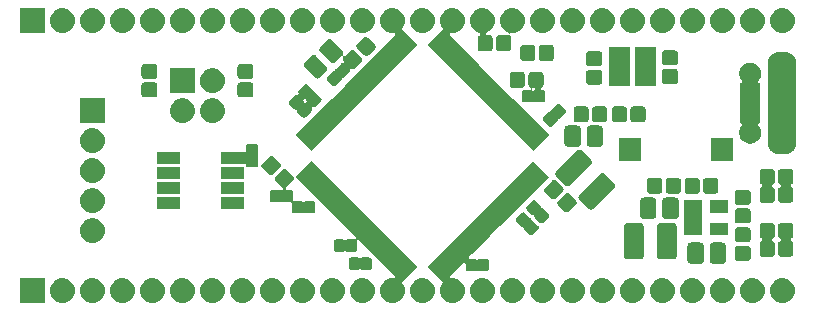
<source format=gts>
G04 #@! TF.GenerationSoftware,KiCad,Pcbnew,(5.0.0)*
G04 #@! TF.CreationDate,2018-10-21T18:57:15+02:00*
G04 #@! TF.ProjectId,mibo100_imxrt,6D69626F3130305F696D7872742E6B69,rev?*
G04 #@! TF.SameCoordinates,PX695f190PY429d390*
G04 #@! TF.FileFunction,Soldermask,Top*
G04 #@! TF.FilePolarity,Negative*
%FSLAX46Y46*%
G04 Gerber Fmt 4.6, Leading zero omitted, Abs format (unit mm)*
G04 Created by KiCad (PCBNEW (5.0.0)) date 10/21/18 18:57:15*
%MOMM*%
%LPD*%
G01*
G04 APERTURE LIST*
%ADD10C,0.100000*%
G04 APERTURE END LIST*
D10*
G36*
X64896702Y-23087399D02*
X64975836Y-23095193D01*
X65107787Y-23135220D01*
X65173763Y-23155233D01*
X65356172Y-23252733D01*
X65516054Y-23383946D01*
X65647267Y-23543828D01*
X65744767Y-23726237D01*
X65744767Y-23726238D01*
X65804807Y-23924164D01*
X65825080Y-24130000D01*
X65804807Y-24335836D01*
X65764780Y-24467787D01*
X65744767Y-24533763D01*
X65647267Y-24716172D01*
X65516054Y-24876054D01*
X65356172Y-25007267D01*
X65173763Y-25104767D01*
X65107787Y-25124780D01*
X64975836Y-25164807D01*
X64898707Y-25172403D01*
X64821580Y-25180000D01*
X64718420Y-25180000D01*
X64641293Y-25172403D01*
X64564164Y-25164807D01*
X64432213Y-25124780D01*
X64366237Y-25104767D01*
X64183828Y-25007267D01*
X64023946Y-24876054D01*
X63892733Y-24716172D01*
X63795233Y-24533763D01*
X63775220Y-24467787D01*
X63735193Y-24335836D01*
X63714920Y-24130000D01*
X63735193Y-23924164D01*
X63795233Y-23726238D01*
X63795233Y-23726237D01*
X63892733Y-23543828D01*
X64023946Y-23383946D01*
X64183828Y-23252733D01*
X64366237Y-23155233D01*
X64432213Y-23135220D01*
X64564164Y-23095193D01*
X64643298Y-23087399D01*
X64718420Y-23080000D01*
X64821580Y-23080000D01*
X64896702Y-23087399D01*
X64896702Y-23087399D01*
G37*
G36*
X45030952Y-14474838D02*
X42693963Y-16811827D01*
X42644467Y-16861324D01*
X41986858Y-17518933D01*
X41804540Y-17701250D01*
X40926196Y-18579594D01*
X40876700Y-18629091D01*
X40219091Y-19286700D01*
X40037355Y-19468435D01*
X39158429Y-20347361D01*
X39108933Y-20396858D01*
X38451324Y-21054467D01*
X38268178Y-21237612D01*
X38252632Y-21256554D01*
X38241081Y-21278165D01*
X38233968Y-21301614D01*
X38231566Y-21326000D01*
X38233968Y-21350386D01*
X38241081Y-21373835D01*
X38252632Y-21395446D01*
X38268178Y-21414388D01*
X38287120Y-21429934D01*
X38308731Y-21441485D01*
X38332180Y-21448598D01*
X38356566Y-21451000D01*
X38744359Y-21451000D01*
X38786474Y-21455148D01*
X38821068Y-21465642D01*
X38860628Y-21486787D01*
X38866569Y-21490757D01*
X38889208Y-21500136D01*
X38913241Y-21504917D01*
X38937745Y-21504919D01*
X38961779Y-21500140D01*
X38984418Y-21490763D01*
X38990358Y-21486795D01*
X39029932Y-21465642D01*
X39064526Y-21455148D01*
X39106641Y-21451000D01*
X39714359Y-21451000D01*
X39756474Y-21455148D01*
X39791068Y-21465642D01*
X39822941Y-21482678D01*
X39850887Y-21505613D01*
X39873822Y-21533559D01*
X39890858Y-21565432D01*
X39901352Y-21600026D01*
X39905500Y-21642141D01*
X39905500Y-22299859D01*
X39901352Y-22341974D01*
X39890858Y-22376568D01*
X39873822Y-22408441D01*
X39850887Y-22436387D01*
X39822941Y-22459322D01*
X39791068Y-22476358D01*
X39756474Y-22486852D01*
X39714359Y-22491000D01*
X39106641Y-22491000D01*
X39064526Y-22486852D01*
X39029932Y-22476358D01*
X38990372Y-22455213D01*
X38984431Y-22451243D01*
X38961792Y-22441864D01*
X38937759Y-22437083D01*
X38913255Y-22437081D01*
X38889221Y-22441860D01*
X38866582Y-22451237D01*
X38860642Y-22455205D01*
X38821068Y-22476358D01*
X38786474Y-22486852D01*
X38744359Y-22491000D01*
X38136641Y-22491000D01*
X38094526Y-22486852D01*
X38059932Y-22476358D01*
X38028059Y-22459322D01*
X38000113Y-22436387D01*
X37977178Y-22408441D01*
X37960142Y-22376568D01*
X37949648Y-22341974D01*
X37945500Y-22299859D01*
X37945500Y-21862066D01*
X37943098Y-21837680D01*
X37935985Y-21814231D01*
X37924434Y-21792620D01*
X37908888Y-21773678D01*
X37889946Y-21758132D01*
X37868335Y-21746581D01*
X37844886Y-21739468D01*
X37820500Y-21737066D01*
X37796114Y-21739468D01*
X37772665Y-21746581D01*
X37751054Y-21758132D01*
X37732112Y-21773678D01*
X36634293Y-22871497D01*
X36618747Y-22890439D01*
X36607196Y-22912050D01*
X36600083Y-22935499D01*
X36597681Y-22959885D01*
X36600083Y-22984271D01*
X36607196Y-23007720D01*
X36618747Y-23029331D01*
X36634293Y-23048273D01*
X36653235Y-23063819D01*
X36674846Y-23075370D01*
X36698295Y-23082483D01*
X36734933Y-23084283D01*
X36778420Y-23080000D01*
X36881580Y-23080000D01*
X36956702Y-23087399D01*
X37035836Y-23095193D01*
X37167787Y-23135220D01*
X37233763Y-23155233D01*
X37416172Y-23252733D01*
X37576054Y-23383946D01*
X37707267Y-23543828D01*
X37804767Y-23726237D01*
X37804767Y-23726238D01*
X37864807Y-23924164D01*
X37885080Y-24130000D01*
X37864807Y-24335836D01*
X37824780Y-24467787D01*
X37804767Y-24533763D01*
X37707267Y-24716172D01*
X37576054Y-24876054D01*
X37416172Y-25007267D01*
X37233763Y-25104767D01*
X37167787Y-25124780D01*
X37035836Y-25164807D01*
X36958707Y-25172403D01*
X36881580Y-25180000D01*
X36778420Y-25180000D01*
X36701293Y-25172403D01*
X36624164Y-25164807D01*
X36492213Y-25124780D01*
X36426237Y-25104767D01*
X36243828Y-25007267D01*
X36083946Y-24876054D01*
X35952733Y-24716172D01*
X35855233Y-24533763D01*
X35835220Y-24467787D01*
X35795193Y-24335836D01*
X35774920Y-24130000D01*
X35795193Y-23924164D01*
X35855233Y-23726238D01*
X35855233Y-23726237D01*
X35952734Y-23543828D01*
X35977765Y-23513326D01*
X35991379Y-23492951D01*
X36000756Y-23470312D01*
X36005536Y-23446279D01*
X36005536Y-23421774D01*
X36000755Y-23397741D01*
X35991378Y-23375102D01*
X35969526Y-23345640D01*
X34721335Y-22097449D01*
X37411866Y-19406918D01*
X37411871Y-19406914D01*
X37461380Y-19357405D01*
X37461384Y-19357400D01*
X39179633Y-17639151D01*
X39179638Y-17639147D01*
X39229147Y-17589638D01*
X39229151Y-17589633D01*
X40947400Y-15871384D01*
X40947406Y-15871379D01*
X40996914Y-15821871D01*
X40996918Y-15821866D01*
X43687449Y-13131335D01*
X45030952Y-14474838D01*
X45030952Y-14474838D01*
G37*
G36*
X34416702Y-23087399D02*
X34495836Y-23095193D01*
X34627787Y-23135220D01*
X34693763Y-23155233D01*
X34876172Y-23252733D01*
X35036054Y-23383946D01*
X35167267Y-23543828D01*
X35264767Y-23726237D01*
X35264767Y-23726238D01*
X35324807Y-23924164D01*
X35345080Y-24130000D01*
X35324807Y-24335836D01*
X35284780Y-24467787D01*
X35264767Y-24533763D01*
X35167267Y-24716172D01*
X35036054Y-24876054D01*
X34876172Y-25007267D01*
X34693763Y-25104767D01*
X34627787Y-25124780D01*
X34495836Y-25164807D01*
X34418707Y-25172403D01*
X34341580Y-25180000D01*
X34238420Y-25180000D01*
X34161293Y-25172403D01*
X34084164Y-25164807D01*
X33952213Y-25124780D01*
X33886237Y-25104767D01*
X33703828Y-25007267D01*
X33543946Y-24876054D01*
X33412733Y-24716172D01*
X33315233Y-24533763D01*
X33295220Y-24467787D01*
X33255193Y-24335836D01*
X33234920Y-24130000D01*
X33255193Y-23924164D01*
X33315233Y-23726238D01*
X33315233Y-23726237D01*
X33412733Y-23543828D01*
X33543946Y-23383946D01*
X33703828Y-23252733D01*
X33886237Y-23155233D01*
X33952213Y-23135220D01*
X34084164Y-23095193D01*
X34163298Y-23087399D01*
X34238420Y-23080000D01*
X34341580Y-23080000D01*
X34416702Y-23087399D01*
X34416702Y-23087399D01*
G37*
G36*
X62356702Y-23087399D02*
X62435836Y-23095193D01*
X62567787Y-23135220D01*
X62633763Y-23155233D01*
X62816172Y-23252733D01*
X62976054Y-23383946D01*
X63107267Y-23543828D01*
X63204767Y-23726237D01*
X63204767Y-23726238D01*
X63264807Y-23924164D01*
X63285080Y-24130000D01*
X63264807Y-24335836D01*
X63224780Y-24467787D01*
X63204767Y-24533763D01*
X63107267Y-24716172D01*
X62976054Y-24876054D01*
X62816172Y-25007267D01*
X62633763Y-25104767D01*
X62567787Y-25124780D01*
X62435836Y-25164807D01*
X62358707Y-25172403D01*
X62281580Y-25180000D01*
X62178420Y-25180000D01*
X62101293Y-25172403D01*
X62024164Y-25164807D01*
X61892213Y-25124780D01*
X61826237Y-25104767D01*
X61643828Y-25007267D01*
X61483946Y-24876054D01*
X61352733Y-24716172D01*
X61255233Y-24533763D01*
X61235220Y-24467787D01*
X61195193Y-24335836D01*
X61174920Y-24130000D01*
X61195193Y-23924164D01*
X61255233Y-23726238D01*
X61255233Y-23726237D01*
X61352733Y-23543828D01*
X61483946Y-23383946D01*
X61643828Y-23252733D01*
X61826237Y-23155233D01*
X61892213Y-23135220D01*
X62024164Y-23095193D01*
X62103298Y-23087399D01*
X62178420Y-23080000D01*
X62281580Y-23080000D01*
X62356702Y-23087399D01*
X62356702Y-23087399D01*
G37*
G36*
X2320000Y-25180000D02*
X220000Y-25180000D01*
X220000Y-23080000D01*
X2320000Y-23080000D01*
X2320000Y-25180000D01*
X2320000Y-25180000D01*
G37*
G36*
X3936702Y-23087399D02*
X4015836Y-23095193D01*
X4147787Y-23135220D01*
X4213763Y-23155233D01*
X4396172Y-23252733D01*
X4556054Y-23383946D01*
X4687267Y-23543828D01*
X4784767Y-23726237D01*
X4784767Y-23726238D01*
X4844807Y-23924164D01*
X4865080Y-24130000D01*
X4844807Y-24335836D01*
X4804780Y-24467787D01*
X4784767Y-24533763D01*
X4687267Y-24716172D01*
X4556054Y-24876054D01*
X4396172Y-25007267D01*
X4213763Y-25104767D01*
X4147787Y-25124780D01*
X4015836Y-25164807D01*
X3938707Y-25172403D01*
X3861580Y-25180000D01*
X3758420Y-25180000D01*
X3681293Y-25172403D01*
X3604164Y-25164807D01*
X3472213Y-25124780D01*
X3406237Y-25104767D01*
X3223828Y-25007267D01*
X3063946Y-24876054D01*
X2932733Y-24716172D01*
X2835233Y-24533763D01*
X2815220Y-24467787D01*
X2775193Y-24335836D01*
X2754920Y-24130000D01*
X2775193Y-23924164D01*
X2835233Y-23726238D01*
X2835233Y-23726237D01*
X2932733Y-23543828D01*
X3063946Y-23383946D01*
X3223828Y-23252733D01*
X3406237Y-23155233D01*
X3472213Y-23135220D01*
X3604164Y-23095193D01*
X3683298Y-23087399D01*
X3758420Y-23080000D01*
X3861580Y-23080000D01*
X3936702Y-23087399D01*
X3936702Y-23087399D01*
G37*
G36*
X6476702Y-23087399D02*
X6555836Y-23095193D01*
X6687787Y-23135220D01*
X6753763Y-23155233D01*
X6936172Y-23252733D01*
X7096054Y-23383946D01*
X7227267Y-23543828D01*
X7324767Y-23726237D01*
X7324767Y-23726238D01*
X7384807Y-23924164D01*
X7405080Y-24130000D01*
X7384807Y-24335836D01*
X7344780Y-24467787D01*
X7324767Y-24533763D01*
X7227267Y-24716172D01*
X7096054Y-24876054D01*
X6936172Y-25007267D01*
X6753763Y-25104767D01*
X6687787Y-25124780D01*
X6555836Y-25164807D01*
X6478707Y-25172403D01*
X6401580Y-25180000D01*
X6298420Y-25180000D01*
X6221293Y-25172403D01*
X6144164Y-25164807D01*
X6012213Y-25124780D01*
X5946237Y-25104767D01*
X5763828Y-25007267D01*
X5603946Y-24876054D01*
X5472733Y-24716172D01*
X5375233Y-24533763D01*
X5355220Y-24467787D01*
X5315193Y-24335836D01*
X5294920Y-24130000D01*
X5315193Y-23924164D01*
X5375233Y-23726238D01*
X5375233Y-23726237D01*
X5472733Y-23543828D01*
X5603946Y-23383946D01*
X5763828Y-23252733D01*
X5946237Y-23155233D01*
X6012213Y-23135220D01*
X6144164Y-23095193D01*
X6223298Y-23087399D01*
X6298420Y-23080000D01*
X6401580Y-23080000D01*
X6476702Y-23087399D01*
X6476702Y-23087399D01*
G37*
G36*
X9016702Y-23087399D02*
X9095836Y-23095193D01*
X9227787Y-23135220D01*
X9293763Y-23155233D01*
X9476172Y-23252733D01*
X9636054Y-23383946D01*
X9767267Y-23543828D01*
X9864767Y-23726237D01*
X9864767Y-23726238D01*
X9924807Y-23924164D01*
X9945080Y-24130000D01*
X9924807Y-24335836D01*
X9884780Y-24467787D01*
X9864767Y-24533763D01*
X9767267Y-24716172D01*
X9636054Y-24876054D01*
X9476172Y-25007267D01*
X9293763Y-25104767D01*
X9227787Y-25124780D01*
X9095836Y-25164807D01*
X9018707Y-25172403D01*
X8941580Y-25180000D01*
X8838420Y-25180000D01*
X8761293Y-25172403D01*
X8684164Y-25164807D01*
X8552213Y-25124780D01*
X8486237Y-25104767D01*
X8303828Y-25007267D01*
X8143946Y-24876054D01*
X8012733Y-24716172D01*
X7915233Y-24533763D01*
X7895220Y-24467787D01*
X7855193Y-24335836D01*
X7834920Y-24130000D01*
X7855193Y-23924164D01*
X7915233Y-23726238D01*
X7915233Y-23726237D01*
X8012733Y-23543828D01*
X8143946Y-23383946D01*
X8303828Y-23252733D01*
X8486237Y-23155233D01*
X8552213Y-23135220D01*
X8684164Y-23095193D01*
X8763298Y-23087399D01*
X8838420Y-23080000D01*
X8941580Y-23080000D01*
X9016702Y-23087399D01*
X9016702Y-23087399D01*
G37*
G36*
X11556702Y-23087399D02*
X11635836Y-23095193D01*
X11767787Y-23135220D01*
X11833763Y-23155233D01*
X12016172Y-23252733D01*
X12176054Y-23383946D01*
X12307267Y-23543828D01*
X12404767Y-23726237D01*
X12404767Y-23726238D01*
X12464807Y-23924164D01*
X12485080Y-24130000D01*
X12464807Y-24335836D01*
X12424780Y-24467787D01*
X12404767Y-24533763D01*
X12307267Y-24716172D01*
X12176054Y-24876054D01*
X12016172Y-25007267D01*
X11833763Y-25104767D01*
X11767787Y-25124780D01*
X11635836Y-25164807D01*
X11558707Y-25172403D01*
X11481580Y-25180000D01*
X11378420Y-25180000D01*
X11301293Y-25172403D01*
X11224164Y-25164807D01*
X11092213Y-25124780D01*
X11026237Y-25104767D01*
X10843828Y-25007267D01*
X10683946Y-24876054D01*
X10552733Y-24716172D01*
X10455233Y-24533763D01*
X10435220Y-24467787D01*
X10395193Y-24335836D01*
X10374920Y-24130000D01*
X10395193Y-23924164D01*
X10455233Y-23726238D01*
X10455233Y-23726237D01*
X10552733Y-23543828D01*
X10683946Y-23383946D01*
X10843828Y-23252733D01*
X11026237Y-23155233D01*
X11092213Y-23135220D01*
X11224164Y-23095193D01*
X11303298Y-23087399D01*
X11378420Y-23080000D01*
X11481580Y-23080000D01*
X11556702Y-23087399D01*
X11556702Y-23087399D01*
G37*
G36*
X14096702Y-23087399D02*
X14175836Y-23095193D01*
X14307787Y-23135220D01*
X14373763Y-23155233D01*
X14556172Y-23252733D01*
X14716054Y-23383946D01*
X14847267Y-23543828D01*
X14944767Y-23726237D01*
X14944767Y-23726238D01*
X15004807Y-23924164D01*
X15025080Y-24130000D01*
X15004807Y-24335836D01*
X14964780Y-24467787D01*
X14944767Y-24533763D01*
X14847267Y-24716172D01*
X14716054Y-24876054D01*
X14556172Y-25007267D01*
X14373763Y-25104767D01*
X14307787Y-25124780D01*
X14175836Y-25164807D01*
X14098707Y-25172403D01*
X14021580Y-25180000D01*
X13918420Y-25180000D01*
X13841293Y-25172403D01*
X13764164Y-25164807D01*
X13632213Y-25124780D01*
X13566237Y-25104767D01*
X13383828Y-25007267D01*
X13223946Y-24876054D01*
X13092733Y-24716172D01*
X12995233Y-24533763D01*
X12975220Y-24467787D01*
X12935193Y-24335836D01*
X12914920Y-24130000D01*
X12935193Y-23924164D01*
X12995233Y-23726238D01*
X12995233Y-23726237D01*
X13092733Y-23543828D01*
X13223946Y-23383946D01*
X13383828Y-23252733D01*
X13566237Y-23155233D01*
X13632213Y-23135220D01*
X13764164Y-23095193D01*
X13843298Y-23087399D01*
X13918420Y-23080000D01*
X14021580Y-23080000D01*
X14096702Y-23087399D01*
X14096702Y-23087399D01*
G37*
G36*
X16636702Y-23087399D02*
X16715836Y-23095193D01*
X16847787Y-23135220D01*
X16913763Y-23155233D01*
X17096172Y-23252733D01*
X17256054Y-23383946D01*
X17387267Y-23543828D01*
X17484767Y-23726237D01*
X17484767Y-23726238D01*
X17544807Y-23924164D01*
X17565080Y-24130000D01*
X17544807Y-24335836D01*
X17504780Y-24467787D01*
X17484767Y-24533763D01*
X17387267Y-24716172D01*
X17256054Y-24876054D01*
X17096172Y-25007267D01*
X16913763Y-25104767D01*
X16847787Y-25124780D01*
X16715836Y-25164807D01*
X16638707Y-25172403D01*
X16561580Y-25180000D01*
X16458420Y-25180000D01*
X16381293Y-25172403D01*
X16304164Y-25164807D01*
X16172213Y-25124780D01*
X16106237Y-25104767D01*
X15923828Y-25007267D01*
X15763946Y-24876054D01*
X15632733Y-24716172D01*
X15535233Y-24533763D01*
X15515220Y-24467787D01*
X15475193Y-24335836D01*
X15454920Y-24130000D01*
X15475193Y-23924164D01*
X15535233Y-23726238D01*
X15535233Y-23726237D01*
X15632733Y-23543828D01*
X15763946Y-23383946D01*
X15923828Y-23252733D01*
X16106237Y-23155233D01*
X16172213Y-23135220D01*
X16304164Y-23095193D01*
X16383298Y-23087399D01*
X16458420Y-23080000D01*
X16561580Y-23080000D01*
X16636702Y-23087399D01*
X16636702Y-23087399D01*
G37*
G36*
X19176702Y-23087399D02*
X19255836Y-23095193D01*
X19387787Y-23135220D01*
X19453763Y-23155233D01*
X19636172Y-23252733D01*
X19796054Y-23383946D01*
X19927267Y-23543828D01*
X20024767Y-23726237D01*
X20024767Y-23726238D01*
X20084807Y-23924164D01*
X20105080Y-24130000D01*
X20084807Y-24335836D01*
X20044780Y-24467787D01*
X20024767Y-24533763D01*
X19927267Y-24716172D01*
X19796054Y-24876054D01*
X19636172Y-25007267D01*
X19453763Y-25104767D01*
X19387787Y-25124780D01*
X19255836Y-25164807D01*
X19178707Y-25172403D01*
X19101580Y-25180000D01*
X18998420Y-25180000D01*
X18921293Y-25172403D01*
X18844164Y-25164807D01*
X18712213Y-25124780D01*
X18646237Y-25104767D01*
X18463828Y-25007267D01*
X18303946Y-24876054D01*
X18172733Y-24716172D01*
X18075233Y-24533763D01*
X18055220Y-24467787D01*
X18015193Y-24335836D01*
X17994920Y-24130000D01*
X18015193Y-23924164D01*
X18075233Y-23726238D01*
X18075233Y-23726237D01*
X18172733Y-23543828D01*
X18303946Y-23383946D01*
X18463828Y-23252733D01*
X18646237Y-23155233D01*
X18712213Y-23135220D01*
X18844164Y-23095193D01*
X18923298Y-23087399D01*
X18998420Y-23080000D01*
X19101580Y-23080000D01*
X19176702Y-23087399D01*
X19176702Y-23087399D01*
G37*
G36*
X21716702Y-23087399D02*
X21795836Y-23095193D01*
X21927787Y-23135220D01*
X21993763Y-23155233D01*
X22176172Y-23252733D01*
X22336054Y-23383946D01*
X22467267Y-23543828D01*
X22564767Y-23726237D01*
X22564767Y-23726238D01*
X22624807Y-23924164D01*
X22645080Y-24130000D01*
X22624807Y-24335836D01*
X22584780Y-24467787D01*
X22564767Y-24533763D01*
X22467267Y-24716172D01*
X22336054Y-24876054D01*
X22176172Y-25007267D01*
X21993763Y-25104767D01*
X21927787Y-25124780D01*
X21795836Y-25164807D01*
X21718707Y-25172403D01*
X21641580Y-25180000D01*
X21538420Y-25180000D01*
X21461293Y-25172403D01*
X21384164Y-25164807D01*
X21252213Y-25124780D01*
X21186237Y-25104767D01*
X21003828Y-25007267D01*
X20843946Y-24876054D01*
X20712733Y-24716172D01*
X20615233Y-24533763D01*
X20595220Y-24467787D01*
X20555193Y-24335836D01*
X20534920Y-24130000D01*
X20555193Y-23924164D01*
X20615233Y-23726238D01*
X20615233Y-23726237D01*
X20712733Y-23543828D01*
X20843946Y-23383946D01*
X21003828Y-23252733D01*
X21186237Y-23155233D01*
X21252213Y-23135220D01*
X21384164Y-23095193D01*
X21463298Y-23087399D01*
X21538420Y-23080000D01*
X21641580Y-23080000D01*
X21716702Y-23087399D01*
X21716702Y-23087399D01*
G37*
G36*
X24256702Y-23087399D02*
X24335836Y-23095193D01*
X24467787Y-23135220D01*
X24533763Y-23155233D01*
X24716172Y-23252733D01*
X24876054Y-23383946D01*
X25007267Y-23543828D01*
X25104767Y-23726237D01*
X25104767Y-23726238D01*
X25164807Y-23924164D01*
X25185080Y-24130000D01*
X25164807Y-24335836D01*
X25124780Y-24467787D01*
X25104767Y-24533763D01*
X25007267Y-24716172D01*
X24876054Y-24876054D01*
X24716172Y-25007267D01*
X24533763Y-25104767D01*
X24467787Y-25124780D01*
X24335836Y-25164807D01*
X24258707Y-25172403D01*
X24181580Y-25180000D01*
X24078420Y-25180000D01*
X24001293Y-25172403D01*
X23924164Y-25164807D01*
X23792213Y-25124780D01*
X23726237Y-25104767D01*
X23543828Y-25007267D01*
X23383946Y-24876054D01*
X23252733Y-24716172D01*
X23155233Y-24533763D01*
X23135220Y-24467787D01*
X23095193Y-24335836D01*
X23074920Y-24130000D01*
X23095193Y-23924164D01*
X23155233Y-23726238D01*
X23155233Y-23726237D01*
X23252733Y-23543828D01*
X23383946Y-23383946D01*
X23543828Y-23252733D01*
X23726237Y-23155233D01*
X23792213Y-23135220D01*
X23924164Y-23095193D01*
X24003298Y-23087399D01*
X24078420Y-23080000D01*
X24181580Y-23080000D01*
X24256702Y-23087399D01*
X24256702Y-23087399D01*
G37*
G36*
X26796702Y-23087399D02*
X26875836Y-23095193D01*
X27007787Y-23135220D01*
X27073763Y-23155233D01*
X27256172Y-23252733D01*
X27416054Y-23383946D01*
X27547267Y-23543828D01*
X27644767Y-23726237D01*
X27644767Y-23726238D01*
X27704807Y-23924164D01*
X27725080Y-24130000D01*
X27704807Y-24335836D01*
X27664780Y-24467787D01*
X27644767Y-24533763D01*
X27547267Y-24716172D01*
X27416054Y-24876054D01*
X27256172Y-25007267D01*
X27073763Y-25104767D01*
X27007787Y-25124780D01*
X26875836Y-25164807D01*
X26798707Y-25172403D01*
X26721580Y-25180000D01*
X26618420Y-25180000D01*
X26541293Y-25172403D01*
X26464164Y-25164807D01*
X26332213Y-25124780D01*
X26266237Y-25104767D01*
X26083828Y-25007267D01*
X25923946Y-24876054D01*
X25792733Y-24716172D01*
X25695233Y-24533763D01*
X25675220Y-24467787D01*
X25635193Y-24335836D01*
X25614920Y-24130000D01*
X25635193Y-23924164D01*
X25695233Y-23726238D01*
X25695233Y-23726237D01*
X25792733Y-23543828D01*
X25923946Y-23383946D01*
X26083828Y-23252733D01*
X26266237Y-23155233D01*
X26332213Y-23135220D01*
X26464164Y-23095193D01*
X26543298Y-23087399D01*
X26618420Y-23080000D01*
X26721580Y-23080000D01*
X26796702Y-23087399D01*
X26796702Y-23087399D01*
G37*
G36*
X29336702Y-23087399D02*
X29415836Y-23095193D01*
X29547787Y-23135220D01*
X29613763Y-23155233D01*
X29796172Y-23252733D01*
X29956054Y-23383946D01*
X30087267Y-23543828D01*
X30184767Y-23726237D01*
X30184767Y-23726238D01*
X30244807Y-23924164D01*
X30265080Y-24130000D01*
X30244807Y-24335836D01*
X30204780Y-24467787D01*
X30184767Y-24533763D01*
X30087267Y-24716172D01*
X29956054Y-24876054D01*
X29796172Y-25007267D01*
X29613763Y-25104767D01*
X29547787Y-25124780D01*
X29415836Y-25164807D01*
X29338707Y-25172403D01*
X29261580Y-25180000D01*
X29158420Y-25180000D01*
X29081293Y-25172403D01*
X29004164Y-25164807D01*
X28872213Y-25124780D01*
X28806237Y-25104767D01*
X28623828Y-25007267D01*
X28463946Y-24876054D01*
X28332733Y-24716172D01*
X28235233Y-24533763D01*
X28215220Y-24467787D01*
X28175193Y-24335836D01*
X28154920Y-24130000D01*
X28175193Y-23924164D01*
X28235233Y-23726238D01*
X28235233Y-23726237D01*
X28332733Y-23543828D01*
X28463946Y-23383946D01*
X28623828Y-23252733D01*
X28806237Y-23155233D01*
X28872213Y-23135220D01*
X29004164Y-23095193D01*
X29083298Y-23087399D01*
X29158420Y-23080000D01*
X29261580Y-23080000D01*
X29336702Y-23087399D01*
X29336702Y-23087399D01*
G37*
G36*
X27583087Y-15821871D02*
X27583092Y-15821877D01*
X27632590Y-15871375D01*
X27632596Y-15871380D01*
X29350854Y-17589638D01*
X29350859Y-17589644D01*
X29400357Y-17639142D01*
X29400363Y-17639147D01*
X31118621Y-19357405D01*
X31118626Y-19357411D01*
X31168124Y-19406909D01*
X31168130Y-19406914D01*
X33858665Y-22097449D01*
X32610474Y-23345640D01*
X32594928Y-23364582D01*
X32583377Y-23386193D01*
X32576264Y-23409642D01*
X32573862Y-23434028D01*
X32576264Y-23458414D01*
X32583377Y-23481863D01*
X32602235Y-23513326D01*
X32627266Y-23543828D01*
X32724767Y-23726237D01*
X32724767Y-23726238D01*
X32784807Y-23924164D01*
X32805080Y-24130000D01*
X32784807Y-24335836D01*
X32744780Y-24467787D01*
X32724767Y-24533763D01*
X32627267Y-24716172D01*
X32496054Y-24876054D01*
X32336172Y-25007267D01*
X32153763Y-25104767D01*
X32087787Y-25124780D01*
X31955836Y-25164807D01*
X31878707Y-25172403D01*
X31801580Y-25180000D01*
X31698420Y-25180000D01*
X31621293Y-25172403D01*
X31544164Y-25164807D01*
X31412213Y-25124780D01*
X31346237Y-25104767D01*
X31163828Y-25007267D01*
X31003946Y-24876054D01*
X30872733Y-24716172D01*
X30775233Y-24533763D01*
X30755220Y-24467787D01*
X30715193Y-24335836D01*
X30694920Y-24130000D01*
X30715193Y-23924164D01*
X30775233Y-23726238D01*
X30775233Y-23726237D01*
X30872733Y-23543828D01*
X31003946Y-23383946D01*
X31163828Y-23252733D01*
X31346237Y-23155233D01*
X31412213Y-23135220D01*
X31544164Y-23095193D01*
X31623298Y-23087399D01*
X31698420Y-23080000D01*
X31801580Y-23080000D01*
X31845067Y-23084283D01*
X31869571Y-23084283D01*
X31893605Y-23079502D01*
X31916244Y-23070125D01*
X31936618Y-23056511D01*
X31953945Y-23039184D01*
X31967559Y-23018809D01*
X31976937Y-22996170D01*
X31981717Y-22972137D01*
X31981717Y-22947633D01*
X31976936Y-22923599D01*
X31967559Y-22900960D01*
X31945707Y-22871497D01*
X30128677Y-21054467D01*
X30128671Y-21054462D01*
X29471073Y-20396864D01*
X29471068Y-20396858D01*
X28939836Y-19865626D01*
X28920894Y-19850080D01*
X28899283Y-19838529D01*
X28875834Y-19831416D01*
X28851448Y-19829014D01*
X28827062Y-19831416D01*
X28803613Y-19838529D01*
X28782002Y-19850080D01*
X28763060Y-19865626D01*
X28747514Y-19884568D01*
X28735963Y-19906179D01*
X28728850Y-19929628D01*
X28726448Y-19954014D01*
X28727050Y-19966267D01*
X28729500Y-19991141D01*
X28729500Y-20648859D01*
X28725352Y-20690974D01*
X28714858Y-20725568D01*
X28697822Y-20757441D01*
X28674887Y-20785387D01*
X28646941Y-20808322D01*
X28615068Y-20825358D01*
X28580474Y-20835852D01*
X28538359Y-20840000D01*
X27930641Y-20840000D01*
X27888526Y-20835852D01*
X27853932Y-20825358D01*
X27814372Y-20804213D01*
X27808431Y-20800243D01*
X27785792Y-20790864D01*
X27761759Y-20786083D01*
X27737255Y-20786081D01*
X27713221Y-20790860D01*
X27690582Y-20800237D01*
X27684642Y-20804205D01*
X27645068Y-20825358D01*
X27610474Y-20835852D01*
X27568359Y-20840000D01*
X26960641Y-20840000D01*
X26918526Y-20835852D01*
X26883932Y-20825358D01*
X26852059Y-20808322D01*
X26824113Y-20785387D01*
X26801178Y-20757441D01*
X26784142Y-20725568D01*
X26773648Y-20690974D01*
X26769500Y-20648859D01*
X26769500Y-19991141D01*
X26773648Y-19949026D01*
X26784142Y-19914432D01*
X26801178Y-19882559D01*
X26824113Y-19854613D01*
X26852059Y-19831678D01*
X26883932Y-19814642D01*
X26918526Y-19804148D01*
X26960641Y-19800000D01*
X27568359Y-19800000D01*
X27610474Y-19804148D01*
X27645068Y-19814642D01*
X27684628Y-19835787D01*
X27690569Y-19839757D01*
X27713208Y-19849136D01*
X27737241Y-19853917D01*
X27761745Y-19853919D01*
X27785779Y-19849140D01*
X27808418Y-19839763D01*
X27814358Y-19835795D01*
X27853932Y-19814642D01*
X27888526Y-19804148D01*
X27930641Y-19800000D01*
X28538359Y-19800000D01*
X28563233Y-19802450D01*
X28587738Y-19802450D01*
X28611771Y-19797670D01*
X28634410Y-19788292D01*
X28654785Y-19774679D01*
X28672112Y-19757352D01*
X28685726Y-19736977D01*
X28695103Y-19714338D01*
X28699884Y-19690305D01*
X28699884Y-19665800D01*
X28695104Y-19641767D01*
X28685726Y-19619128D01*
X28672113Y-19598753D01*
X28663874Y-19589664D01*
X28360910Y-19286700D01*
X28360904Y-19286695D01*
X27703306Y-18629097D01*
X27703301Y-18629091D01*
X26593143Y-17518933D01*
X26593137Y-17518928D01*
X25935539Y-16861330D01*
X25935534Y-16861324D01*
X23625458Y-14551248D01*
X23606516Y-14535702D01*
X23584905Y-14524151D01*
X23561456Y-14517038D01*
X23537070Y-14514636D01*
X23512684Y-14517038D01*
X23489235Y-14524151D01*
X23467624Y-14535702D01*
X23448682Y-14551248D01*
X23433136Y-14570190D01*
X23421585Y-14591801D01*
X23412672Y-14627383D01*
X23407765Y-14677202D01*
X23393216Y-14725165D01*
X23369596Y-14769355D01*
X23333881Y-14812873D01*
X22751142Y-15395612D01*
X22735596Y-15414554D01*
X22724045Y-15436165D01*
X22716932Y-15459614D01*
X22714530Y-15484000D01*
X22716932Y-15508386D01*
X22724045Y-15531835D01*
X22735596Y-15553446D01*
X22751142Y-15572388D01*
X22770084Y-15587934D01*
X22791695Y-15599485D01*
X22815144Y-15606598D01*
X22839530Y-15609000D01*
X23140859Y-15609000D01*
X23182974Y-15613148D01*
X23217568Y-15623642D01*
X23249441Y-15640678D01*
X23277387Y-15663613D01*
X23300322Y-15691559D01*
X23317358Y-15723432D01*
X23327852Y-15758026D01*
X23332000Y-15800141D01*
X23332000Y-16436500D01*
X23334402Y-16460886D01*
X23341515Y-16484335D01*
X23353066Y-16505946D01*
X23368612Y-16524888D01*
X23387554Y-16540434D01*
X23409165Y-16551985D01*
X23432614Y-16559098D01*
X23457000Y-16561500D01*
X24052859Y-16561500D01*
X24094974Y-16565648D01*
X24129568Y-16576142D01*
X24169128Y-16597287D01*
X24175069Y-16601257D01*
X24197708Y-16610636D01*
X24221741Y-16615417D01*
X24246245Y-16615419D01*
X24270279Y-16610640D01*
X24292918Y-16601263D01*
X24298858Y-16597295D01*
X24338432Y-16576142D01*
X24373026Y-16565648D01*
X24415141Y-16561500D01*
X25022859Y-16561500D01*
X25064974Y-16565648D01*
X25099568Y-16576142D01*
X25131441Y-16593178D01*
X25159387Y-16616113D01*
X25182322Y-16644059D01*
X25199358Y-16675932D01*
X25209852Y-16710526D01*
X25214000Y-16752641D01*
X25214000Y-17410359D01*
X25209852Y-17452474D01*
X25199358Y-17487068D01*
X25182322Y-17518941D01*
X25159387Y-17546887D01*
X25131441Y-17569822D01*
X25099568Y-17586858D01*
X25064974Y-17597352D01*
X25022859Y-17601500D01*
X24415141Y-17601500D01*
X24373026Y-17597352D01*
X24338432Y-17586858D01*
X24298872Y-17565713D01*
X24292931Y-17561743D01*
X24270292Y-17552364D01*
X24246259Y-17547583D01*
X24221755Y-17547581D01*
X24197721Y-17552360D01*
X24175082Y-17561737D01*
X24169142Y-17565705D01*
X24129568Y-17586858D01*
X24094974Y-17597352D01*
X24052859Y-17601500D01*
X23445141Y-17601500D01*
X23403026Y-17597352D01*
X23368432Y-17586858D01*
X23336559Y-17569822D01*
X23308613Y-17546887D01*
X23285678Y-17518941D01*
X23268642Y-17487068D01*
X23258148Y-17452474D01*
X23254000Y-17410359D01*
X23254000Y-16774000D01*
X23251598Y-16749614D01*
X23244485Y-16726165D01*
X23232934Y-16704554D01*
X23217388Y-16685612D01*
X23198446Y-16670066D01*
X23176835Y-16658515D01*
X23153386Y-16651402D01*
X23129000Y-16649000D01*
X22533141Y-16649000D01*
X22491026Y-16644852D01*
X22456432Y-16634358D01*
X22416872Y-16613213D01*
X22410931Y-16609243D01*
X22388292Y-16599864D01*
X22364259Y-16595083D01*
X22339755Y-16595081D01*
X22315721Y-16599860D01*
X22293082Y-16609237D01*
X22287142Y-16613205D01*
X22247568Y-16634358D01*
X22212974Y-16644852D01*
X22170859Y-16649000D01*
X21563141Y-16649000D01*
X21521026Y-16644852D01*
X21486432Y-16634358D01*
X21454559Y-16617322D01*
X21426613Y-16594387D01*
X21403678Y-16566441D01*
X21386642Y-16534568D01*
X21376148Y-16499974D01*
X21372000Y-16457859D01*
X21372000Y-15800141D01*
X21376148Y-15758026D01*
X21386642Y-15723432D01*
X21403678Y-15691559D01*
X21426613Y-15663613D01*
X21454559Y-15640678D01*
X21486432Y-15623642D01*
X21521026Y-15613148D01*
X21563141Y-15609000D01*
X22170859Y-15609000D01*
X22212974Y-15613148D01*
X22247568Y-15623642D01*
X22287128Y-15644787D01*
X22293069Y-15648757D01*
X22315708Y-15658136D01*
X22339741Y-15662917D01*
X22364245Y-15662919D01*
X22388279Y-15658140D01*
X22410918Y-15648763D01*
X22431309Y-15635138D01*
X22433179Y-15633603D01*
X22450505Y-15616274D01*
X22464116Y-15595898D01*
X22473491Y-15573258D01*
X22478269Y-15549224D01*
X22478267Y-15524720D01*
X22473484Y-15500687D01*
X22464104Y-15478049D01*
X22450488Y-15457676D01*
X22433159Y-15440350D01*
X22431563Y-15439284D01*
X22379287Y-15396381D01*
X21848813Y-14865907D01*
X21813098Y-14822389D01*
X21789478Y-14778199D01*
X21774929Y-14730236D01*
X21770017Y-14680364D01*
X21774929Y-14630492D01*
X21789478Y-14582529D01*
X21813098Y-14538339D01*
X21848813Y-14494821D01*
X22432321Y-13911313D01*
X22475839Y-13875598D01*
X22520029Y-13851978D01*
X22567992Y-13837429D01*
X22617864Y-13832517D01*
X22667736Y-13837429D01*
X22715699Y-13851978D01*
X22759889Y-13875598D01*
X22803407Y-13911313D01*
X23333885Y-14441791D01*
X23358274Y-14471509D01*
X23375601Y-14488836D01*
X23395976Y-14502450D01*
X23418615Y-14511828D01*
X23442648Y-14516608D01*
X23467152Y-14516608D01*
X23491186Y-14511827D01*
X23513825Y-14502450D01*
X23543288Y-14480598D01*
X24892551Y-13131335D01*
X27583087Y-15821871D01*
X27583087Y-15821871D01*
G37*
G36*
X39496702Y-23087399D02*
X39575836Y-23095193D01*
X39707787Y-23135220D01*
X39773763Y-23155233D01*
X39956172Y-23252733D01*
X40116054Y-23383946D01*
X40247267Y-23543828D01*
X40344767Y-23726237D01*
X40344767Y-23726238D01*
X40404807Y-23924164D01*
X40425080Y-24130000D01*
X40404807Y-24335836D01*
X40364780Y-24467787D01*
X40344767Y-24533763D01*
X40247267Y-24716172D01*
X40116054Y-24876054D01*
X39956172Y-25007267D01*
X39773763Y-25104767D01*
X39707787Y-25124780D01*
X39575836Y-25164807D01*
X39498707Y-25172403D01*
X39421580Y-25180000D01*
X39318420Y-25180000D01*
X39241293Y-25172403D01*
X39164164Y-25164807D01*
X39032213Y-25124780D01*
X38966237Y-25104767D01*
X38783828Y-25007267D01*
X38623946Y-24876054D01*
X38492733Y-24716172D01*
X38395233Y-24533763D01*
X38375220Y-24467787D01*
X38335193Y-24335836D01*
X38314920Y-24130000D01*
X38335193Y-23924164D01*
X38395233Y-23726238D01*
X38395233Y-23726237D01*
X38492733Y-23543828D01*
X38623946Y-23383946D01*
X38783828Y-23252733D01*
X38966237Y-23155233D01*
X39032213Y-23135220D01*
X39164164Y-23095193D01*
X39243298Y-23087399D01*
X39318420Y-23080000D01*
X39421580Y-23080000D01*
X39496702Y-23087399D01*
X39496702Y-23087399D01*
G37*
G36*
X42036702Y-23087399D02*
X42115836Y-23095193D01*
X42247787Y-23135220D01*
X42313763Y-23155233D01*
X42496172Y-23252733D01*
X42656054Y-23383946D01*
X42787267Y-23543828D01*
X42884767Y-23726237D01*
X42884767Y-23726238D01*
X42944807Y-23924164D01*
X42965080Y-24130000D01*
X42944807Y-24335836D01*
X42904780Y-24467787D01*
X42884767Y-24533763D01*
X42787267Y-24716172D01*
X42656054Y-24876054D01*
X42496172Y-25007267D01*
X42313763Y-25104767D01*
X42247787Y-25124780D01*
X42115836Y-25164807D01*
X42038707Y-25172403D01*
X41961580Y-25180000D01*
X41858420Y-25180000D01*
X41781293Y-25172403D01*
X41704164Y-25164807D01*
X41572213Y-25124780D01*
X41506237Y-25104767D01*
X41323828Y-25007267D01*
X41163946Y-24876054D01*
X41032733Y-24716172D01*
X40935233Y-24533763D01*
X40915220Y-24467787D01*
X40875193Y-24335836D01*
X40854920Y-24130000D01*
X40875193Y-23924164D01*
X40935233Y-23726238D01*
X40935233Y-23726237D01*
X41032733Y-23543828D01*
X41163946Y-23383946D01*
X41323828Y-23252733D01*
X41506237Y-23155233D01*
X41572213Y-23135220D01*
X41704164Y-23095193D01*
X41783298Y-23087399D01*
X41858420Y-23080000D01*
X41961580Y-23080000D01*
X42036702Y-23087399D01*
X42036702Y-23087399D01*
G37*
G36*
X44576702Y-23087399D02*
X44655836Y-23095193D01*
X44787787Y-23135220D01*
X44853763Y-23155233D01*
X45036172Y-23252733D01*
X45196054Y-23383946D01*
X45327267Y-23543828D01*
X45424767Y-23726237D01*
X45424767Y-23726238D01*
X45484807Y-23924164D01*
X45505080Y-24130000D01*
X45484807Y-24335836D01*
X45444780Y-24467787D01*
X45424767Y-24533763D01*
X45327267Y-24716172D01*
X45196054Y-24876054D01*
X45036172Y-25007267D01*
X44853763Y-25104767D01*
X44787787Y-25124780D01*
X44655836Y-25164807D01*
X44578707Y-25172403D01*
X44501580Y-25180000D01*
X44398420Y-25180000D01*
X44321293Y-25172403D01*
X44244164Y-25164807D01*
X44112213Y-25124780D01*
X44046237Y-25104767D01*
X43863828Y-25007267D01*
X43703946Y-24876054D01*
X43572733Y-24716172D01*
X43475233Y-24533763D01*
X43455220Y-24467787D01*
X43415193Y-24335836D01*
X43394920Y-24130000D01*
X43415193Y-23924164D01*
X43475233Y-23726238D01*
X43475233Y-23726237D01*
X43572733Y-23543828D01*
X43703946Y-23383946D01*
X43863828Y-23252733D01*
X44046237Y-23155233D01*
X44112213Y-23135220D01*
X44244164Y-23095193D01*
X44323298Y-23087399D01*
X44398420Y-23080000D01*
X44501580Y-23080000D01*
X44576702Y-23087399D01*
X44576702Y-23087399D01*
G37*
G36*
X47116702Y-23087399D02*
X47195836Y-23095193D01*
X47327787Y-23135220D01*
X47393763Y-23155233D01*
X47576172Y-23252733D01*
X47736054Y-23383946D01*
X47867267Y-23543828D01*
X47964767Y-23726237D01*
X47964767Y-23726238D01*
X48024807Y-23924164D01*
X48045080Y-24130000D01*
X48024807Y-24335836D01*
X47984780Y-24467787D01*
X47964767Y-24533763D01*
X47867267Y-24716172D01*
X47736054Y-24876054D01*
X47576172Y-25007267D01*
X47393763Y-25104767D01*
X47327787Y-25124780D01*
X47195836Y-25164807D01*
X47118707Y-25172403D01*
X47041580Y-25180000D01*
X46938420Y-25180000D01*
X46861293Y-25172403D01*
X46784164Y-25164807D01*
X46652213Y-25124780D01*
X46586237Y-25104767D01*
X46403828Y-25007267D01*
X46243946Y-24876054D01*
X46112733Y-24716172D01*
X46015233Y-24533763D01*
X45995220Y-24467787D01*
X45955193Y-24335836D01*
X45934920Y-24130000D01*
X45955193Y-23924164D01*
X46015233Y-23726238D01*
X46015233Y-23726237D01*
X46112733Y-23543828D01*
X46243946Y-23383946D01*
X46403828Y-23252733D01*
X46586237Y-23155233D01*
X46652213Y-23135220D01*
X46784164Y-23095193D01*
X46863298Y-23087399D01*
X46938420Y-23080000D01*
X47041580Y-23080000D01*
X47116702Y-23087399D01*
X47116702Y-23087399D01*
G37*
G36*
X49656702Y-23087399D02*
X49735836Y-23095193D01*
X49867787Y-23135220D01*
X49933763Y-23155233D01*
X50116172Y-23252733D01*
X50276054Y-23383946D01*
X50407267Y-23543828D01*
X50504767Y-23726237D01*
X50504767Y-23726238D01*
X50564807Y-23924164D01*
X50585080Y-24130000D01*
X50564807Y-24335836D01*
X50524780Y-24467787D01*
X50504767Y-24533763D01*
X50407267Y-24716172D01*
X50276054Y-24876054D01*
X50116172Y-25007267D01*
X49933763Y-25104767D01*
X49867787Y-25124780D01*
X49735836Y-25164807D01*
X49658707Y-25172403D01*
X49581580Y-25180000D01*
X49478420Y-25180000D01*
X49401293Y-25172403D01*
X49324164Y-25164807D01*
X49192213Y-25124780D01*
X49126237Y-25104767D01*
X48943828Y-25007267D01*
X48783946Y-24876054D01*
X48652733Y-24716172D01*
X48555233Y-24533763D01*
X48535220Y-24467787D01*
X48495193Y-24335836D01*
X48474920Y-24130000D01*
X48495193Y-23924164D01*
X48555233Y-23726238D01*
X48555233Y-23726237D01*
X48652733Y-23543828D01*
X48783946Y-23383946D01*
X48943828Y-23252733D01*
X49126237Y-23155233D01*
X49192213Y-23135220D01*
X49324164Y-23095193D01*
X49403298Y-23087399D01*
X49478420Y-23080000D01*
X49581580Y-23080000D01*
X49656702Y-23087399D01*
X49656702Y-23087399D01*
G37*
G36*
X52196702Y-23087399D02*
X52275836Y-23095193D01*
X52407787Y-23135220D01*
X52473763Y-23155233D01*
X52656172Y-23252733D01*
X52816054Y-23383946D01*
X52947267Y-23543828D01*
X53044767Y-23726237D01*
X53044767Y-23726238D01*
X53104807Y-23924164D01*
X53125080Y-24130000D01*
X53104807Y-24335836D01*
X53064780Y-24467787D01*
X53044767Y-24533763D01*
X52947267Y-24716172D01*
X52816054Y-24876054D01*
X52656172Y-25007267D01*
X52473763Y-25104767D01*
X52407787Y-25124780D01*
X52275836Y-25164807D01*
X52198707Y-25172403D01*
X52121580Y-25180000D01*
X52018420Y-25180000D01*
X51941293Y-25172403D01*
X51864164Y-25164807D01*
X51732213Y-25124780D01*
X51666237Y-25104767D01*
X51483828Y-25007267D01*
X51323946Y-24876054D01*
X51192733Y-24716172D01*
X51095233Y-24533763D01*
X51075220Y-24467787D01*
X51035193Y-24335836D01*
X51014920Y-24130000D01*
X51035193Y-23924164D01*
X51095233Y-23726238D01*
X51095233Y-23726237D01*
X51192733Y-23543828D01*
X51323946Y-23383946D01*
X51483828Y-23252733D01*
X51666237Y-23155233D01*
X51732213Y-23135220D01*
X51864164Y-23095193D01*
X51943298Y-23087399D01*
X52018420Y-23080000D01*
X52121580Y-23080000D01*
X52196702Y-23087399D01*
X52196702Y-23087399D01*
G37*
G36*
X54736702Y-23087399D02*
X54815836Y-23095193D01*
X54947787Y-23135220D01*
X55013763Y-23155233D01*
X55196172Y-23252733D01*
X55356054Y-23383946D01*
X55487267Y-23543828D01*
X55584767Y-23726237D01*
X55584767Y-23726238D01*
X55644807Y-23924164D01*
X55665080Y-24130000D01*
X55644807Y-24335836D01*
X55604780Y-24467787D01*
X55584767Y-24533763D01*
X55487267Y-24716172D01*
X55356054Y-24876054D01*
X55196172Y-25007267D01*
X55013763Y-25104767D01*
X54947787Y-25124780D01*
X54815836Y-25164807D01*
X54738707Y-25172403D01*
X54661580Y-25180000D01*
X54558420Y-25180000D01*
X54481293Y-25172403D01*
X54404164Y-25164807D01*
X54272213Y-25124780D01*
X54206237Y-25104767D01*
X54023828Y-25007267D01*
X53863946Y-24876054D01*
X53732733Y-24716172D01*
X53635233Y-24533763D01*
X53615220Y-24467787D01*
X53575193Y-24335836D01*
X53554920Y-24130000D01*
X53575193Y-23924164D01*
X53635233Y-23726238D01*
X53635233Y-23726237D01*
X53732733Y-23543828D01*
X53863946Y-23383946D01*
X54023828Y-23252733D01*
X54206237Y-23155233D01*
X54272213Y-23135220D01*
X54404164Y-23095193D01*
X54483298Y-23087399D01*
X54558420Y-23080000D01*
X54661580Y-23080000D01*
X54736702Y-23087399D01*
X54736702Y-23087399D01*
G37*
G36*
X57276702Y-23087399D02*
X57355836Y-23095193D01*
X57487787Y-23135220D01*
X57553763Y-23155233D01*
X57736172Y-23252733D01*
X57896054Y-23383946D01*
X58027267Y-23543828D01*
X58124767Y-23726237D01*
X58124767Y-23726238D01*
X58184807Y-23924164D01*
X58205080Y-24130000D01*
X58184807Y-24335836D01*
X58144780Y-24467787D01*
X58124767Y-24533763D01*
X58027267Y-24716172D01*
X57896054Y-24876054D01*
X57736172Y-25007267D01*
X57553763Y-25104767D01*
X57487787Y-25124780D01*
X57355836Y-25164807D01*
X57278707Y-25172403D01*
X57201580Y-25180000D01*
X57098420Y-25180000D01*
X57021293Y-25172403D01*
X56944164Y-25164807D01*
X56812213Y-25124780D01*
X56746237Y-25104767D01*
X56563828Y-25007267D01*
X56403946Y-24876054D01*
X56272733Y-24716172D01*
X56175233Y-24533763D01*
X56155220Y-24467787D01*
X56115193Y-24335836D01*
X56094920Y-24130000D01*
X56115193Y-23924164D01*
X56175233Y-23726238D01*
X56175233Y-23726237D01*
X56272733Y-23543828D01*
X56403946Y-23383946D01*
X56563828Y-23252733D01*
X56746237Y-23155233D01*
X56812213Y-23135220D01*
X56944164Y-23095193D01*
X57023298Y-23087399D01*
X57098420Y-23080000D01*
X57201580Y-23080000D01*
X57276702Y-23087399D01*
X57276702Y-23087399D01*
G37*
G36*
X59816702Y-23087399D02*
X59895836Y-23095193D01*
X60027787Y-23135220D01*
X60093763Y-23155233D01*
X60276172Y-23252733D01*
X60436054Y-23383946D01*
X60567267Y-23543828D01*
X60664767Y-23726237D01*
X60664767Y-23726238D01*
X60724807Y-23924164D01*
X60745080Y-24130000D01*
X60724807Y-24335836D01*
X60684780Y-24467787D01*
X60664767Y-24533763D01*
X60567267Y-24716172D01*
X60436054Y-24876054D01*
X60276172Y-25007267D01*
X60093763Y-25104767D01*
X60027787Y-25124780D01*
X59895836Y-25164807D01*
X59818707Y-25172403D01*
X59741580Y-25180000D01*
X59638420Y-25180000D01*
X59561293Y-25172403D01*
X59484164Y-25164807D01*
X59352213Y-25124780D01*
X59286237Y-25104767D01*
X59103828Y-25007267D01*
X58943946Y-24876054D01*
X58812733Y-24716172D01*
X58715233Y-24533763D01*
X58695220Y-24467787D01*
X58655193Y-24335836D01*
X58634920Y-24130000D01*
X58655193Y-23924164D01*
X58715233Y-23726238D01*
X58715233Y-23726237D01*
X58812733Y-23543828D01*
X58943946Y-23383946D01*
X59103828Y-23252733D01*
X59286237Y-23155233D01*
X59352213Y-23135220D01*
X59484164Y-23095193D01*
X59563298Y-23087399D01*
X59638420Y-23080000D01*
X59741580Y-23080000D01*
X59816702Y-23087399D01*
X59816702Y-23087399D01*
G37*
G36*
X28880474Y-21328148D02*
X28915068Y-21338642D01*
X28954628Y-21359787D01*
X28960569Y-21363757D01*
X28983208Y-21373136D01*
X29007241Y-21377917D01*
X29031745Y-21377919D01*
X29055779Y-21373140D01*
X29078418Y-21363763D01*
X29084358Y-21359795D01*
X29123932Y-21338642D01*
X29158526Y-21328148D01*
X29200641Y-21324000D01*
X29808359Y-21324000D01*
X29850474Y-21328148D01*
X29885068Y-21338642D01*
X29916941Y-21355678D01*
X29944887Y-21378613D01*
X29967822Y-21406559D01*
X29984858Y-21438432D01*
X29995352Y-21473026D01*
X29999500Y-21515141D01*
X29999500Y-22172859D01*
X29995352Y-22214974D01*
X29984858Y-22249568D01*
X29967822Y-22281441D01*
X29944887Y-22309387D01*
X29916941Y-22332322D01*
X29885068Y-22349358D01*
X29850474Y-22359852D01*
X29808359Y-22364000D01*
X29200641Y-22364000D01*
X29158526Y-22359852D01*
X29123932Y-22349358D01*
X29084372Y-22328213D01*
X29078431Y-22324243D01*
X29055792Y-22314864D01*
X29031759Y-22310083D01*
X29007255Y-22310081D01*
X28983221Y-22314860D01*
X28960582Y-22324237D01*
X28954642Y-22328205D01*
X28915068Y-22349358D01*
X28880474Y-22359852D01*
X28838359Y-22364000D01*
X28230641Y-22364000D01*
X28188526Y-22359852D01*
X28153932Y-22349358D01*
X28122059Y-22332322D01*
X28094113Y-22309387D01*
X28071178Y-22281441D01*
X28054142Y-22249568D01*
X28043648Y-22214974D01*
X28039500Y-22172859D01*
X28039500Y-21515141D01*
X28043648Y-21473026D01*
X28054142Y-21438432D01*
X28071178Y-21406559D01*
X28094113Y-21378613D01*
X28122059Y-21355678D01*
X28153932Y-21338642D01*
X28188526Y-21328148D01*
X28230641Y-21324000D01*
X28838359Y-21324000D01*
X28880474Y-21328148D01*
X28880474Y-21328148D01*
G37*
G36*
X57879997Y-20060997D02*
X57932653Y-20076970D01*
X57981165Y-20102900D01*
X58023696Y-20137804D01*
X58058600Y-20180335D01*
X58084530Y-20228847D01*
X58100503Y-20281503D01*
X58106500Y-20342390D01*
X58106500Y-21567610D01*
X58100503Y-21628497D01*
X58084530Y-21681153D01*
X58058600Y-21729665D01*
X58023696Y-21772196D01*
X57981165Y-21807100D01*
X57932653Y-21833030D01*
X57879997Y-21849003D01*
X57819110Y-21855000D01*
X57018890Y-21855000D01*
X56958003Y-21849003D01*
X56905347Y-21833030D01*
X56856835Y-21807100D01*
X56814304Y-21772196D01*
X56779400Y-21729665D01*
X56753470Y-21681153D01*
X56737497Y-21628497D01*
X56731500Y-21567610D01*
X56731500Y-20342390D01*
X56737497Y-20281503D01*
X56753470Y-20228847D01*
X56779400Y-20180335D01*
X56814304Y-20137804D01*
X56856835Y-20102900D01*
X56905347Y-20076970D01*
X56958003Y-20060997D01*
X57018890Y-20055000D01*
X57819110Y-20055000D01*
X57879997Y-20060997D01*
X57879997Y-20060997D01*
G37*
G36*
X59754997Y-20060997D02*
X59807653Y-20076970D01*
X59856165Y-20102900D01*
X59898696Y-20137804D01*
X59933600Y-20180335D01*
X59959530Y-20228847D01*
X59975503Y-20281503D01*
X59981500Y-20342390D01*
X59981500Y-21567610D01*
X59975503Y-21628497D01*
X59959530Y-21681153D01*
X59933600Y-21729665D01*
X59898696Y-21772196D01*
X59856165Y-21807100D01*
X59807653Y-21833030D01*
X59754997Y-21849003D01*
X59694110Y-21855000D01*
X58893890Y-21855000D01*
X58833003Y-21849003D01*
X58780347Y-21833030D01*
X58731835Y-21807100D01*
X58689304Y-21772196D01*
X58654400Y-21729665D01*
X58628470Y-21681153D01*
X58612497Y-21628497D01*
X58606500Y-21567610D01*
X58606500Y-20342390D01*
X58612497Y-20281503D01*
X58628470Y-20228847D01*
X58654400Y-20180335D01*
X58689304Y-20137804D01*
X58731835Y-20102900D01*
X58780347Y-20076970D01*
X58833003Y-20060997D01*
X58893890Y-20055000D01*
X59694110Y-20055000D01*
X59754997Y-20060997D01*
X59754997Y-20060997D01*
G37*
G36*
X61873122Y-20348517D02*
X61921085Y-20363066D01*
X61965275Y-20386686D01*
X62004018Y-20418482D01*
X62035814Y-20457225D01*
X62059434Y-20501415D01*
X62073983Y-20549378D01*
X62079500Y-20605391D01*
X62079500Y-21355609D01*
X62073983Y-21411622D01*
X62059434Y-21459585D01*
X62035814Y-21503775D01*
X62004018Y-21542518D01*
X61965275Y-21574314D01*
X61921085Y-21597934D01*
X61873122Y-21612483D01*
X61817109Y-21618000D01*
X60991891Y-21618000D01*
X60935878Y-21612483D01*
X60887915Y-21597934D01*
X60843725Y-21574314D01*
X60804982Y-21542518D01*
X60773186Y-21503775D01*
X60749566Y-21459585D01*
X60735017Y-21411622D01*
X60729500Y-21355609D01*
X60729500Y-20605391D01*
X60735017Y-20549378D01*
X60749566Y-20501415D01*
X60773186Y-20457225D01*
X60804982Y-20418482D01*
X60843725Y-20386686D01*
X60887915Y-20363066D01*
X60935878Y-20348517D01*
X60991891Y-20343000D01*
X61817109Y-20343000D01*
X61873122Y-20348517D01*
X61873122Y-20348517D01*
G37*
G36*
X55613628Y-18419493D02*
X55661354Y-18433970D01*
X55705336Y-18457479D01*
X55743885Y-18489115D01*
X55775521Y-18527664D01*
X55799030Y-18571646D01*
X55813507Y-18619372D01*
X55819000Y-18675141D01*
X55819000Y-21202859D01*
X55813507Y-21258628D01*
X55799030Y-21306354D01*
X55775521Y-21350336D01*
X55743885Y-21388885D01*
X55705336Y-21420521D01*
X55661354Y-21444030D01*
X55613628Y-21458507D01*
X55557859Y-21464000D01*
X54430141Y-21464000D01*
X54374372Y-21458507D01*
X54326646Y-21444030D01*
X54282664Y-21420521D01*
X54244115Y-21388885D01*
X54212479Y-21350336D01*
X54188970Y-21306354D01*
X54174493Y-21258628D01*
X54169000Y-21202859D01*
X54169000Y-18675141D01*
X54174493Y-18619372D01*
X54188970Y-18571646D01*
X54212479Y-18527664D01*
X54244115Y-18489115D01*
X54282664Y-18457479D01*
X54326646Y-18433970D01*
X54374372Y-18419493D01*
X54430141Y-18414000D01*
X55557859Y-18414000D01*
X55613628Y-18419493D01*
X55613628Y-18419493D01*
G37*
G36*
X52813628Y-18419493D02*
X52861354Y-18433970D01*
X52905336Y-18457479D01*
X52943885Y-18489115D01*
X52975521Y-18527664D01*
X52999030Y-18571646D01*
X53013507Y-18619372D01*
X53019000Y-18675141D01*
X53019000Y-21202859D01*
X53013507Y-21258628D01*
X52999030Y-21306354D01*
X52975521Y-21350336D01*
X52943885Y-21388885D01*
X52905336Y-21420521D01*
X52861354Y-21444030D01*
X52813628Y-21458507D01*
X52757859Y-21464000D01*
X51630141Y-21464000D01*
X51574372Y-21458507D01*
X51526646Y-21444030D01*
X51482664Y-21420521D01*
X51444115Y-21388885D01*
X51412479Y-21350336D01*
X51388970Y-21306354D01*
X51374493Y-21258628D01*
X51369000Y-21202859D01*
X51369000Y-18675141D01*
X51374493Y-18619372D01*
X51388970Y-18571646D01*
X51412479Y-18527664D01*
X51444115Y-18489115D01*
X51482664Y-18457479D01*
X51526646Y-18433970D01*
X51574372Y-18419493D01*
X51630141Y-18414000D01*
X52757859Y-18414000D01*
X52813628Y-18419493D01*
X52813628Y-18419493D01*
G37*
G36*
X63905622Y-18380517D02*
X63953585Y-18395066D01*
X63997775Y-18418686D01*
X64036518Y-18450482D01*
X64068314Y-18489225D01*
X64091934Y-18533415D01*
X64106483Y-18581378D01*
X64112000Y-18637391D01*
X64112000Y-19462609D01*
X64106483Y-19518622D01*
X64091934Y-19566585D01*
X64068314Y-19610775D01*
X64036518Y-19649518D01*
X63997777Y-19681312D01*
X63959522Y-19701760D01*
X63939148Y-19715374D01*
X63921821Y-19732701D01*
X63908207Y-19753075D01*
X63898829Y-19775714D01*
X63894049Y-19799748D01*
X63894049Y-19824252D01*
X63898829Y-19848286D01*
X63908207Y-19870925D01*
X63921821Y-19891299D01*
X63939148Y-19908626D01*
X63959522Y-19922240D01*
X63997777Y-19942688D01*
X64036518Y-19974482D01*
X64068314Y-20013225D01*
X64091934Y-20057415D01*
X64106483Y-20105378D01*
X64112000Y-20161391D01*
X64112000Y-20986609D01*
X64106483Y-21042622D01*
X64091934Y-21090585D01*
X64068314Y-21134775D01*
X64036518Y-21173518D01*
X63997775Y-21205314D01*
X63953585Y-21228934D01*
X63905622Y-21243483D01*
X63849609Y-21249000D01*
X63099391Y-21249000D01*
X63043378Y-21243483D01*
X62995415Y-21228934D01*
X62951225Y-21205314D01*
X62912482Y-21173518D01*
X62880686Y-21134775D01*
X62857066Y-21090585D01*
X62842517Y-21042622D01*
X62837000Y-20986609D01*
X62837000Y-20161391D01*
X62842517Y-20105378D01*
X62857066Y-20057415D01*
X62880686Y-20013225D01*
X62912482Y-19974482D01*
X62951223Y-19942688D01*
X62989478Y-19922240D01*
X63009852Y-19908626D01*
X63027179Y-19891299D01*
X63040793Y-19870925D01*
X63050171Y-19848286D01*
X63054951Y-19824252D01*
X63054951Y-19799748D01*
X63050171Y-19775714D01*
X63040793Y-19753075D01*
X63027179Y-19732701D01*
X63009852Y-19715374D01*
X62989478Y-19701760D01*
X62951223Y-19681312D01*
X62912482Y-19649518D01*
X62880686Y-19610775D01*
X62857066Y-19566585D01*
X62842517Y-19518622D01*
X62837000Y-19462609D01*
X62837000Y-18637391D01*
X62842517Y-18581378D01*
X62857066Y-18533415D01*
X62880686Y-18489225D01*
X62912482Y-18450482D01*
X62951225Y-18418686D01*
X62995415Y-18395066D01*
X63043378Y-18380517D01*
X63099391Y-18375000D01*
X63849609Y-18375000D01*
X63905622Y-18380517D01*
X63905622Y-18380517D01*
G37*
G36*
X65480622Y-18380517D02*
X65528585Y-18395066D01*
X65572775Y-18418686D01*
X65611518Y-18450482D01*
X65643314Y-18489225D01*
X65666934Y-18533415D01*
X65681483Y-18581378D01*
X65687000Y-18637391D01*
X65687000Y-19462609D01*
X65681483Y-19518622D01*
X65666934Y-19566585D01*
X65643314Y-19610775D01*
X65611518Y-19649518D01*
X65572777Y-19681312D01*
X65534522Y-19701760D01*
X65514148Y-19715374D01*
X65496821Y-19732701D01*
X65483207Y-19753075D01*
X65473829Y-19775714D01*
X65469049Y-19799748D01*
X65469049Y-19824252D01*
X65473829Y-19848286D01*
X65483207Y-19870925D01*
X65496821Y-19891299D01*
X65514148Y-19908626D01*
X65534522Y-19922240D01*
X65572777Y-19942688D01*
X65611518Y-19974482D01*
X65643314Y-20013225D01*
X65666934Y-20057415D01*
X65681483Y-20105378D01*
X65687000Y-20161391D01*
X65687000Y-20986609D01*
X65681483Y-21042622D01*
X65666934Y-21090585D01*
X65643314Y-21134775D01*
X65611518Y-21173518D01*
X65572775Y-21205314D01*
X65528585Y-21228934D01*
X65480622Y-21243483D01*
X65424609Y-21249000D01*
X64674391Y-21249000D01*
X64618378Y-21243483D01*
X64570415Y-21228934D01*
X64526225Y-21205314D01*
X64487482Y-21173518D01*
X64455686Y-21134775D01*
X64432066Y-21090585D01*
X64417517Y-21042622D01*
X64412000Y-20986609D01*
X64412000Y-20161391D01*
X64417517Y-20105378D01*
X64432066Y-20057415D01*
X64455686Y-20013225D01*
X64487482Y-19974482D01*
X64526223Y-19942688D01*
X64564478Y-19922240D01*
X64584852Y-19908626D01*
X64602179Y-19891299D01*
X64615793Y-19870925D01*
X64625171Y-19848286D01*
X64629951Y-19824252D01*
X64629951Y-19799748D01*
X64625171Y-19775714D01*
X64615793Y-19753075D01*
X64602179Y-19732701D01*
X64584852Y-19715374D01*
X64564478Y-19701760D01*
X64526223Y-19681312D01*
X64487482Y-19649518D01*
X64455686Y-19610775D01*
X64432066Y-19566585D01*
X64417517Y-19518622D01*
X64412000Y-19462609D01*
X64412000Y-18637391D01*
X64417517Y-18581378D01*
X64432066Y-18533415D01*
X64455686Y-18489225D01*
X64487482Y-18450482D01*
X64526225Y-18418686D01*
X64570415Y-18395066D01*
X64618378Y-18380517D01*
X64674391Y-18375000D01*
X65424609Y-18375000D01*
X65480622Y-18380517D01*
X65480622Y-18380517D01*
G37*
G36*
X6478707Y-18007596D02*
X6555836Y-18015193D01*
X6661702Y-18047307D01*
X6753763Y-18075233D01*
X6936172Y-18172733D01*
X7096054Y-18303946D01*
X7227267Y-18463828D01*
X7324767Y-18646237D01*
X7324767Y-18646238D01*
X7384807Y-18844164D01*
X7405080Y-19050000D01*
X7384807Y-19255836D01*
X7353998Y-19357400D01*
X7324767Y-19453763D01*
X7227267Y-19636172D01*
X7096054Y-19796054D01*
X6936172Y-19927267D01*
X6753763Y-20024767D01*
X6711843Y-20037483D01*
X6555836Y-20084807D01*
X6478707Y-20092403D01*
X6401580Y-20100000D01*
X6298420Y-20100000D01*
X6221293Y-20092403D01*
X6144164Y-20084807D01*
X5988157Y-20037483D01*
X5946237Y-20024767D01*
X5763828Y-19927267D01*
X5603946Y-19796054D01*
X5472733Y-19636172D01*
X5375233Y-19453763D01*
X5346002Y-19357400D01*
X5315193Y-19255836D01*
X5294920Y-19050000D01*
X5315193Y-18844164D01*
X5375233Y-18646238D01*
X5375233Y-18646237D01*
X5472733Y-18463828D01*
X5603946Y-18303946D01*
X5763828Y-18172733D01*
X5946237Y-18075233D01*
X6038298Y-18047307D01*
X6144164Y-18015193D01*
X6221293Y-18007596D01*
X6298420Y-18000000D01*
X6401580Y-18000000D01*
X6478707Y-18007596D01*
X6478707Y-18007596D01*
G37*
G36*
X61873122Y-18773517D02*
X61921085Y-18788066D01*
X61965275Y-18811686D01*
X62004018Y-18843482D01*
X62035814Y-18882225D01*
X62059434Y-18926415D01*
X62073983Y-18974378D01*
X62079500Y-19030391D01*
X62079500Y-19780609D01*
X62073983Y-19836622D01*
X62059434Y-19884585D01*
X62035814Y-19928775D01*
X62004018Y-19967518D01*
X61965275Y-19999314D01*
X61921085Y-20022934D01*
X61873122Y-20037483D01*
X61817109Y-20043000D01*
X60991891Y-20043000D01*
X60935878Y-20037483D01*
X60887915Y-20022934D01*
X60843725Y-19999314D01*
X60804982Y-19967518D01*
X60773186Y-19928775D01*
X60749566Y-19884585D01*
X60735017Y-19836622D01*
X60729500Y-19780609D01*
X60729500Y-19030391D01*
X60735017Y-18974378D01*
X60749566Y-18926415D01*
X60773186Y-18882225D01*
X60804982Y-18843482D01*
X60843725Y-18811686D01*
X60887915Y-18788066D01*
X60935878Y-18773517D01*
X60991891Y-18768000D01*
X61817109Y-18768000D01*
X61873122Y-18773517D01*
X61873122Y-18773517D01*
G37*
G36*
X42890705Y-17498617D02*
X42925299Y-17509111D01*
X42957172Y-17526147D01*
X42989893Y-17553001D01*
X43419605Y-17982713D01*
X43446459Y-18015434D01*
X43463495Y-18047307D01*
X43476522Y-18090253D01*
X43477917Y-18097263D01*
X43487297Y-18119901D01*
X43500912Y-18140275D01*
X43518241Y-18157601D01*
X43538616Y-18171213D01*
X43561256Y-18180588D01*
X43568255Y-18181980D01*
X43611193Y-18195005D01*
X43643066Y-18212041D01*
X43675787Y-18238895D01*
X44105499Y-18668607D01*
X44132353Y-18701328D01*
X44149389Y-18733201D01*
X44159883Y-18767795D01*
X44163426Y-18803769D01*
X44159883Y-18839743D01*
X44149389Y-18874337D01*
X44132353Y-18906210D01*
X44105499Y-18938931D01*
X43640431Y-19403999D01*
X43607710Y-19430853D01*
X43575837Y-19447889D01*
X43541243Y-19458383D01*
X43505269Y-19461926D01*
X43469295Y-19458383D01*
X43434701Y-19447889D01*
X43402828Y-19430853D01*
X43370107Y-19403999D01*
X42940395Y-18974287D01*
X42913541Y-18941566D01*
X42896505Y-18909693D01*
X42883478Y-18866747D01*
X42882083Y-18859737D01*
X42872703Y-18837099D01*
X42859088Y-18816725D01*
X42841759Y-18799399D01*
X42821384Y-18785787D01*
X42798744Y-18776412D01*
X42791745Y-18775020D01*
X42748807Y-18761995D01*
X42716934Y-18744959D01*
X42684213Y-18718105D01*
X42254501Y-18288393D01*
X42227647Y-18255672D01*
X42210611Y-18223799D01*
X42200117Y-18189205D01*
X42196574Y-18153231D01*
X42200117Y-18117257D01*
X42210611Y-18082663D01*
X42227647Y-18050790D01*
X42254501Y-18018069D01*
X42719569Y-17553001D01*
X42752290Y-17526147D01*
X42784163Y-17509111D01*
X42818757Y-17498617D01*
X42854731Y-17495074D01*
X42890705Y-17498617D01*
X42890705Y-17498617D01*
G37*
G36*
X57923000Y-19445500D02*
X56463000Y-19445500D01*
X56463000Y-16495500D01*
X57923000Y-16495500D01*
X57923000Y-19445500D01*
X57923000Y-19445500D01*
G37*
G36*
X60123000Y-19445500D02*
X58663000Y-19445500D01*
X58663000Y-18395500D01*
X60123000Y-18395500D01*
X60123000Y-19445500D01*
X60123000Y-19445500D01*
G37*
G36*
X43779705Y-16482617D02*
X43814299Y-16493111D01*
X43846172Y-16510147D01*
X43878893Y-16537001D01*
X44308605Y-16966713D01*
X44335459Y-16999434D01*
X44352495Y-17031307D01*
X44365522Y-17074253D01*
X44366917Y-17081263D01*
X44376297Y-17103901D01*
X44389912Y-17124275D01*
X44407241Y-17141601D01*
X44427616Y-17155213D01*
X44450256Y-17164588D01*
X44457255Y-17165980D01*
X44500193Y-17179005D01*
X44532066Y-17196041D01*
X44564787Y-17222895D01*
X44994499Y-17652607D01*
X45021353Y-17685328D01*
X45038389Y-17717201D01*
X45048883Y-17751795D01*
X45052426Y-17787769D01*
X45048883Y-17823743D01*
X45038389Y-17858337D01*
X45021353Y-17890210D01*
X44994499Y-17922931D01*
X44529431Y-18387999D01*
X44496710Y-18414853D01*
X44464837Y-18431889D01*
X44430243Y-18442383D01*
X44394269Y-18445926D01*
X44358295Y-18442383D01*
X44323701Y-18431889D01*
X44291828Y-18414853D01*
X44259107Y-18387999D01*
X43829395Y-17958287D01*
X43802541Y-17925566D01*
X43785505Y-17893693D01*
X43772478Y-17850747D01*
X43771083Y-17843737D01*
X43761703Y-17821099D01*
X43748088Y-17800725D01*
X43730759Y-17783399D01*
X43710384Y-17769787D01*
X43687744Y-17760412D01*
X43680745Y-17759020D01*
X43637807Y-17745995D01*
X43605934Y-17728959D01*
X43573213Y-17702105D01*
X43143501Y-17272393D01*
X43116647Y-17239672D01*
X43099611Y-17207799D01*
X43089117Y-17173205D01*
X43085574Y-17137231D01*
X43089117Y-17101257D01*
X43099611Y-17066663D01*
X43116647Y-17034790D01*
X43143501Y-17002069D01*
X43608569Y-16537001D01*
X43641290Y-16510147D01*
X43673163Y-16493111D01*
X43707757Y-16482617D01*
X43743731Y-16479074D01*
X43779705Y-16482617D01*
X43779705Y-16482617D01*
G37*
G36*
X61873122Y-17173517D02*
X61921085Y-17188066D01*
X61965275Y-17211686D01*
X62004018Y-17243482D01*
X62035814Y-17282225D01*
X62059434Y-17326415D01*
X62073983Y-17374378D01*
X62079500Y-17430391D01*
X62079500Y-18180609D01*
X62073983Y-18236622D01*
X62059434Y-18284585D01*
X62035814Y-18328775D01*
X62004018Y-18367518D01*
X61965275Y-18399314D01*
X61921085Y-18422934D01*
X61873122Y-18437483D01*
X61817109Y-18443000D01*
X60991891Y-18443000D01*
X60935878Y-18437483D01*
X60887915Y-18422934D01*
X60843725Y-18399314D01*
X60804982Y-18367518D01*
X60773186Y-18328775D01*
X60749566Y-18284585D01*
X60735017Y-18236622D01*
X60729500Y-18180609D01*
X60729500Y-17430391D01*
X60735017Y-17374378D01*
X60749566Y-17326415D01*
X60773186Y-17282225D01*
X60804982Y-17243482D01*
X60843725Y-17211686D01*
X60887915Y-17188066D01*
X60935878Y-17173517D01*
X60991891Y-17168000D01*
X61817109Y-17168000D01*
X61873122Y-17173517D01*
X61873122Y-17173517D01*
G37*
G36*
X53879497Y-16250997D02*
X53932153Y-16266970D01*
X53980665Y-16292900D01*
X54023196Y-16327804D01*
X54058100Y-16370335D01*
X54084030Y-16418847D01*
X54100003Y-16471503D01*
X54106000Y-16532390D01*
X54106000Y-17757610D01*
X54100003Y-17818497D01*
X54084030Y-17871153D01*
X54058100Y-17919665D01*
X54023196Y-17962196D01*
X53980665Y-17997100D01*
X53932153Y-18023030D01*
X53879497Y-18039003D01*
X53818610Y-18045000D01*
X53018390Y-18045000D01*
X52957503Y-18039003D01*
X52904847Y-18023030D01*
X52856335Y-17997100D01*
X52813804Y-17962196D01*
X52778900Y-17919665D01*
X52752970Y-17871153D01*
X52736997Y-17818497D01*
X52731000Y-17757610D01*
X52731000Y-16532390D01*
X52736997Y-16471503D01*
X52752970Y-16418847D01*
X52778900Y-16370335D01*
X52813804Y-16327804D01*
X52856335Y-16292900D01*
X52904847Y-16266970D01*
X52957503Y-16250997D01*
X53018390Y-16245000D01*
X53818610Y-16245000D01*
X53879497Y-16250997D01*
X53879497Y-16250997D01*
G37*
G36*
X55754497Y-16250997D02*
X55807153Y-16266970D01*
X55855665Y-16292900D01*
X55898196Y-16327804D01*
X55933100Y-16370335D01*
X55959030Y-16418847D01*
X55975003Y-16471503D01*
X55981000Y-16532390D01*
X55981000Y-17757610D01*
X55975003Y-17818497D01*
X55959030Y-17871153D01*
X55933100Y-17919665D01*
X55898196Y-17962196D01*
X55855665Y-17997100D01*
X55807153Y-18023030D01*
X55754497Y-18039003D01*
X55693610Y-18045000D01*
X54893390Y-18045000D01*
X54832503Y-18039003D01*
X54779847Y-18023030D01*
X54731335Y-17997100D01*
X54688804Y-17962196D01*
X54653900Y-17919665D01*
X54627970Y-17871153D01*
X54611997Y-17818497D01*
X54606000Y-17757610D01*
X54606000Y-16532390D01*
X54611997Y-16471503D01*
X54627970Y-16418847D01*
X54653900Y-16370335D01*
X54688804Y-16327804D01*
X54731335Y-16292900D01*
X54779847Y-16266970D01*
X54832503Y-16250997D01*
X54893390Y-16245000D01*
X55693610Y-16245000D01*
X55754497Y-16250997D01*
X55754497Y-16250997D01*
G37*
G36*
X6478707Y-15467597D02*
X6555836Y-15475193D01*
X6665259Y-15508386D01*
X6753763Y-15535233D01*
X6936172Y-15632733D01*
X7096054Y-15763946D01*
X7227267Y-15923828D01*
X7324767Y-16106237D01*
X7324767Y-16106238D01*
X7384807Y-16304164D01*
X7405080Y-16510000D01*
X7384807Y-16715836D01*
X7354944Y-16814281D01*
X7324767Y-16913763D01*
X7227267Y-17096172D01*
X7096054Y-17256054D01*
X6936172Y-17387267D01*
X6753763Y-17484767D01*
X6708105Y-17498617D01*
X6555836Y-17544807D01*
X6479149Y-17552360D01*
X6401580Y-17560000D01*
X6298420Y-17560000D01*
X6220851Y-17552360D01*
X6144164Y-17544807D01*
X5991895Y-17498617D01*
X5946237Y-17484767D01*
X5763828Y-17387267D01*
X5603946Y-17256054D01*
X5472733Y-17096172D01*
X5375233Y-16913763D01*
X5345056Y-16814281D01*
X5315193Y-16715836D01*
X5294920Y-16510000D01*
X5315193Y-16304164D01*
X5375233Y-16106238D01*
X5375233Y-16106237D01*
X5472733Y-15923828D01*
X5603946Y-15763946D01*
X5763828Y-15632733D01*
X5946237Y-15535233D01*
X6034741Y-15508386D01*
X6144164Y-15475193D01*
X6221293Y-15467597D01*
X6298420Y-15460000D01*
X6401580Y-15460000D01*
X6478707Y-15467597D01*
X6478707Y-15467597D01*
G37*
G36*
X60123000Y-17545500D02*
X58663000Y-17545500D01*
X58663000Y-16495500D01*
X60123000Y-16495500D01*
X60123000Y-17545500D01*
X60123000Y-17545500D01*
G37*
G36*
X46607236Y-15869429D02*
X46655199Y-15883978D01*
X46699389Y-15907598D01*
X46742907Y-15943313D01*
X47273381Y-16473787D01*
X47309096Y-16517305D01*
X47332716Y-16561495D01*
X47347265Y-16609458D01*
X47352177Y-16659330D01*
X47347265Y-16709202D01*
X47332716Y-16757165D01*
X47309096Y-16801355D01*
X47273381Y-16844873D01*
X46689873Y-17428381D01*
X46646355Y-17464096D01*
X46602165Y-17487716D01*
X46554202Y-17502265D01*
X46504330Y-17507177D01*
X46454458Y-17502265D01*
X46406495Y-17487716D01*
X46362305Y-17464096D01*
X46318787Y-17428381D01*
X45788313Y-16897907D01*
X45752598Y-16854389D01*
X45728978Y-16810199D01*
X45714429Y-16762236D01*
X45709517Y-16712364D01*
X45714429Y-16662492D01*
X45728978Y-16614529D01*
X45752598Y-16570339D01*
X45788315Y-16526819D01*
X46371821Y-15943313D01*
X46415339Y-15907598D01*
X46459529Y-15883978D01*
X46507492Y-15869429D01*
X46557364Y-15864517D01*
X46607236Y-15869429D01*
X46607236Y-15869429D01*
G37*
G36*
X49604052Y-14171366D02*
X49651778Y-14185843D01*
X49695760Y-14209352D01*
X49739082Y-14244905D01*
X50536493Y-15042316D01*
X50572046Y-15085638D01*
X50595555Y-15129620D01*
X50610032Y-15177346D01*
X50614920Y-15226974D01*
X50610032Y-15276602D01*
X50595555Y-15324328D01*
X50572046Y-15368310D01*
X50536493Y-15411632D01*
X48749132Y-17198993D01*
X48705810Y-17234546D01*
X48661828Y-17258055D01*
X48614102Y-17272532D01*
X48564474Y-17277420D01*
X48514846Y-17272532D01*
X48467120Y-17258055D01*
X48423138Y-17234546D01*
X48379816Y-17198993D01*
X47582405Y-16401582D01*
X47546852Y-16358260D01*
X47523343Y-16314278D01*
X47508866Y-16266552D01*
X47503978Y-16216924D01*
X47508866Y-16167296D01*
X47523343Y-16119570D01*
X47546852Y-16075588D01*
X47582405Y-16032266D01*
X49369766Y-14244905D01*
X49413088Y-14209352D01*
X49457070Y-14185843D01*
X49504796Y-14171366D01*
X49554424Y-14166478D01*
X49604052Y-14171366D01*
X49604052Y-14171366D01*
G37*
G36*
X19169000Y-17200500D02*
X17219000Y-17200500D01*
X17219000Y-16200500D01*
X19169000Y-16200500D01*
X19169000Y-17200500D01*
X19169000Y-17200500D01*
G37*
G36*
X13769000Y-17200500D02*
X11819000Y-17200500D01*
X11819000Y-16200500D01*
X13769000Y-16200500D01*
X13769000Y-17200500D01*
X13769000Y-17200500D01*
G37*
G36*
X61873122Y-15598517D02*
X61921085Y-15613066D01*
X61965275Y-15636686D01*
X62004018Y-15668482D01*
X62035814Y-15707225D01*
X62059434Y-15751415D01*
X62073983Y-15799378D01*
X62079500Y-15855391D01*
X62079500Y-16605609D01*
X62073983Y-16661622D01*
X62059434Y-16709585D01*
X62035814Y-16753775D01*
X62004018Y-16792518D01*
X61965275Y-16824314D01*
X61921085Y-16847934D01*
X61873122Y-16862483D01*
X61817109Y-16868000D01*
X60991891Y-16868000D01*
X60935878Y-16862483D01*
X60887915Y-16847934D01*
X60843725Y-16824314D01*
X60804982Y-16792518D01*
X60773186Y-16753775D01*
X60749566Y-16709585D01*
X60735017Y-16661622D01*
X60729500Y-16605609D01*
X60729500Y-15855391D01*
X60735017Y-15799378D01*
X60749566Y-15751415D01*
X60773186Y-15707225D01*
X60804982Y-15668482D01*
X60843725Y-15636686D01*
X60887915Y-15613066D01*
X60935878Y-15598517D01*
X60991891Y-15593000D01*
X61817109Y-15593000D01*
X61873122Y-15598517D01*
X61873122Y-15598517D01*
G37*
G36*
X63905622Y-13808517D02*
X63953585Y-13823066D01*
X63997775Y-13846686D01*
X64036518Y-13878482D01*
X64068314Y-13917225D01*
X64091934Y-13961415D01*
X64106483Y-14009378D01*
X64112000Y-14065391D01*
X64112000Y-14890609D01*
X64106483Y-14946622D01*
X64091934Y-14994585D01*
X64068314Y-15038775D01*
X64036518Y-15077518D01*
X63997777Y-15109312D01*
X63959522Y-15129760D01*
X63939148Y-15143374D01*
X63921821Y-15160701D01*
X63908207Y-15181075D01*
X63898829Y-15203714D01*
X63894049Y-15227748D01*
X63894049Y-15252252D01*
X63898829Y-15276286D01*
X63908207Y-15298925D01*
X63921821Y-15319299D01*
X63939148Y-15336626D01*
X63959522Y-15350240D01*
X63997777Y-15370688D01*
X64036518Y-15402482D01*
X64068314Y-15441225D01*
X64091934Y-15485415D01*
X64106483Y-15533378D01*
X64112000Y-15589391D01*
X64112000Y-16414609D01*
X64106483Y-16470622D01*
X64091934Y-16518585D01*
X64068314Y-16562775D01*
X64036518Y-16601518D01*
X63997775Y-16633314D01*
X63953585Y-16656934D01*
X63905622Y-16671483D01*
X63849609Y-16677000D01*
X63099391Y-16677000D01*
X63043378Y-16671483D01*
X62995415Y-16656934D01*
X62951225Y-16633314D01*
X62912482Y-16601518D01*
X62880686Y-16562775D01*
X62857066Y-16518585D01*
X62842517Y-16470622D01*
X62837000Y-16414609D01*
X62837000Y-15589391D01*
X62842517Y-15533378D01*
X62857066Y-15485415D01*
X62880686Y-15441225D01*
X62912482Y-15402482D01*
X62951223Y-15370688D01*
X62989478Y-15350240D01*
X63009852Y-15336626D01*
X63027179Y-15319299D01*
X63040793Y-15298925D01*
X63050171Y-15276286D01*
X63054951Y-15252252D01*
X63054951Y-15227748D01*
X63050171Y-15203714D01*
X63040793Y-15181075D01*
X63027179Y-15160701D01*
X63009852Y-15143374D01*
X62989478Y-15129760D01*
X62951223Y-15109312D01*
X62912482Y-15077518D01*
X62880686Y-15038775D01*
X62857066Y-14994585D01*
X62842517Y-14946622D01*
X62837000Y-14890609D01*
X62837000Y-14065391D01*
X62842517Y-14009378D01*
X62857066Y-13961415D01*
X62880686Y-13917225D01*
X62912482Y-13878482D01*
X62951225Y-13846686D01*
X62995415Y-13823066D01*
X63043378Y-13808517D01*
X63099391Y-13803000D01*
X63849609Y-13803000D01*
X63905622Y-13808517D01*
X63905622Y-13808517D01*
G37*
G36*
X65480622Y-13808517D02*
X65528585Y-13823066D01*
X65572775Y-13846686D01*
X65611518Y-13878482D01*
X65643314Y-13917225D01*
X65666934Y-13961415D01*
X65681483Y-14009378D01*
X65687000Y-14065391D01*
X65687000Y-14890609D01*
X65681483Y-14946622D01*
X65666934Y-14994585D01*
X65643314Y-15038775D01*
X65611518Y-15077518D01*
X65572777Y-15109312D01*
X65534522Y-15129760D01*
X65514148Y-15143374D01*
X65496821Y-15160701D01*
X65483207Y-15181075D01*
X65473829Y-15203714D01*
X65469049Y-15227748D01*
X65469049Y-15252252D01*
X65473829Y-15276286D01*
X65483207Y-15298925D01*
X65496821Y-15319299D01*
X65514148Y-15336626D01*
X65534522Y-15350240D01*
X65572777Y-15370688D01*
X65611518Y-15402482D01*
X65643314Y-15441225D01*
X65666934Y-15485415D01*
X65681483Y-15533378D01*
X65687000Y-15589391D01*
X65687000Y-16414609D01*
X65681483Y-16470622D01*
X65666934Y-16518585D01*
X65643314Y-16562775D01*
X65611518Y-16601518D01*
X65572775Y-16633314D01*
X65528585Y-16656934D01*
X65480622Y-16671483D01*
X65424609Y-16677000D01*
X64674391Y-16677000D01*
X64618378Y-16671483D01*
X64570415Y-16656934D01*
X64526225Y-16633314D01*
X64487482Y-16601518D01*
X64455686Y-16562775D01*
X64432066Y-16518585D01*
X64417517Y-16470622D01*
X64412000Y-16414609D01*
X64412000Y-15589391D01*
X64417517Y-15533378D01*
X64432066Y-15485415D01*
X64455686Y-15441225D01*
X64487482Y-15402482D01*
X64526223Y-15370688D01*
X64564478Y-15350240D01*
X64584852Y-15336626D01*
X64602179Y-15319299D01*
X64615793Y-15298925D01*
X64625171Y-15276286D01*
X64629951Y-15252252D01*
X64629951Y-15227748D01*
X64625171Y-15203714D01*
X64615793Y-15181075D01*
X64602179Y-15160701D01*
X64584852Y-15143374D01*
X64564478Y-15129760D01*
X64526223Y-15109312D01*
X64487482Y-15077518D01*
X64455686Y-15038775D01*
X64432066Y-14994585D01*
X64417517Y-14946622D01*
X64412000Y-14890609D01*
X64412000Y-14065391D01*
X64417517Y-14009378D01*
X64432066Y-13961415D01*
X64455686Y-13917225D01*
X64487482Y-13878482D01*
X64526225Y-13846686D01*
X64570415Y-13823066D01*
X64618378Y-13808517D01*
X64674391Y-13803000D01*
X65424609Y-13803000D01*
X65480622Y-13808517D01*
X65480622Y-13808517D01*
G37*
G36*
X45493542Y-14755735D02*
X45541505Y-14770284D01*
X45585695Y-14793904D01*
X45629213Y-14829619D01*
X46159687Y-15360093D01*
X46195402Y-15403611D01*
X46219022Y-15447801D01*
X46233571Y-15495764D01*
X46238483Y-15545636D01*
X46233571Y-15595508D01*
X46219022Y-15643471D01*
X46195402Y-15687661D01*
X46159687Y-15731179D01*
X45576179Y-16314687D01*
X45532661Y-16350402D01*
X45488471Y-16374022D01*
X45440508Y-16388571D01*
X45390636Y-16393483D01*
X45340764Y-16388571D01*
X45292801Y-16374022D01*
X45248611Y-16350402D01*
X45205093Y-16314687D01*
X44674619Y-15784213D01*
X44638904Y-15740695D01*
X44615284Y-15696505D01*
X44600735Y-15648542D01*
X44595823Y-15598670D01*
X44600735Y-15548798D01*
X44615284Y-15500835D01*
X44638904Y-15456645D01*
X44674621Y-15413125D01*
X45258127Y-14829619D01*
X45301645Y-14793904D01*
X45345835Y-14770284D01*
X45393798Y-14755735D01*
X45443670Y-14750823D01*
X45493542Y-14755735D01*
X45493542Y-14755735D01*
G37*
G36*
X13769000Y-15930500D02*
X11819000Y-15930500D01*
X11819000Y-14930500D01*
X13769000Y-14930500D01*
X13769000Y-15930500D01*
X13769000Y-15930500D01*
G37*
G36*
X19169000Y-15930500D02*
X17219000Y-15930500D01*
X17219000Y-14930500D01*
X19169000Y-14930500D01*
X19169000Y-15930500D01*
X19169000Y-15930500D01*
G37*
G36*
X59130622Y-14570517D02*
X59178585Y-14585066D01*
X59222775Y-14608686D01*
X59261518Y-14640482D01*
X59293314Y-14679225D01*
X59316934Y-14723415D01*
X59331483Y-14771378D01*
X59337000Y-14827391D01*
X59337000Y-15652609D01*
X59331483Y-15708622D01*
X59316934Y-15756585D01*
X59293314Y-15800775D01*
X59261518Y-15839518D01*
X59222775Y-15871314D01*
X59178585Y-15894934D01*
X59130622Y-15909483D01*
X59074609Y-15915000D01*
X58324391Y-15915000D01*
X58268378Y-15909483D01*
X58220415Y-15894934D01*
X58176225Y-15871314D01*
X58137482Y-15839518D01*
X58105686Y-15800775D01*
X58082066Y-15756585D01*
X58067517Y-15708622D01*
X58062000Y-15652609D01*
X58062000Y-14827391D01*
X58067517Y-14771378D01*
X58082066Y-14723415D01*
X58105686Y-14679225D01*
X58137482Y-14640482D01*
X58176225Y-14608686D01*
X58220415Y-14585066D01*
X58268378Y-14570517D01*
X58324391Y-14565000D01*
X59074609Y-14565000D01*
X59130622Y-14570517D01*
X59130622Y-14570517D01*
G37*
G36*
X57555622Y-14570517D02*
X57603585Y-14585066D01*
X57647775Y-14608686D01*
X57686518Y-14640482D01*
X57718314Y-14679225D01*
X57741934Y-14723415D01*
X57756483Y-14771378D01*
X57762000Y-14827391D01*
X57762000Y-15652609D01*
X57756483Y-15708622D01*
X57741934Y-15756585D01*
X57718314Y-15800775D01*
X57686518Y-15839518D01*
X57647775Y-15871314D01*
X57603585Y-15894934D01*
X57555622Y-15909483D01*
X57499609Y-15915000D01*
X56749391Y-15915000D01*
X56693378Y-15909483D01*
X56645415Y-15894934D01*
X56601225Y-15871314D01*
X56562482Y-15839518D01*
X56530686Y-15800775D01*
X56507066Y-15756585D01*
X56492517Y-15708622D01*
X56487000Y-15652609D01*
X56487000Y-14827391D01*
X56492517Y-14771378D01*
X56507066Y-14723415D01*
X56530686Y-14679225D01*
X56562482Y-14640482D01*
X56601225Y-14608686D01*
X56645415Y-14585066D01*
X56693378Y-14570517D01*
X56749391Y-14565000D01*
X57499609Y-14565000D01*
X57555622Y-14570517D01*
X57555622Y-14570517D01*
G37*
G36*
X54380622Y-14570517D02*
X54428585Y-14585066D01*
X54472775Y-14608686D01*
X54511518Y-14640482D01*
X54543314Y-14679225D01*
X54566934Y-14723415D01*
X54581483Y-14771378D01*
X54587000Y-14827391D01*
X54587000Y-15652609D01*
X54581483Y-15708622D01*
X54566934Y-15756585D01*
X54543314Y-15800775D01*
X54511518Y-15839518D01*
X54472775Y-15871314D01*
X54428585Y-15894934D01*
X54380622Y-15909483D01*
X54324609Y-15915000D01*
X53574391Y-15915000D01*
X53518378Y-15909483D01*
X53470415Y-15894934D01*
X53426225Y-15871314D01*
X53387482Y-15839518D01*
X53355686Y-15800775D01*
X53332066Y-15756585D01*
X53317517Y-15708622D01*
X53312000Y-15652609D01*
X53312000Y-14827391D01*
X53317517Y-14771378D01*
X53332066Y-14723415D01*
X53355686Y-14679225D01*
X53387482Y-14640482D01*
X53426225Y-14608686D01*
X53470415Y-14585066D01*
X53518378Y-14570517D01*
X53574391Y-14565000D01*
X54324609Y-14565000D01*
X54380622Y-14570517D01*
X54380622Y-14570517D01*
G37*
G36*
X55955622Y-14570517D02*
X56003585Y-14585066D01*
X56047775Y-14608686D01*
X56086518Y-14640482D01*
X56118314Y-14679225D01*
X56141934Y-14723415D01*
X56156483Y-14771378D01*
X56162000Y-14827391D01*
X56162000Y-15652609D01*
X56156483Y-15708622D01*
X56141934Y-15756585D01*
X56118314Y-15800775D01*
X56086518Y-15839518D01*
X56047775Y-15871314D01*
X56003585Y-15894934D01*
X55955622Y-15909483D01*
X55899609Y-15915000D01*
X55149391Y-15915000D01*
X55093378Y-15909483D01*
X55045415Y-15894934D01*
X55001225Y-15871314D01*
X54962482Y-15839518D01*
X54930686Y-15800775D01*
X54907066Y-15756585D01*
X54892517Y-15708622D01*
X54887000Y-15652609D01*
X54887000Y-14827391D01*
X54892517Y-14771378D01*
X54907066Y-14723415D01*
X54930686Y-14679225D01*
X54962482Y-14640482D01*
X55001225Y-14608686D01*
X55045415Y-14585066D01*
X55093378Y-14570517D01*
X55149391Y-14565000D01*
X55899609Y-14565000D01*
X55955622Y-14570517D01*
X55955622Y-14570517D01*
G37*
G36*
X47624154Y-12191468D02*
X47671880Y-12205945D01*
X47715862Y-12229454D01*
X47759184Y-12265007D01*
X48556595Y-13062418D01*
X48592148Y-13105740D01*
X48615657Y-13149722D01*
X48630134Y-13197448D01*
X48635022Y-13247076D01*
X48630134Y-13296704D01*
X48615657Y-13344430D01*
X48592148Y-13388412D01*
X48556595Y-13431734D01*
X46769234Y-15219095D01*
X46725912Y-15254648D01*
X46681930Y-15278157D01*
X46634204Y-15292634D01*
X46584576Y-15297522D01*
X46534948Y-15292634D01*
X46487222Y-15278157D01*
X46443240Y-15254648D01*
X46399918Y-15219095D01*
X45602507Y-14421684D01*
X45566954Y-14378362D01*
X45543445Y-14334380D01*
X45528968Y-14286654D01*
X45524080Y-14237026D01*
X45528968Y-14187398D01*
X45543445Y-14139672D01*
X45566954Y-14095690D01*
X45602507Y-14052368D01*
X47389868Y-12265007D01*
X47433190Y-12229454D01*
X47477172Y-12205945D01*
X47524898Y-12191468D01*
X47574526Y-12186580D01*
X47624154Y-12191468D01*
X47624154Y-12191468D01*
G37*
G36*
X6478707Y-12927596D02*
X6555836Y-12935193D01*
X6687787Y-12975220D01*
X6753763Y-12995233D01*
X6936172Y-13092733D01*
X7096054Y-13223946D01*
X7227267Y-13383828D01*
X7324767Y-13566237D01*
X7327674Y-13575821D01*
X7384807Y-13764164D01*
X7405080Y-13970000D01*
X7384807Y-14175836D01*
X7363855Y-14244905D01*
X7324767Y-14373763D01*
X7227267Y-14556172D01*
X7096054Y-14716054D01*
X6936172Y-14847267D01*
X6753763Y-14944767D01*
X6687787Y-14964780D01*
X6555836Y-15004807D01*
X6489525Y-15011338D01*
X6401580Y-15020000D01*
X6298420Y-15020000D01*
X6210475Y-15011338D01*
X6144164Y-15004807D01*
X6012213Y-14964780D01*
X5946237Y-14944767D01*
X5763828Y-14847267D01*
X5603946Y-14716054D01*
X5472733Y-14556172D01*
X5375233Y-14373763D01*
X5336145Y-14244905D01*
X5315193Y-14175836D01*
X5294920Y-13970000D01*
X5315193Y-13764164D01*
X5372326Y-13575821D01*
X5375233Y-13566237D01*
X5472733Y-13383828D01*
X5603946Y-13223946D01*
X5763828Y-13092733D01*
X5946237Y-12995233D01*
X6012213Y-12975220D01*
X6144164Y-12935193D01*
X6221293Y-12927596D01*
X6298420Y-12920000D01*
X6401580Y-12920000D01*
X6478707Y-12927596D01*
X6478707Y-12927596D01*
G37*
G36*
X19169000Y-13680942D02*
X19169000Y-14660500D01*
X17219000Y-14660500D01*
X17219000Y-13660500D01*
X19172032Y-13660500D01*
X19169000Y-13680942D01*
X19169000Y-13680942D01*
G37*
G36*
X13769000Y-14660500D02*
X11819000Y-14660500D01*
X11819000Y-13660500D01*
X13769000Y-13660500D01*
X13769000Y-14660500D01*
X13769000Y-14660500D01*
G37*
G36*
X21554042Y-12723735D02*
X21602005Y-12738284D01*
X21646195Y-12761904D01*
X21689713Y-12797619D01*
X22220187Y-13328093D01*
X22255902Y-13371611D01*
X22279522Y-13415801D01*
X22294071Y-13463764D01*
X22298983Y-13513636D01*
X22294071Y-13563508D01*
X22279522Y-13611471D01*
X22255902Y-13655661D01*
X22220187Y-13699179D01*
X21636679Y-14282687D01*
X21593161Y-14318402D01*
X21548971Y-14342022D01*
X21501008Y-14356571D01*
X21451136Y-14361483D01*
X21401264Y-14356571D01*
X21353301Y-14342022D01*
X21309111Y-14318402D01*
X21265593Y-14282687D01*
X20735119Y-13752213D01*
X20699404Y-13708695D01*
X20675784Y-13664505D01*
X20661235Y-13616542D01*
X20656323Y-13566670D01*
X20661235Y-13516798D01*
X20675784Y-13468835D01*
X20699404Y-13424645D01*
X20735121Y-13381125D01*
X21318627Y-12797619D01*
X21362145Y-12761904D01*
X21406335Y-12738284D01*
X21454298Y-12723735D01*
X21504170Y-12718823D01*
X21554042Y-12723735D01*
X21554042Y-12723735D01*
G37*
G36*
X20246474Y-11724148D02*
X20281068Y-11734642D01*
X20312941Y-11751678D01*
X20340887Y-11774613D01*
X20363822Y-11802559D01*
X20380858Y-11834432D01*
X20391352Y-11869026D01*
X20395500Y-11911141D01*
X20395500Y-12518859D01*
X20391352Y-12560974D01*
X20380858Y-12595568D01*
X20359713Y-12635128D01*
X20355743Y-12641069D01*
X20346364Y-12663708D01*
X20341583Y-12687741D01*
X20341581Y-12712245D01*
X20346360Y-12736279D01*
X20355737Y-12758918D01*
X20359705Y-12764858D01*
X20380858Y-12804432D01*
X20391352Y-12839026D01*
X20395500Y-12881141D01*
X20395500Y-13488859D01*
X20391352Y-13530974D01*
X20380858Y-13565568D01*
X20363822Y-13597441D01*
X20340887Y-13625387D01*
X20312941Y-13648322D01*
X20281068Y-13665358D01*
X20246474Y-13675852D01*
X20204359Y-13680000D01*
X19546641Y-13680000D01*
X19504526Y-13675852D01*
X19469932Y-13665358D01*
X19438059Y-13648322D01*
X19410113Y-13625387D01*
X19390626Y-13601642D01*
X19373298Y-13584315D01*
X19353658Y-13571191D01*
X19357087Y-13559886D01*
X19359489Y-13535500D01*
X19358887Y-13523247D01*
X19356917Y-13503247D01*
X19352136Y-13479213D01*
X19342759Y-13456574D01*
X19329145Y-13436200D01*
X19311817Y-13418873D01*
X19291443Y-13405259D01*
X19268804Y-13395882D01*
X19232519Y-13390500D01*
X17219000Y-13390500D01*
X17219000Y-12390500D01*
X19230500Y-12390500D01*
X19254886Y-12388098D01*
X19278335Y-12380985D01*
X19299946Y-12369434D01*
X19318888Y-12353888D01*
X19334434Y-12334946D01*
X19345985Y-12313335D01*
X19353098Y-12289886D01*
X19355500Y-12265500D01*
X19355500Y-11911141D01*
X19359648Y-11869026D01*
X19370142Y-11834432D01*
X19387178Y-11802559D01*
X19410113Y-11774613D01*
X19438059Y-11751678D01*
X19469932Y-11734642D01*
X19504526Y-11724148D01*
X19546641Y-11720000D01*
X20204359Y-11720000D01*
X20246474Y-11724148D01*
X20246474Y-11724148D01*
G37*
G36*
X13769000Y-13390500D02*
X11819000Y-13390500D01*
X11819000Y-12390500D01*
X13769000Y-12390500D01*
X13769000Y-13390500D01*
X13769000Y-13390500D01*
G37*
G36*
X52803000Y-13142000D02*
X50903000Y-13142000D01*
X50903000Y-11242000D01*
X52803000Y-11242000D01*
X52803000Y-13142000D01*
X52803000Y-13142000D01*
G37*
G36*
X60603000Y-13142000D02*
X58703000Y-13142000D01*
X58703000Y-11242000D01*
X60603000Y-11242000D01*
X60603000Y-13142000D01*
X60603000Y-13142000D01*
G37*
G36*
X65205149Y-3962717D02*
X65244327Y-3966576D01*
X65319727Y-3989448D01*
X65395129Y-4012321D01*
X65534108Y-4086608D01*
X65655922Y-4186578D01*
X65755892Y-4308392D01*
X65830179Y-4447371D01*
X65835916Y-4466285D01*
X65845293Y-4488924D01*
X65858907Y-4509299D01*
X65876234Y-4526626D01*
X65887500Y-4534154D01*
X65887500Y-4709565D01*
X65888102Y-4721817D01*
X65891370Y-4755000D01*
X65888102Y-4788183D01*
X65887500Y-4800435D01*
X65887500Y-11709565D01*
X65888102Y-11721817D01*
X65891370Y-11755000D01*
X65888102Y-11788183D01*
X65887500Y-11800435D01*
X65887500Y-11975311D01*
X65886088Y-11976066D01*
X65867146Y-11991612D01*
X65851600Y-12010554D01*
X65840049Y-12032165D01*
X65835916Y-12043715D01*
X65830179Y-12062629D01*
X65755892Y-12201608D01*
X65655922Y-12323422D01*
X65534108Y-12423392D01*
X65395129Y-12497679D01*
X65325307Y-12518859D01*
X65244327Y-12543424D01*
X65205149Y-12547283D01*
X65126795Y-12555000D01*
X64348205Y-12555000D01*
X64269851Y-12547283D01*
X64230673Y-12543424D01*
X64149693Y-12518859D01*
X64079871Y-12497679D01*
X63940892Y-12423392D01*
X63819078Y-12323422D01*
X63719108Y-12201608D01*
X63644821Y-12062629D01*
X63639084Y-12043715D01*
X63629707Y-12021076D01*
X63616093Y-12000701D01*
X63598766Y-11983374D01*
X63587500Y-11975846D01*
X63587500Y-11800435D01*
X63586898Y-11788183D01*
X63583630Y-11755000D01*
X63586898Y-11721817D01*
X63587500Y-11709565D01*
X63587500Y-4800435D01*
X63586898Y-4788183D01*
X63583630Y-4755000D01*
X63586898Y-4721817D01*
X63587500Y-4709565D01*
X63587500Y-4534689D01*
X63588912Y-4533934D01*
X63607854Y-4518388D01*
X63623400Y-4499446D01*
X63634951Y-4477835D01*
X63639084Y-4466285D01*
X63644821Y-4447371D01*
X63719108Y-4308392D01*
X63819078Y-4186578D01*
X63940892Y-4086608D01*
X64079871Y-4012321D01*
X64155273Y-3989448D01*
X64230673Y-3966576D01*
X64269851Y-3962717D01*
X64348205Y-3955000D01*
X65126795Y-3955000D01*
X65205149Y-3962717D01*
X65205149Y-3962717D01*
G37*
G36*
X6478707Y-10387597D02*
X6555836Y-10395193D01*
X6687787Y-10435220D01*
X6753763Y-10455233D01*
X6936172Y-10552733D01*
X7096054Y-10683946D01*
X7227267Y-10843828D01*
X7324767Y-11026237D01*
X7324767Y-11026238D01*
X7384807Y-11224164D01*
X7405080Y-11430000D01*
X7384807Y-11635836D01*
X7354181Y-11736797D01*
X7324767Y-11833763D01*
X7227267Y-12016172D01*
X7096054Y-12176054D01*
X6936172Y-12307267D01*
X6753763Y-12404767D01*
X6692363Y-12423392D01*
X6555836Y-12464807D01*
X6478707Y-12472404D01*
X6401580Y-12480000D01*
X6298420Y-12480000D01*
X6221293Y-12472404D01*
X6144164Y-12464807D01*
X6007637Y-12423392D01*
X5946237Y-12404767D01*
X5763828Y-12307267D01*
X5603946Y-12176054D01*
X5472733Y-12016172D01*
X5375233Y-11833763D01*
X5345819Y-11736797D01*
X5315193Y-11635836D01*
X5294920Y-11430000D01*
X5315193Y-11224164D01*
X5375233Y-11026238D01*
X5375233Y-11026237D01*
X5472733Y-10843828D01*
X5603946Y-10683946D01*
X5763828Y-10552733D01*
X5946237Y-10455233D01*
X6012213Y-10435220D01*
X6144164Y-10395193D01*
X6221293Y-10387597D01*
X6298420Y-10380000D01*
X6401580Y-10380000D01*
X6478707Y-10387597D01*
X6478707Y-10387597D01*
G37*
G36*
X36958707Y-227596D02*
X37035836Y-235193D01*
X37167787Y-275220D01*
X37233763Y-295233D01*
X37416172Y-392733D01*
X37576054Y-523946D01*
X37707267Y-683828D01*
X37804767Y-866237D01*
X37804767Y-866238D01*
X37864807Y-1064164D01*
X37885080Y-1270000D01*
X37864807Y-1475836D01*
X37824780Y-1607787D01*
X37804767Y-1673763D01*
X37707267Y-1856172D01*
X37576054Y-2016054D01*
X37416172Y-2147267D01*
X37233763Y-2244767D01*
X37198769Y-2255382D01*
X37035836Y-2304807D01*
X36967373Y-2311550D01*
X36881580Y-2320000D01*
X36778420Y-2320000D01*
X36734933Y-2315717D01*
X36710429Y-2315717D01*
X36686395Y-2320498D01*
X36663756Y-2329875D01*
X36643382Y-2343489D01*
X36626055Y-2360816D01*
X36612441Y-2381191D01*
X36603063Y-2403830D01*
X36598283Y-2427863D01*
X36598283Y-2452367D01*
X36603064Y-2476401D01*
X36612441Y-2499040D01*
X36634293Y-2528503D01*
X38451324Y-4345534D01*
X38451330Y-4345539D01*
X39108928Y-5003137D01*
X39108933Y-5003143D01*
X40219091Y-6113301D01*
X40219097Y-6113306D01*
X40876695Y-6770904D01*
X40876700Y-6770910D01*
X41986858Y-7881068D01*
X41986864Y-7881073D01*
X42644462Y-8538671D01*
X42644467Y-8538677D01*
X45030952Y-10925162D01*
X43687449Y-12268665D01*
X40996914Y-9578130D01*
X40996909Y-9578124D01*
X40947411Y-9528626D01*
X40947405Y-9528621D01*
X39229147Y-7810363D01*
X39229142Y-7810357D01*
X39179644Y-7760859D01*
X39179638Y-7760854D01*
X37461380Y-6042596D01*
X37461375Y-6042590D01*
X37411877Y-5993092D01*
X37411871Y-5993087D01*
X34721335Y-3302551D01*
X35969526Y-2054360D01*
X35985072Y-2035418D01*
X35996623Y-2013807D01*
X36003736Y-1990358D01*
X36006138Y-1965972D01*
X36003736Y-1941586D01*
X35996623Y-1918137D01*
X35977765Y-1886674D01*
X35952734Y-1856172D01*
X35855233Y-1673763D01*
X35835220Y-1607787D01*
X35795193Y-1475836D01*
X35774920Y-1270000D01*
X35795193Y-1064164D01*
X35855233Y-866238D01*
X35855233Y-866237D01*
X35952733Y-683828D01*
X36083946Y-523946D01*
X36243828Y-392733D01*
X36426237Y-295233D01*
X36492213Y-275220D01*
X36624164Y-235193D01*
X36701293Y-227596D01*
X36778420Y-220000D01*
X36881580Y-220000D01*
X36958707Y-227596D01*
X36958707Y-227596D01*
G37*
G36*
X31878707Y-227596D02*
X31955836Y-235193D01*
X32087787Y-275220D01*
X32153763Y-295233D01*
X32336172Y-392733D01*
X32496054Y-523946D01*
X32627267Y-683828D01*
X32724767Y-866237D01*
X32724767Y-866238D01*
X32784807Y-1064164D01*
X32805080Y-1270000D01*
X32784807Y-1475836D01*
X32744780Y-1607787D01*
X32724767Y-1673763D01*
X32627266Y-1856172D01*
X32602235Y-1886674D01*
X32588621Y-1907049D01*
X32579244Y-1929688D01*
X32574464Y-1953721D01*
X32574464Y-1978226D01*
X32579245Y-2002259D01*
X32588622Y-2024898D01*
X32610474Y-2054360D01*
X33858665Y-3302551D01*
X24892551Y-12268665D01*
X23549048Y-10925162D01*
X25935539Y-8538671D01*
X25935542Y-8538667D01*
X26593132Y-7881077D01*
X26593137Y-7881073D01*
X27703306Y-6770904D01*
X27703309Y-6770900D01*
X28360899Y-6113310D01*
X28360904Y-6113306D01*
X29471073Y-5003137D01*
X29471076Y-5003133D01*
X30128666Y-4345543D01*
X30128672Y-4345538D01*
X31945707Y-2528503D01*
X31961253Y-2509561D01*
X31972804Y-2487950D01*
X31979917Y-2464501D01*
X31982319Y-2440115D01*
X31979917Y-2415729D01*
X31972804Y-2392279D01*
X31961253Y-2370669D01*
X31945707Y-2351727D01*
X31926765Y-2336181D01*
X31905154Y-2324630D01*
X31881705Y-2317517D01*
X31845067Y-2315717D01*
X31801580Y-2320000D01*
X31698420Y-2320000D01*
X31612627Y-2311550D01*
X31544164Y-2304807D01*
X31381231Y-2255382D01*
X31346237Y-2244767D01*
X31163828Y-2147267D01*
X31003946Y-2016054D01*
X30872733Y-1856172D01*
X30775233Y-1673763D01*
X30755220Y-1607787D01*
X30715193Y-1475836D01*
X30694920Y-1270000D01*
X30715193Y-1064164D01*
X30775233Y-866238D01*
X30775233Y-866237D01*
X30872733Y-683828D01*
X31003946Y-523946D01*
X31163828Y-392733D01*
X31346237Y-295233D01*
X31412213Y-275220D01*
X31544164Y-235193D01*
X31621293Y-227596D01*
X31698420Y-220000D01*
X31801580Y-220000D01*
X31878707Y-227596D01*
X31878707Y-227596D01*
G37*
G36*
X49340997Y-10154997D02*
X49393653Y-10170970D01*
X49442165Y-10196900D01*
X49484696Y-10231804D01*
X49519600Y-10274335D01*
X49545530Y-10322847D01*
X49561503Y-10375503D01*
X49567500Y-10436390D01*
X49567500Y-11661610D01*
X49561503Y-11722497D01*
X49545530Y-11775153D01*
X49519600Y-11823665D01*
X49484696Y-11866196D01*
X49442165Y-11901100D01*
X49393653Y-11927030D01*
X49340997Y-11943003D01*
X49280110Y-11949000D01*
X48479890Y-11949000D01*
X48419003Y-11943003D01*
X48366347Y-11927030D01*
X48317835Y-11901100D01*
X48275304Y-11866196D01*
X48240400Y-11823665D01*
X48214470Y-11775153D01*
X48198497Y-11722497D01*
X48192500Y-11661610D01*
X48192500Y-10436390D01*
X48198497Y-10375503D01*
X48214470Y-10322847D01*
X48240400Y-10274335D01*
X48275304Y-10231804D01*
X48317835Y-10196900D01*
X48366347Y-10170970D01*
X48419003Y-10154997D01*
X48479890Y-10149000D01*
X49280110Y-10149000D01*
X49340997Y-10154997D01*
X49340997Y-10154997D01*
G37*
G36*
X47465997Y-10154997D02*
X47518653Y-10170970D01*
X47567165Y-10196900D01*
X47609696Y-10231804D01*
X47644600Y-10274335D01*
X47670530Y-10322847D01*
X47686503Y-10375503D01*
X47692500Y-10436390D01*
X47692500Y-11661610D01*
X47686503Y-11722497D01*
X47670530Y-11775153D01*
X47644600Y-11823665D01*
X47609696Y-11866196D01*
X47567165Y-11901100D01*
X47518653Y-11927030D01*
X47465997Y-11943003D01*
X47405110Y-11949000D01*
X46604890Y-11949000D01*
X46544003Y-11943003D01*
X46491347Y-11927030D01*
X46442835Y-11901100D01*
X46400304Y-11866196D01*
X46365400Y-11823665D01*
X46339470Y-11775153D01*
X46323497Y-11722497D01*
X46317500Y-11661610D01*
X46317500Y-10436390D01*
X46323497Y-10375503D01*
X46339470Y-10322847D01*
X46365400Y-10274335D01*
X46400304Y-10231804D01*
X46442835Y-10196900D01*
X46491347Y-10170970D01*
X46544003Y-10154997D01*
X46604890Y-10149000D01*
X47405110Y-10149000D01*
X47465997Y-10154997D01*
X47465997Y-10154997D01*
G37*
G36*
X62307311Y-4865546D02*
X62307314Y-4865547D01*
X62307313Y-4865547D01*
X62475652Y-4935275D01*
X62525655Y-4968686D01*
X62627156Y-5036507D01*
X62755993Y-5165344D01*
X62755995Y-5165347D01*
X62857225Y-5316848D01*
X62896107Y-5410719D01*
X62926954Y-5485189D01*
X62962500Y-5663894D01*
X62962500Y-5846106D01*
X62926954Y-6024811D01*
X62926953Y-6024813D01*
X62857225Y-6193152D01*
X62827367Y-6237837D01*
X62753603Y-6348233D01*
X62743491Y-6360554D01*
X62731940Y-6382165D01*
X62724827Y-6405614D01*
X62722425Y-6430000D01*
X62724827Y-6454386D01*
X62731940Y-6477835D01*
X62743491Y-6499446D01*
X62759037Y-6518388D01*
X62777979Y-6533934D01*
X62799590Y-6545485D01*
X62823039Y-6552598D01*
X62847425Y-6555000D01*
X62912500Y-6555000D01*
X62912500Y-9955000D01*
X62847425Y-9955000D01*
X62823039Y-9957402D01*
X62799590Y-9964515D01*
X62777979Y-9976066D01*
X62759037Y-9991612D01*
X62743491Y-10010554D01*
X62731940Y-10032165D01*
X62724827Y-10055614D01*
X62722425Y-10080000D01*
X62724827Y-10104386D01*
X62731940Y-10127835D01*
X62743491Y-10149446D01*
X62753603Y-10161767D01*
X62755995Y-10165347D01*
X62857225Y-10316848D01*
X62883383Y-10380000D01*
X62926954Y-10485189D01*
X62962500Y-10663894D01*
X62962500Y-10846106D01*
X62926954Y-11024811D01*
X62926953Y-11024813D01*
X62857225Y-11193152D01*
X62757360Y-11342611D01*
X62755993Y-11344656D01*
X62627156Y-11473493D01*
X62627153Y-11473495D01*
X62475652Y-11574725D01*
X62345448Y-11628657D01*
X62307311Y-11644454D01*
X62128606Y-11680000D01*
X61946394Y-11680000D01*
X61767689Y-11644454D01*
X61729552Y-11628657D01*
X61599348Y-11574725D01*
X61447847Y-11473495D01*
X61447844Y-11473493D01*
X61319007Y-11344656D01*
X61317640Y-11342611D01*
X61217775Y-11193152D01*
X61148047Y-11024813D01*
X61148046Y-11024811D01*
X61112500Y-10846106D01*
X61112500Y-10663894D01*
X61148046Y-10485189D01*
X61191617Y-10380000D01*
X61217775Y-10316848D01*
X61319005Y-10165347D01*
X61321397Y-10161767D01*
X61331509Y-10149446D01*
X61343060Y-10127835D01*
X61350173Y-10104386D01*
X61352575Y-10080000D01*
X61350173Y-10055614D01*
X61343060Y-10032165D01*
X61331509Y-10010554D01*
X61315963Y-9991612D01*
X61297021Y-9976066D01*
X61275410Y-9964515D01*
X61251961Y-9957402D01*
X61227575Y-9955000D01*
X61162500Y-9955000D01*
X61162500Y-6555000D01*
X61227575Y-6555000D01*
X61251961Y-6552598D01*
X61275410Y-6545485D01*
X61297021Y-6533934D01*
X61315963Y-6518388D01*
X61331509Y-6499446D01*
X61343060Y-6477835D01*
X61350173Y-6454386D01*
X61352575Y-6430000D01*
X61350173Y-6405614D01*
X61343060Y-6382165D01*
X61331509Y-6360554D01*
X61321397Y-6348233D01*
X61247633Y-6237837D01*
X61217775Y-6193152D01*
X61148047Y-6024813D01*
X61148046Y-6024811D01*
X61112500Y-5846106D01*
X61112500Y-5663894D01*
X61148046Y-5485189D01*
X61178893Y-5410719D01*
X61217775Y-5316848D01*
X61319005Y-5165347D01*
X61319007Y-5165344D01*
X61447844Y-5036507D01*
X61549345Y-4968686D01*
X61599348Y-4935275D01*
X61767687Y-4865547D01*
X61767686Y-4865547D01*
X61767689Y-4865546D01*
X61946394Y-4830000D01*
X62128606Y-4830000D01*
X62307311Y-4865546D01*
X62307311Y-4865546D01*
G37*
G36*
X45827243Y-8291117D02*
X45861837Y-8301611D01*
X45893710Y-8318647D01*
X45926431Y-8345501D01*
X46391499Y-8810569D01*
X46418353Y-8843290D01*
X46435389Y-8875163D01*
X46445883Y-8909757D01*
X46449426Y-8945731D01*
X46445883Y-8981705D01*
X46435389Y-9016299D01*
X46418353Y-9048172D01*
X46391499Y-9080893D01*
X45961787Y-9510605D01*
X45929066Y-9537459D01*
X45897193Y-9554495D01*
X45854247Y-9567522D01*
X45847237Y-9568917D01*
X45824599Y-9578297D01*
X45804225Y-9591912D01*
X45786899Y-9609241D01*
X45773287Y-9629616D01*
X45763912Y-9652256D01*
X45762520Y-9659255D01*
X45749495Y-9702193D01*
X45732459Y-9734066D01*
X45705605Y-9766787D01*
X45275893Y-10196499D01*
X45243172Y-10223353D01*
X45211299Y-10240389D01*
X45176705Y-10250883D01*
X45140731Y-10254426D01*
X45104757Y-10250883D01*
X45070163Y-10240389D01*
X45038290Y-10223353D01*
X45005569Y-10196499D01*
X44540501Y-9731431D01*
X44513647Y-9698710D01*
X44496611Y-9666837D01*
X44486117Y-9632243D01*
X44482574Y-9596269D01*
X44486117Y-9560295D01*
X44496611Y-9525701D01*
X44513647Y-9493828D01*
X44540501Y-9461107D01*
X44970213Y-9031395D01*
X45002934Y-9004541D01*
X45034807Y-8987505D01*
X45077753Y-8974478D01*
X45084763Y-8973083D01*
X45107401Y-8963703D01*
X45127775Y-8950088D01*
X45145101Y-8932759D01*
X45158713Y-8912384D01*
X45168088Y-8889744D01*
X45169480Y-8882745D01*
X45182505Y-8839807D01*
X45199541Y-8807934D01*
X45226395Y-8775213D01*
X45656107Y-8345501D01*
X45688828Y-8318647D01*
X45720701Y-8301611D01*
X45755295Y-8291117D01*
X45791269Y-8287574D01*
X45827243Y-8291117D01*
X45827243Y-8291117D01*
G37*
G36*
X7400000Y-9940000D02*
X5300000Y-9940000D01*
X5300000Y-7840000D01*
X7400000Y-7840000D01*
X7400000Y-9940000D01*
X7400000Y-9940000D01*
G37*
G36*
X14098707Y-7847597D02*
X14175836Y-7855193D01*
X14261164Y-7881077D01*
X14373763Y-7915233D01*
X14556172Y-8012733D01*
X14716054Y-8143946D01*
X14847267Y-8303828D01*
X14944767Y-8486237D01*
X14962744Y-8545499D01*
X15004807Y-8684164D01*
X15025080Y-8890000D01*
X15004807Y-9095836D01*
X14997252Y-9120740D01*
X14944767Y-9293763D01*
X14847267Y-9476172D01*
X14716054Y-9636054D01*
X14556172Y-9767267D01*
X14373763Y-9864767D01*
X14315304Y-9882500D01*
X14175836Y-9924807D01*
X14098707Y-9932403D01*
X14021580Y-9940000D01*
X13918420Y-9940000D01*
X13841293Y-9932403D01*
X13764164Y-9924807D01*
X13624696Y-9882500D01*
X13566237Y-9864767D01*
X13383828Y-9767267D01*
X13223946Y-9636054D01*
X13092733Y-9476172D01*
X12995233Y-9293763D01*
X12942748Y-9120740D01*
X12935193Y-9095836D01*
X12914920Y-8890000D01*
X12935193Y-8684164D01*
X12977256Y-8545499D01*
X12995233Y-8486237D01*
X13092733Y-8303828D01*
X13223946Y-8143946D01*
X13383828Y-8012733D01*
X13566237Y-7915233D01*
X13678836Y-7881077D01*
X13764164Y-7855193D01*
X13841293Y-7847597D01*
X13918420Y-7840000D01*
X14021580Y-7840000D01*
X14098707Y-7847597D01*
X14098707Y-7847597D01*
G37*
G36*
X16638707Y-7847597D02*
X16715836Y-7855193D01*
X16801164Y-7881077D01*
X16913763Y-7915233D01*
X17096172Y-8012733D01*
X17256054Y-8143946D01*
X17387267Y-8303828D01*
X17484767Y-8486237D01*
X17502744Y-8545499D01*
X17544807Y-8684164D01*
X17565080Y-8890000D01*
X17544807Y-9095836D01*
X17537252Y-9120740D01*
X17484767Y-9293763D01*
X17387267Y-9476172D01*
X17256054Y-9636054D01*
X17096172Y-9767267D01*
X16913763Y-9864767D01*
X16855304Y-9882500D01*
X16715836Y-9924807D01*
X16638707Y-9932403D01*
X16561580Y-9940000D01*
X16458420Y-9940000D01*
X16381293Y-9932403D01*
X16304164Y-9924807D01*
X16164696Y-9882500D01*
X16106237Y-9864767D01*
X15923828Y-9767267D01*
X15763946Y-9636054D01*
X15632733Y-9476172D01*
X15535233Y-9293763D01*
X15482748Y-9120740D01*
X15475193Y-9095836D01*
X15454920Y-8890000D01*
X15475193Y-8684164D01*
X15517256Y-8545499D01*
X15535233Y-8486237D01*
X15632733Y-8303828D01*
X15763946Y-8143946D01*
X15923828Y-8012733D01*
X16106237Y-7915233D01*
X16218836Y-7881077D01*
X16304164Y-7855193D01*
X16381293Y-7847597D01*
X16458420Y-7840000D01*
X16561580Y-7840000D01*
X16638707Y-7847597D01*
X16638707Y-7847597D01*
G37*
G36*
X49732622Y-8538017D02*
X49780585Y-8552566D01*
X49824775Y-8576186D01*
X49863518Y-8607982D01*
X49895314Y-8646725D01*
X49918934Y-8690915D01*
X49933483Y-8738878D01*
X49939000Y-8794891D01*
X49939000Y-9620109D01*
X49933483Y-9676122D01*
X49918934Y-9724085D01*
X49895314Y-9768275D01*
X49863518Y-9807018D01*
X49824775Y-9838814D01*
X49780585Y-9862434D01*
X49732622Y-9876983D01*
X49676609Y-9882500D01*
X48926391Y-9882500D01*
X48870378Y-9876983D01*
X48822415Y-9862434D01*
X48778225Y-9838814D01*
X48739482Y-9807018D01*
X48707686Y-9768275D01*
X48684066Y-9724085D01*
X48669517Y-9676122D01*
X48664000Y-9620109D01*
X48664000Y-8794891D01*
X48669517Y-8738878D01*
X48684066Y-8690915D01*
X48707686Y-8646725D01*
X48739482Y-8607982D01*
X48778225Y-8576186D01*
X48822415Y-8552566D01*
X48870378Y-8538017D01*
X48926391Y-8532500D01*
X49676609Y-8532500D01*
X49732622Y-8538017D01*
X49732622Y-8538017D01*
G37*
G36*
X51396122Y-8538017D02*
X51444085Y-8552566D01*
X51488275Y-8576186D01*
X51527018Y-8607982D01*
X51558814Y-8646725D01*
X51582434Y-8690915D01*
X51596983Y-8738878D01*
X51602500Y-8794891D01*
X51602500Y-9620109D01*
X51596983Y-9676122D01*
X51582434Y-9724085D01*
X51558814Y-9768275D01*
X51527018Y-9807018D01*
X51488275Y-9838814D01*
X51444085Y-9862434D01*
X51396122Y-9876983D01*
X51340109Y-9882500D01*
X50589891Y-9882500D01*
X50533878Y-9876983D01*
X50485915Y-9862434D01*
X50441725Y-9838814D01*
X50402982Y-9807018D01*
X50371186Y-9768275D01*
X50347566Y-9724085D01*
X50333017Y-9676122D01*
X50327500Y-9620109D01*
X50327500Y-8794891D01*
X50333017Y-8738878D01*
X50347566Y-8690915D01*
X50371186Y-8646725D01*
X50402982Y-8607982D01*
X50441725Y-8576186D01*
X50485915Y-8552566D01*
X50533878Y-8538017D01*
X50589891Y-8532500D01*
X51340109Y-8532500D01*
X51396122Y-8538017D01*
X51396122Y-8538017D01*
G37*
G36*
X48157622Y-8538017D02*
X48205585Y-8552566D01*
X48249775Y-8576186D01*
X48288518Y-8607982D01*
X48320314Y-8646725D01*
X48343934Y-8690915D01*
X48358483Y-8738878D01*
X48364000Y-8794891D01*
X48364000Y-9620109D01*
X48358483Y-9676122D01*
X48343934Y-9724085D01*
X48320314Y-9768275D01*
X48288518Y-9807018D01*
X48249775Y-9838814D01*
X48205585Y-9862434D01*
X48157622Y-9876983D01*
X48101609Y-9882500D01*
X47351391Y-9882500D01*
X47295378Y-9876983D01*
X47247415Y-9862434D01*
X47203225Y-9838814D01*
X47164482Y-9807018D01*
X47132686Y-9768275D01*
X47109066Y-9724085D01*
X47094517Y-9676122D01*
X47089000Y-9620109D01*
X47089000Y-8794891D01*
X47094517Y-8738878D01*
X47109066Y-8690915D01*
X47132686Y-8646725D01*
X47164482Y-8607982D01*
X47203225Y-8576186D01*
X47247415Y-8552566D01*
X47295378Y-8538017D01*
X47351391Y-8532500D01*
X48101609Y-8532500D01*
X48157622Y-8538017D01*
X48157622Y-8538017D01*
G37*
G36*
X52971122Y-8538017D02*
X53019085Y-8552566D01*
X53063275Y-8576186D01*
X53102018Y-8607982D01*
X53133814Y-8646725D01*
X53157434Y-8690915D01*
X53171983Y-8738878D01*
X53177500Y-8794891D01*
X53177500Y-9620109D01*
X53171983Y-9676122D01*
X53157434Y-9724085D01*
X53133814Y-9768275D01*
X53102018Y-9807018D01*
X53063275Y-9838814D01*
X53019085Y-9862434D01*
X52971122Y-9876983D01*
X52915109Y-9882500D01*
X52164891Y-9882500D01*
X52108878Y-9876983D01*
X52060915Y-9862434D01*
X52016725Y-9838814D01*
X51977982Y-9807018D01*
X51946186Y-9768275D01*
X51922566Y-9724085D01*
X51908017Y-9676122D01*
X51902500Y-9620109D01*
X51902500Y-8794891D01*
X51908017Y-8738878D01*
X51922566Y-8690915D01*
X51946186Y-8646725D01*
X51977982Y-8607982D01*
X52016725Y-8576186D01*
X52060915Y-8552566D01*
X52108878Y-8538017D01*
X52164891Y-8532500D01*
X52915109Y-8532500D01*
X52971122Y-8538017D01*
X52971122Y-8538017D01*
G37*
G36*
X24475705Y-6640117D02*
X24510299Y-6650611D01*
X24542172Y-6667647D01*
X24574893Y-6694501D01*
X25004605Y-7124213D01*
X25031459Y-7156934D01*
X25048495Y-7188807D01*
X25061522Y-7231753D01*
X25062917Y-7238763D01*
X25072297Y-7261401D01*
X25085912Y-7281775D01*
X25103241Y-7299101D01*
X25123616Y-7312713D01*
X25146256Y-7322088D01*
X25153255Y-7323480D01*
X25196193Y-7336505D01*
X25228066Y-7353541D01*
X25260787Y-7380395D01*
X25690499Y-7810107D01*
X25717353Y-7842828D01*
X25734389Y-7874701D01*
X25744883Y-7909295D01*
X25748426Y-7945269D01*
X25744883Y-7981243D01*
X25734389Y-8015837D01*
X25717353Y-8047710D01*
X25690499Y-8080431D01*
X25225431Y-8545499D01*
X25192710Y-8572353D01*
X25160837Y-8589389D01*
X25126243Y-8599883D01*
X25090269Y-8603426D01*
X25045018Y-8598969D01*
X25039175Y-8597807D01*
X25014670Y-8597807D01*
X24990637Y-8602588D01*
X24967998Y-8611967D01*
X24947624Y-8625581D01*
X24930297Y-8642909D01*
X24916684Y-8663284D01*
X24907307Y-8685923D01*
X24902528Y-8709956D01*
X24902528Y-8734461D01*
X24907308Y-8758490D01*
X24919383Y-8798297D01*
X24922926Y-8834269D01*
X24919383Y-8870243D01*
X24908889Y-8904837D01*
X24891853Y-8936710D01*
X24864999Y-8969431D01*
X24399931Y-9434499D01*
X24367210Y-9461353D01*
X24335337Y-9478389D01*
X24300743Y-9488883D01*
X24264769Y-9492426D01*
X24228795Y-9488883D01*
X24194201Y-9478389D01*
X24162328Y-9461353D01*
X24129607Y-9434499D01*
X23699895Y-9004787D01*
X23673041Y-8972066D01*
X23656005Y-8940193D01*
X23642978Y-8897247D01*
X23641583Y-8890237D01*
X23632203Y-8867599D01*
X23618588Y-8847225D01*
X23601259Y-8829899D01*
X23580884Y-8816287D01*
X23558244Y-8806912D01*
X23551245Y-8805520D01*
X23508307Y-8792495D01*
X23476434Y-8775459D01*
X23443713Y-8748605D01*
X23014001Y-8318893D01*
X22987147Y-8286172D01*
X22970111Y-8254299D01*
X22959617Y-8219705D01*
X22956074Y-8183731D01*
X22959617Y-8147757D01*
X22970111Y-8113163D01*
X22987147Y-8081290D01*
X23014003Y-8048567D01*
X23038508Y-8024062D01*
X24216634Y-8024062D01*
X24216634Y-8048567D01*
X24221414Y-8072596D01*
X24236023Y-8120756D01*
X24237417Y-8127763D01*
X24246797Y-8150401D01*
X24260412Y-8170775D01*
X24277741Y-8188101D01*
X24298116Y-8201713D01*
X24320756Y-8211088D01*
X24344770Y-8215865D01*
X24345372Y-8215924D01*
X24351219Y-8217087D01*
X24375724Y-8217087D01*
X24399757Y-8212306D01*
X24422396Y-8202927D01*
X24442770Y-8189313D01*
X24460097Y-8171985D01*
X24473710Y-8151610D01*
X24483087Y-8128971D01*
X24487866Y-8104938D01*
X24487866Y-8080433D01*
X24483086Y-8056404D01*
X24468477Y-8008244D01*
X24467083Y-8001237D01*
X24457703Y-7978599D01*
X24444088Y-7958225D01*
X24426759Y-7940899D01*
X24406384Y-7927287D01*
X24383744Y-7917912D01*
X24359730Y-7913135D01*
X24359128Y-7913076D01*
X24353281Y-7911913D01*
X24328776Y-7911913D01*
X24304743Y-7916694D01*
X24282104Y-7926073D01*
X24261730Y-7939687D01*
X24244403Y-7957015D01*
X24230790Y-7977390D01*
X24221413Y-8000029D01*
X24216634Y-8024062D01*
X23038508Y-8024062D01*
X23479069Y-7583501D01*
X23511790Y-7556647D01*
X23543663Y-7539611D01*
X23578257Y-7529117D01*
X23614231Y-7525574D01*
X23659482Y-7530031D01*
X23665325Y-7531193D01*
X23689830Y-7531193D01*
X23713863Y-7526412D01*
X23736502Y-7517033D01*
X23756876Y-7503419D01*
X23774203Y-7486091D01*
X23787816Y-7465716D01*
X23797193Y-7443077D01*
X23801972Y-7419044D01*
X23801972Y-7394539D01*
X23797192Y-7370510D01*
X23785117Y-7330703D01*
X23781574Y-7294731D01*
X23785117Y-7258757D01*
X23795611Y-7224163D01*
X23812647Y-7192290D01*
X23839501Y-7159569D01*
X24304569Y-6694501D01*
X24337290Y-6667647D01*
X24369163Y-6650611D01*
X24403757Y-6640117D01*
X24439731Y-6636574D01*
X24475705Y-6640117D01*
X24475705Y-6640117D01*
G37*
G36*
X44335122Y-5617017D02*
X44383085Y-5631566D01*
X44427275Y-5655186D01*
X44466018Y-5686982D01*
X44497814Y-5725725D01*
X44521434Y-5769915D01*
X44535983Y-5817878D01*
X44541500Y-5873891D01*
X44541500Y-6699109D01*
X44535983Y-6755122D01*
X44521434Y-6803085D01*
X44497814Y-6847275D01*
X44466018Y-6886018D01*
X44427279Y-6917811D01*
X44407731Y-6928259D01*
X44387357Y-6941873D01*
X44370029Y-6959200D01*
X44356415Y-6979574D01*
X44347038Y-7002213D01*
X44342257Y-7026247D01*
X44342257Y-7050751D01*
X44347037Y-7074785D01*
X44356414Y-7097424D01*
X44370028Y-7117798D01*
X44387355Y-7135126D01*
X44407729Y-7148740D01*
X44430368Y-7158117D01*
X44454402Y-7162898D01*
X44466655Y-7163500D01*
X44476859Y-7163500D01*
X44518974Y-7167648D01*
X44553568Y-7178142D01*
X44585441Y-7195178D01*
X44613387Y-7218113D01*
X44636322Y-7246059D01*
X44653358Y-7277932D01*
X44663852Y-7312526D01*
X44668000Y-7354641D01*
X44668000Y-8012359D01*
X44663852Y-8054474D01*
X44653358Y-8089068D01*
X44636322Y-8120941D01*
X44613387Y-8148887D01*
X44585441Y-8171822D01*
X44553568Y-8188858D01*
X44518974Y-8199352D01*
X44476859Y-8203500D01*
X43869141Y-8203500D01*
X43827026Y-8199352D01*
X43792432Y-8188858D01*
X43752872Y-8167713D01*
X43746931Y-8163743D01*
X43724292Y-8154364D01*
X43700259Y-8149583D01*
X43675755Y-8149581D01*
X43651721Y-8154360D01*
X43629082Y-8163737D01*
X43623142Y-8167705D01*
X43583568Y-8188858D01*
X43548974Y-8199352D01*
X43506859Y-8203500D01*
X42899141Y-8203500D01*
X42857026Y-8199352D01*
X42822432Y-8188858D01*
X42790559Y-8171822D01*
X42762613Y-8148887D01*
X42739678Y-8120941D01*
X42722642Y-8089068D01*
X42712148Y-8054474D01*
X42708000Y-8012359D01*
X42708000Y-7354641D01*
X42712148Y-7312526D01*
X42722642Y-7277932D01*
X42739678Y-7246059D01*
X42762613Y-7218113D01*
X42790556Y-7195181D01*
X42791805Y-7194513D01*
X42812180Y-7180900D01*
X42829508Y-7163573D01*
X42837819Y-7151135D01*
X42855065Y-7158279D01*
X42879099Y-7163060D01*
X42893000Y-7163061D01*
X42893000Y-7163500D01*
X43341345Y-7163500D01*
X43365731Y-7161098D01*
X43389180Y-7153985D01*
X43410791Y-7142434D01*
X43429733Y-7126888D01*
X43445279Y-7107946D01*
X43456741Y-7086500D01*
X43552287Y-7086500D01*
X43554689Y-7110886D01*
X43561802Y-7134335D01*
X43573353Y-7155946D01*
X43588899Y-7174888D01*
X43607841Y-7190434D01*
X43618363Y-7196740D01*
X43623128Y-7199287D01*
X43629069Y-7203257D01*
X43651708Y-7212636D01*
X43675741Y-7217417D01*
X43700245Y-7217419D01*
X43724279Y-7212640D01*
X43746918Y-7203263D01*
X43752858Y-7199295D01*
X43757637Y-7196740D01*
X43778012Y-7183126D01*
X43795339Y-7165799D01*
X43808953Y-7145425D01*
X43818330Y-7122786D01*
X43823111Y-7098752D01*
X43823111Y-7074248D01*
X43818331Y-7050215D01*
X43808953Y-7027576D01*
X43795339Y-7007201D01*
X43778012Y-6989874D01*
X43757638Y-6976260D01*
X43734999Y-6966883D01*
X43710965Y-6962102D01*
X43698713Y-6961500D01*
X43677287Y-6961500D01*
X43652901Y-6963902D01*
X43629452Y-6971015D01*
X43607841Y-6982566D01*
X43588899Y-6998112D01*
X43573353Y-7017054D01*
X43561802Y-7038665D01*
X43554689Y-7062114D01*
X43552287Y-7086500D01*
X43456741Y-7086500D01*
X43456830Y-7086335D01*
X43463943Y-7062886D01*
X43466345Y-7038500D01*
X43463943Y-7014114D01*
X43456830Y-6990665D01*
X43445279Y-6969054D01*
X43429733Y-6950112D01*
X43410791Y-6934566D01*
X43400269Y-6928259D01*
X43380721Y-6917811D01*
X43341982Y-6886018D01*
X43310186Y-6847275D01*
X43286566Y-6803085D01*
X43272017Y-6755122D01*
X43266500Y-6699109D01*
X43266500Y-5873891D01*
X43272017Y-5817878D01*
X43286566Y-5769915D01*
X43310186Y-5725725D01*
X43341982Y-5686982D01*
X43380725Y-5655186D01*
X43424915Y-5631566D01*
X43472878Y-5617017D01*
X43528891Y-5611500D01*
X44279109Y-5611500D01*
X44335122Y-5617017D01*
X44335122Y-5617017D01*
G37*
G36*
X11644622Y-6505517D02*
X11692585Y-6520066D01*
X11736775Y-6543686D01*
X11775518Y-6575482D01*
X11807314Y-6614225D01*
X11830934Y-6658415D01*
X11845483Y-6706378D01*
X11851000Y-6762391D01*
X11851000Y-7512609D01*
X11845483Y-7568622D01*
X11830934Y-7616585D01*
X11807314Y-7660775D01*
X11775518Y-7699518D01*
X11736775Y-7731314D01*
X11692585Y-7754934D01*
X11644622Y-7769483D01*
X11588609Y-7775000D01*
X10763391Y-7775000D01*
X10707378Y-7769483D01*
X10659415Y-7754934D01*
X10615225Y-7731314D01*
X10576482Y-7699518D01*
X10544686Y-7660775D01*
X10521066Y-7616585D01*
X10506517Y-7568622D01*
X10501000Y-7512609D01*
X10501000Y-6762391D01*
X10506517Y-6706378D01*
X10521066Y-6658415D01*
X10544686Y-6614225D01*
X10576482Y-6575482D01*
X10615225Y-6543686D01*
X10659415Y-6520066D01*
X10707378Y-6505517D01*
X10763391Y-6500000D01*
X11588609Y-6500000D01*
X11644622Y-6505517D01*
X11644622Y-6505517D01*
G37*
G36*
X19772622Y-6505517D02*
X19820585Y-6520066D01*
X19864775Y-6543686D01*
X19903518Y-6575482D01*
X19935314Y-6614225D01*
X19958934Y-6658415D01*
X19973483Y-6706378D01*
X19979000Y-6762391D01*
X19979000Y-7512609D01*
X19973483Y-7568622D01*
X19958934Y-7616585D01*
X19935314Y-7660775D01*
X19903518Y-7699518D01*
X19864775Y-7731314D01*
X19820585Y-7754934D01*
X19772622Y-7769483D01*
X19716609Y-7775000D01*
X18891391Y-7775000D01*
X18835378Y-7769483D01*
X18787415Y-7754934D01*
X18743225Y-7731314D01*
X18704482Y-7699518D01*
X18672686Y-7660775D01*
X18649066Y-7616585D01*
X18634517Y-7568622D01*
X18629000Y-7512609D01*
X18629000Y-6762391D01*
X18634517Y-6706378D01*
X18649066Y-6658415D01*
X18672686Y-6614225D01*
X18704482Y-6575482D01*
X18743225Y-6543686D01*
X18787415Y-6520066D01*
X18835378Y-6505517D01*
X18891391Y-6500000D01*
X19716609Y-6500000D01*
X19772622Y-6505517D01*
X19772622Y-6505517D01*
G37*
G36*
X15020000Y-7400000D02*
X12920000Y-7400000D01*
X12920000Y-5300000D01*
X15020000Y-5300000D01*
X15020000Y-7400000D01*
X15020000Y-7400000D01*
G37*
G36*
X16638707Y-5307597D02*
X16715836Y-5315193D01*
X16836698Y-5351856D01*
X16913763Y-5375233D01*
X17096172Y-5472733D01*
X17256054Y-5603946D01*
X17387267Y-5763828D01*
X17484767Y-5946237D01*
X17498980Y-5993092D01*
X17544807Y-6144164D01*
X17565080Y-6350000D01*
X17544807Y-6555836D01*
X17521703Y-6632000D01*
X17484767Y-6753763D01*
X17387267Y-6936172D01*
X17256054Y-7096054D01*
X17096172Y-7227267D01*
X16913763Y-7324767D01*
X16894194Y-7330703D01*
X16715836Y-7384807D01*
X16666887Y-7389628D01*
X16561580Y-7400000D01*
X16458420Y-7400000D01*
X16353113Y-7389628D01*
X16304164Y-7384807D01*
X16125806Y-7330703D01*
X16106237Y-7324767D01*
X15923828Y-7227267D01*
X15763946Y-7096054D01*
X15632733Y-6936172D01*
X15535233Y-6753763D01*
X15498297Y-6632000D01*
X15475193Y-6555836D01*
X15454920Y-6350000D01*
X15475193Y-6144164D01*
X15521020Y-5993092D01*
X15535233Y-5946237D01*
X15632733Y-5763828D01*
X15763946Y-5603946D01*
X15923828Y-5472733D01*
X16106237Y-5375233D01*
X16183302Y-5351856D01*
X16304164Y-5315193D01*
X16381293Y-5307597D01*
X16458420Y-5300000D01*
X16561580Y-5300000D01*
X16638707Y-5307597D01*
X16638707Y-5307597D01*
G37*
G36*
X42760122Y-5617017D02*
X42808085Y-5631566D01*
X42852275Y-5655186D01*
X42891018Y-5686982D01*
X42922814Y-5725725D01*
X42946434Y-5769915D01*
X42960983Y-5817878D01*
X42966500Y-5873891D01*
X42966500Y-6699109D01*
X42960983Y-6755122D01*
X42946434Y-6803085D01*
X42922814Y-6847275D01*
X42891018Y-6886018D01*
X42852279Y-6917811D01*
X42832428Y-6928421D01*
X42812054Y-6942035D01*
X42794726Y-6959362D01*
X42786417Y-6971798D01*
X42769173Y-6964655D01*
X42745140Y-6959873D01*
X42720633Y-6959873D01*
X42704112Y-6961500D01*
X41953891Y-6961500D01*
X41897878Y-6955983D01*
X41849915Y-6941434D01*
X41805725Y-6917814D01*
X41766982Y-6886018D01*
X41735186Y-6847275D01*
X41711566Y-6803085D01*
X41697017Y-6755122D01*
X41691500Y-6699109D01*
X41691500Y-5873891D01*
X41697017Y-5817878D01*
X41711566Y-5769915D01*
X41735186Y-5725725D01*
X41766982Y-5686982D01*
X41805725Y-5655186D01*
X41849915Y-5631566D01*
X41897878Y-5617017D01*
X41953891Y-5611500D01*
X42704109Y-5611500D01*
X42760122Y-5617017D01*
X42760122Y-5617017D01*
G37*
G36*
X26475400Y-2845550D02*
X26528056Y-2861523D01*
X26576568Y-2887453D01*
X26623875Y-2926277D01*
X27490223Y-3792625D01*
X27529047Y-3839932D01*
X27554977Y-3888444D01*
X27570950Y-3941100D01*
X27576342Y-3995847D01*
X27570950Y-4050594D01*
X27553380Y-4108515D01*
X27548195Y-4121034D01*
X27543416Y-4145067D01*
X27543416Y-4169571D01*
X27548197Y-4193605D01*
X27557575Y-4216244D01*
X27571190Y-4236618D01*
X27588517Y-4253944D01*
X27608892Y-4267558D01*
X27631532Y-4276935D01*
X27655565Y-4281714D01*
X27680069Y-4281714D01*
X27704103Y-4276933D01*
X27726742Y-4267555D01*
X27756202Y-4245704D01*
X28187093Y-3814813D01*
X28230611Y-3779098D01*
X28274801Y-3755478D01*
X28322764Y-3740929D01*
X28372636Y-3736017D01*
X28422508Y-3740929D01*
X28470471Y-3755478D01*
X28514661Y-3779098D01*
X28558179Y-3814813D01*
X29141687Y-4398321D01*
X29177402Y-4441839D01*
X29201022Y-4486029D01*
X29215571Y-4533992D01*
X29220483Y-4583864D01*
X29215571Y-4633736D01*
X29201022Y-4681699D01*
X29177402Y-4725889D01*
X29141687Y-4769407D01*
X28611213Y-5299881D01*
X28567695Y-5335596D01*
X28523505Y-5359216D01*
X28475542Y-5373765D01*
X28425670Y-5378677D01*
X28375796Y-5373765D01*
X28319328Y-5356636D01*
X28295295Y-5351856D01*
X28270791Y-5351856D01*
X28246757Y-5356637D01*
X28224118Y-5366014D01*
X28203744Y-5379629D01*
X28186417Y-5396956D01*
X28172803Y-5417331D01*
X28163426Y-5439970D01*
X28158646Y-5464003D01*
X28158646Y-5488507D01*
X28161426Y-5516731D01*
X28157883Y-5552705D01*
X28147389Y-5587299D01*
X28130353Y-5619172D01*
X28103499Y-5651893D01*
X27673787Y-6081605D01*
X27641066Y-6108459D01*
X27609193Y-6125495D01*
X27566247Y-6138522D01*
X27559237Y-6139917D01*
X27536599Y-6149297D01*
X27516225Y-6162912D01*
X27498899Y-6180241D01*
X27485287Y-6200616D01*
X27475912Y-6223256D01*
X27474520Y-6230255D01*
X27461495Y-6273193D01*
X27444459Y-6305066D01*
X27417605Y-6337787D01*
X26987893Y-6767499D01*
X26955172Y-6794353D01*
X26923299Y-6811389D01*
X26888705Y-6821883D01*
X26852731Y-6825426D01*
X26816757Y-6821883D01*
X26782163Y-6811389D01*
X26750290Y-6794353D01*
X26717569Y-6767499D01*
X26252501Y-6302431D01*
X26225647Y-6269710D01*
X26208611Y-6237837D01*
X26198117Y-6203243D01*
X26194574Y-6167269D01*
X26198117Y-6131295D01*
X26208611Y-6096701D01*
X26225647Y-6064828D01*
X26252501Y-6032107D01*
X26682213Y-5602395D01*
X26714934Y-5575541D01*
X26746807Y-5558505D01*
X26789753Y-5545478D01*
X26796763Y-5544083D01*
X26819401Y-5534703D01*
X26839775Y-5521088D01*
X26857101Y-5503759D01*
X26870713Y-5483384D01*
X26880088Y-5460744D01*
X26881480Y-5453745D01*
X26894505Y-5410807D01*
X26911541Y-5378934D01*
X26938395Y-5346213D01*
X27368107Y-4916501D01*
X27400828Y-4889647D01*
X27432701Y-4872611D01*
X27467295Y-4862117D01*
X27507045Y-4858202D01*
X27523999Y-4858202D01*
X27548033Y-4853421D01*
X27570672Y-4844044D01*
X27591046Y-4830430D01*
X27608373Y-4813103D01*
X27621987Y-4792728D01*
X27631365Y-4770089D01*
X27636145Y-4746056D01*
X27636145Y-4721552D01*
X27631364Y-4697518D01*
X27621987Y-4674879D01*
X27597283Y-4628662D01*
X27582735Y-4580702D01*
X27577823Y-4530830D01*
X27582735Y-4480958D01*
X27600800Y-4421404D01*
X27600991Y-4420943D01*
X27605761Y-4396908D01*
X27605750Y-4372403D01*
X27600958Y-4348372D01*
X27591571Y-4325737D01*
X27577948Y-4305369D01*
X27560613Y-4288049D01*
X27540232Y-4274445D01*
X27517589Y-4265077D01*
X27493554Y-4260307D01*
X27469049Y-4260318D01*
X27445018Y-4265110D01*
X27422383Y-4274497D01*
X27392969Y-4296323D01*
X26924395Y-4764897D01*
X26877088Y-4803721D01*
X26828576Y-4829651D01*
X26775920Y-4845624D01*
X26721173Y-4851016D01*
X26666426Y-4845624D01*
X26613770Y-4829651D01*
X26565258Y-4803721D01*
X26517951Y-4764897D01*
X25651603Y-3898549D01*
X25612779Y-3851242D01*
X25586849Y-3802730D01*
X25570876Y-3750074D01*
X25565484Y-3695327D01*
X25570876Y-3640580D01*
X25586849Y-3587924D01*
X25612779Y-3539412D01*
X25651603Y-3492105D01*
X26217431Y-2926277D01*
X26264738Y-2887453D01*
X26313250Y-2861523D01*
X26365906Y-2845550D01*
X26420653Y-2840158D01*
X26475400Y-2845550D01*
X26475400Y-2845550D01*
G37*
G36*
X54070000Y-6793500D02*
X52270000Y-6793500D01*
X52270000Y-3493500D01*
X54070000Y-3493500D01*
X54070000Y-6793500D01*
X54070000Y-6793500D01*
G37*
G36*
X51870000Y-6793500D02*
X50070000Y-6793500D01*
X50070000Y-3493500D01*
X51870000Y-3493500D01*
X51870000Y-6793500D01*
X51870000Y-6793500D01*
G37*
G36*
X49300122Y-5426017D02*
X49348085Y-5440566D01*
X49392275Y-5464186D01*
X49431018Y-5495982D01*
X49462814Y-5534725D01*
X49486434Y-5578915D01*
X49500983Y-5626878D01*
X49506500Y-5682891D01*
X49506500Y-6433109D01*
X49500983Y-6489122D01*
X49486434Y-6537085D01*
X49462814Y-6581275D01*
X49431018Y-6620018D01*
X49392275Y-6651814D01*
X49348085Y-6675434D01*
X49300122Y-6689983D01*
X49244109Y-6695500D01*
X48418891Y-6695500D01*
X48362878Y-6689983D01*
X48314915Y-6675434D01*
X48270725Y-6651814D01*
X48231982Y-6620018D01*
X48200186Y-6581275D01*
X48176566Y-6537085D01*
X48162017Y-6489122D01*
X48156500Y-6433109D01*
X48156500Y-5682891D01*
X48162017Y-5626878D01*
X48176566Y-5578915D01*
X48200186Y-5534725D01*
X48231982Y-5495982D01*
X48270725Y-5464186D01*
X48314915Y-5440566D01*
X48362878Y-5426017D01*
X48418891Y-5420500D01*
X49244109Y-5420500D01*
X49300122Y-5426017D01*
X49300122Y-5426017D01*
G37*
G36*
X55713622Y-5362517D02*
X55761585Y-5377066D01*
X55805775Y-5400686D01*
X55844518Y-5432482D01*
X55876314Y-5471225D01*
X55899934Y-5515415D01*
X55914483Y-5563378D01*
X55920000Y-5619391D01*
X55920000Y-6369609D01*
X55914483Y-6425622D01*
X55899934Y-6473585D01*
X55876314Y-6517775D01*
X55844518Y-6556518D01*
X55805775Y-6588314D01*
X55761585Y-6611934D01*
X55713622Y-6626483D01*
X55657609Y-6632000D01*
X54832391Y-6632000D01*
X54776378Y-6626483D01*
X54728415Y-6611934D01*
X54684225Y-6588314D01*
X54645482Y-6556518D01*
X54613686Y-6517775D01*
X54590066Y-6473585D01*
X54575517Y-6425622D01*
X54570000Y-6369609D01*
X54570000Y-5619391D01*
X54575517Y-5563378D01*
X54590066Y-5515415D01*
X54613686Y-5471225D01*
X54645482Y-5432482D01*
X54684225Y-5400686D01*
X54728415Y-5377066D01*
X54776378Y-5362517D01*
X54832391Y-5357000D01*
X55657609Y-5357000D01*
X55713622Y-5362517D01*
X55713622Y-5362517D01*
G37*
G36*
X19772622Y-4930517D02*
X19820585Y-4945066D01*
X19864775Y-4968686D01*
X19903518Y-5000482D01*
X19935314Y-5039225D01*
X19958934Y-5083415D01*
X19973483Y-5131378D01*
X19979000Y-5187391D01*
X19979000Y-5937609D01*
X19973483Y-5993622D01*
X19958934Y-6041585D01*
X19935314Y-6085775D01*
X19903518Y-6124518D01*
X19864775Y-6156314D01*
X19820585Y-6179934D01*
X19772622Y-6194483D01*
X19716609Y-6200000D01*
X18891391Y-6200000D01*
X18835378Y-6194483D01*
X18787415Y-6179934D01*
X18743225Y-6156314D01*
X18704482Y-6124518D01*
X18672686Y-6085775D01*
X18649066Y-6041585D01*
X18634517Y-5993622D01*
X18629000Y-5937609D01*
X18629000Y-5187391D01*
X18634517Y-5131378D01*
X18649066Y-5083415D01*
X18672686Y-5039225D01*
X18704482Y-5000482D01*
X18743225Y-4968686D01*
X18787415Y-4945066D01*
X18835378Y-4930517D01*
X18891391Y-4925000D01*
X19716609Y-4925000D01*
X19772622Y-4930517D01*
X19772622Y-4930517D01*
G37*
G36*
X11644622Y-4930517D02*
X11692585Y-4945066D01*
X11736775Y-4968686D01*
X11775518Y-5000482D01*
X11807314Y-5039225D01*
X11830934Y-5083415D01*
X11845483Y-5131378D01*
X11851000Y-5187391D01*
X11851000Y-5937609D01*
X11845483Y-5993622D01*
X11830934Y-6041585D01*
X11807314Y-6085775D01*
X11775518Y-6124518D01*
X11736775Y-6156314D01*
X11692585Y-6179934D01*
X11644622Y-6194483D01*
X11588609Y-6200000D01*
X10763391Y-6200000D01*
X10707378Y-6194483D01*
X10659415Y-6179934D01*
X10615225Y-6156314D01*
X10576482Y-6124518D01*
X10544686Y-6085775D01*
X10521066Y-6041585D01*
X10506517Y-5993622D01*
X10501000Y-5937609D01*
X10501000Y-5187391D01*
X10506517Y-5131378D01*
X10521066Y-5083415D01*
X10544686Y-5039225D01*
X10576482Y-5000482D01*
X10615225Y-4968686D01*
X10659415Y-4945066D01*
X10707378Y-4930517D01*
X10763391Y-4925000D01*
X11588609Y-4925000D01*
X11644622Y-4930517D01*
X11644622Y-4930517D01*
G37*
G36*
X25149574Y-4171376D02*
X25202230Y-4187349D01*
X25250742Y-4213279D01*
X25298049Y-4252103D01*
X26164397Y-5118451D01*
X26203221Y-5165758D01*
X26229151Y-5214270D01*
X26245124Y-5266926D01*
X26250516Y-5321673D01*
X26245124Y-5376420D01*
X26229151Y-5429076D01*
X26203221Y-5477588D01*
X26164397Y-5524895D01*
X25598569Y-6090723D01*
X25551262Y-6129547D01*
X25502750Y-6155477D01*
X25450094Y-6171450D01*
X25395347Y-6176842D01*
X25340600Y-6171450D01*
X25287944Y-6155477D01*
X25239432Y-6129547D01*
X25192125Y-6090723D01*
X24325777Y-5224375D01*
X24286953Y-5177068D01*
X24261023Y-5128556D01*
X24245050Y-5075900D01*
X24239658Y-5021153D01*
X24245050Y-4966406D01*
X24261023Y-4913750D01*
X24286953Y-4865238D01*
X24325777Y-4817931D01*
X24891605Y-4252103D01*
X24938912Y-4213279D01*
X24987424Y-4187349D01*
X25040080Y-4171376D01*
X25094827Y-4165984D01*
X25149574Y-4171376D01*
X25149574Y-4171376D01*
G37*
G36*
X49300122Y-3851017D02*
X49348085Y-3865566D01*
X49392275Y-3889186D01*
X49431018Y-3920982D01*
X49462814Y-3959725D01*
X49486434Y-4003915D01*
X49500983Y-4051878D01*
X49506500Y-4107891D01*
X49506500Y-4858109D01*
X49500983Y-4914122D01*
X49486434Y-4962085D01*
X49462814Y-5006275D01*
X49431018Y-5045018D01*
X49392275Y-5076814D01*
X49348085Y-5100434D01*
X49300122Y-5114983D01*
X49244109Y-5120500D01*
X48418891Y-5120500D01*
X48362878Y-5114983D01*
X48314915Y-5100434D01*
X48270725Y-5076814D01*
X48231982Y-5045018D01*
X48200186Y-5006275D01*
X48176566Y-4962085D01*
X48162017Y-4914122D01*
X48156500Y-4858109D01*
X48156500Y-4107891D01*
X48162017Y-4051878D01*
X48176566Y-4003915D01*
X48200186Y-3959725D01*
X48231982Y-3920982D01*
X48270725Y-3889186D01*
X48314915Y-3865566D01*
X48362878Y-3851017D01*
X48418891Y-3845500D01*
X49244109Y-3845500D01*
X49300122Y-3851017D01*
X49300122Y-3851017D01*
G37*
G36*
X55713622Y-3787517D02*
X55761585Y-3802066D01*
X55805775Y-3825686D01*
X55844518Y-3857482D01*
X55876314Y-3896225D01*
X55899934Y-3940415D01*
X55914483Y-3988378D01*
X55920000Y-4044391D01*
X55920000Y-4794609D01*
X55914483Y-4850622D01*
X55899934Y-4898585D01*
X55876314Y-4942775D01*
X55844518Y-4981518D01*
X55805775Y-5013314D01*
X55761585Y-5036934D01*
X55713622Y-5051483D01*
X55657609Y-5057000D01*
X54832391Y-5057000D01*
X54776378Y-5051483D01*
X54728415Y-5036934D01*
X54684225Y-5013314D01*
X54645482Y-4981518D01*
X54613686Y-4942775D01*
X54590066Y-4898585D01*
X54575517Y-4850622D01*
X54570000Y-4794609D01*
X54570000Y-4044391D01*
X54575517Y-3988378D01*
X54590066Y-3940415D01*
X54613686Y-3896225D01*
X54645482Y-3857482D01*
X54684225Y-3825686D01*
X54728415Y-3802066D01*
X54776378Y-3787517D01*
X54832391Y-3782000D01*
X55657609Y-3782000D01*
X55713622Y-3787517D01*
X55713622Y-3787517D01*
G37*
G36*
X45224122Y-3331017D02*
X45272085Y-3345566D01*
X45316275Y-3369186D01*
X45355018Y-3400982D01*
X45386814Y-3439725D01*
X45410434Y-3483915D01*
X45424983Y-3531878D01*
X45430500Y-3587891D01*
X45430500Y-4413109D01*
X45424983Y-4469122D01*
X45410434Y-4517085D01*
X45386814Y-4561275D01*
X45355018Y-4600018D01*
X45316275Y-4631814D01*
X45272085Y-4655434D01*
X45224122Y-4669983D01*
X45168109Y-4675500D01*
X44417891Y-4675500D01*
X44361878Y-4669983D01*
X44313915Y-4655434D01*
X44269725Y-4631814D01*
X44230982Y-4600018D01*
X44199186Y-4561275D01*
X44175566Y-4517085D01*
X44161017Y-4469122D01*
X44155500Y-4413109D01*
X44155500Y-3587891D01*
X44161017Y-3531878D01*
X44175566Y-3483915D01*
X44199186Y-3439725D01*
X44230982Y-3400982D01*
X44269725Y-3369186D01*
X44313915Y-3345566D01*
X44361878Y-3331017D01*
X44417891Y-3325500D01*
X45168109Y-3325500D01*
X45224122Y-3331017D01*
X45224122Y-3331017D01*
G37*
G36*
X43649122Y-3331017D02*
X43697085Y-3345566D01*
X43741275Y-3369186D01*
X43780018Y-3400982D01*
X43811814Y-3439725D01*
X43835434Y-3483915D01*
X43849983Y-3531878D01*
X43855500Y-3587891D01*
X43855500Y-4413109D01*
X43849983Y-4469122D01*
X43835434Y-4517085D01*
X43811814Y-4561275D01*
X43780018Y-4600018D01*
X43741275Y-4631814D01*
X43697085Y-4655434D01*
X43649122Y-4669983D01*
X43593109Y-4675500D01*
X42842891Y-4675500D01*
X42786878Y-4669983D01*
X42738915Y-4655434D01*
X42694725Y-4631814D01*
X42655982Y-4600018D01*
X42624186Y-4561275D01*
X42600566Y-4517085D01*
X42586017Y-4469122D01*
X42580500Y-4413109D01*
X42580500Y-3587891D01*
X42586017Y-3531878D01*
X42600566Y-3483915D01*
X42624186Y-3439725D01*
X42655982Y-3400982D01*
X42694725Y-3369186D01*
X42738915Y-3345566D01*
X42786878Y-3331017D01*
X42842891Y-3325500D01*
X43593109Y-3325500D01*
X43649122Y-3331017D01*
X43649122Y-3331017D01*
G37*
G36*
X29536202Y-2627235D02*
X29584165Y-2641784D01*
X29628355Y-2665404D01*
X29671873Y-2701119D01*
X30255379Y-3284625D01*
X30291096Y-3328145D01*
X30314716Y-3372335D01*
X30329265Y-3420298D01*
X30334177Y-3470170D01*
X30329265Y-3520042D01*
X30314716Y-3568005D01*
X30291096Y-3612195D01*
X30255381Y-3655713D01*
X29724907Y-4186187D01*
X29681389Y-4221902D01*
X29637199Y-4245522D01*
X29589236Y-4260071D01*
X29539364Y-4264983D01*
X29489492Y-4260071D01*
X29441529Y-4245522D01*
X29397339Y-4221902D01*
X29353821Y-4186187D01*
X28770313Y-3602679D01*
X28734598Y-3559161D01*
X28710978Y-3514971D01*
X28696429Y-3467008D01*
X28691517Y-3417136D01*
X28696429Y-3367264D01*
X28710978Y-3319301D01*
X28734598Y-3275111D01*
X28770313Y-3231593D01*
X29300787Y-2701119D01*
X29344305Y-2665404D01*
X29388495Y-2641784D01*
X29436458Y-2627235D01*
X29486330Y-2622323D01*
X29536202Y-2627235D01*
X29536202Y-2627235D01*
G37*
G36*
X39498707Y-227596D02*
X39575836Y-235193D01*
X39707787Y-275220D01*
X39773763Y-295233D01*
X39956172Y-392733D01*
X40116054Y-523946D01*
X40247267Y-683828D01*
X40344767Y-866237D01*
X40344767Y-866238D01*
X40404807Y-1064164D01*
X40425080Y-1270000D01*
X40404807Y-1475836D01*
X40364780Y-1607787D01*
X40344767Y-1673763D01*
X40247267Y-1856172D01*
X40116054Y-2016054D01*
X39956172Y-2147267D01*
X39773763Y-2244767D01*
X39755542Y-2250294D01*
X39738765Y-2255383D01*
X39716129Y-2264759D01*
X39695754Y-2278373D01*
X39678427Y-2295700D01*
X39664813Y-2316075D01*
X39655436Y-2338714D01*
X39650655Y-2362747D01*
X39650655Y-2387251D01*
X39655435Y-2411285D01*
X39664812Y-2433924D01*
X39678426Y-2454299D01*
X39695753Y-2471626D01*
X39716128Y-2485240D01*
X39738767Y-2494617D01*
X39762800Y-2499398D01*
X39775053Y-2500000D01*
X39973609Y-2500000D01*
X40029622Y-2505517D01*
X40077585Y-2520066D01*
X40121775Y-2543686D01*
X40160518Y-2575482D01*
X40192314Y-2614225D01*
X40215934Y-2658415D01*
X40230483Y-2706378D01*
X40236000Y-2762391D01*
X40236000Y-3587609D01*
X40230483Y-3643622D01*
X40215934Y-3691585D01*
X40192314Y-3735775D01*
X40160518Y-3774518D01*
X40121775Y-3806314D01*
X40077585Y-3829934D01*
X40029622Y-3844483D01*
X39973609Y-3850000D01*
X39223391Y-3850000D01*
X39167378Y-3844483D01*
X39119415Y-3829934D01*
X39075225Y-3806314D01*
X39036482Y-3774518D01*
X39004686Y-3735775D01*
X38981066Y-3691585D01*
X38966517Y-3643622D01*
X38961000Y-3587609D01*
X38961000Y-2762391D01*
X38966517Y-2706378D01*
X38981066Y-2658415D01*
X39004686Y-2614225D01*
X39036482Y-2575482D01*
X39075225Y-2543686D01*
X39126390Y-2516338D01*
X39146765Y-2502724D01*
X39164092Y-2485397D01*
X39177706Y-2465023D01*
X39187083Y-2442384D01*
X39191864Y-2418350D01*
X39191864Y-2393846D01*
X39187084Y-2369813D01*
X39177706Y-2347174D01*
X39164092Y-2326799D01*
X39146765Y-2309472D01*
X39126391Y-2295858D01*
X39103760Y-2286484D01*
X38998829Y-2254653D01*
X38966237Y-2244767D01*
X38783828Y-2147267D01*
X38623946Y-2016054D01*
X38492733Y-1856172D01*
X38395233Y-1673763D01*
X38375220Y-1607787D01*
X38335193Y-1475836D01*
X38314920Y-1270000D01*
X38335193Y-1064164D01*
X38395233Y-866238D01*
X38395233Y-866237D01*
X38492733Y-683828D01*
X38623946Y-523946D01*
X38783828Y-392733D01*
X38966237Y-295233D01*
X39032213Y-275220D01*
X39164164Y-235193D01*
X39241293Y-227596D01*
X39318420Y-220000D01*
X39421580Y-220000D01*
X39498707Y-227596D01*
X39498707Y-227596D01*
G37*
G36*
X42038707Y-227596D02*
X42115836Y-235193D01*
X42247787Y-275220D01*
X42313763Y-295233D01*
X42496172Y-392733D01*
X42656054Y-523946D01*
X42787267Y-683828D01*
X42884767Y-866237D01*
X42884767Y-866238D01*
X42944807Y-1064164D01*
X42965080Y-1270000D01*
X42944807Y-1475836D01*
X42904780Y-1607787D01*
X42884767Y-1673763D01*
X42787267Y-1856172D01*
X42656054Y-2016054D01*
X42496172Y-2147267D01*
X42313763Y-2244767D01*
X42278769Y-2255382D01*
X42115836Y-2304807D01*
X42047373Y-2311550D01*
X41961580Y-2320000D01*
X41858421Y-2320000D01*
X41845769Y-2318754D01*
X41772627Y-2311550D01*
X41748129Y-2311550D01*
X41724095Y-2316330D01*
X41701456Y-2325707D01*
X41681082Y-2339321D01*
X41663754Y-2356648D01*
X41650140Y-2377023D01*
X41640763Y-2399662D01*
X41635982Y-2423695D01*
X41635982Y-2448199D01*
X41640762Y-2472233D01*
X41650139Y-2494872D01*
X41663753Y-2515246D01*
X41681080Y-2532574D01*
X41692678Y-2540323D01*
X41735518Y-2575482D01*
X41767314Y-2614225D01*
X41790934Y-2658415D01*
X41805483Y-2706378D01*
X41811000Y-2762391D01*
X41811000Y-3587609D01*
X41805483Y-3643622D01*
X41790934Y-3691585D01*
X41767314Y-3735775D01*
X41735518Y-3774518D01*
X41696775Y-3806314D01*
X41652585Y-3829934D01*
X41604622Y-3844483D01*
X41548609Y-3850000D01*
X40798391Y-3850000D01*
X40742378Y-3844483D01*
X40694415Y-3829934D01*
X40650225Y-3806314D01*
X40611482Y-3774518D01*
X40579686Y-3735775D01*
X40556066Y-3691585D01*
X40541517Y-3643622D01*
X40536000Y-3587609D01*
X40536000Y-2762391D01*
X40541517Y-2706378D01*
X40556066Y-2658415D01*
X40579686Y-2614225D01*
X40611482Y-2575482D01*
X40650225Y-2543686D01*
X40694415Y-2520066D01*
X40742378Y-2505517D01*
X40798391Y-2500000D01*
X41504947Y-2500000D01*
X41529333Y-2497598D01*
X41552782Y-2490485D01*
X41574393Y-2478934D01*
X41593335Y-2463388D01*
X41608881Y-2444446D01*
X41620432Y-2422835D01*
X41627545Y-2399386D01*
X41629947Y-2375000D01*
X41627545Y-2350614D01*
X41620432Y-2327165D01*
X41608881Y-2305554D01*
X41593335Y-2286612D01*
X41574393Y-2271066D01*
X41552782Y-2259515D01*
X41541237Y-2255384D01*
X41524458Y-2250294D01*
X41506237Y-2244767D01*
X41323828Y-2147267D01*
X41163946Y-2016054D01*
X41032733Y-1856172D01*
X40935233Y-1673763D01*
X40915220Y-1607787D01*
X40875193Y-1475836D01*
X40854920Y-1270000D01*
X40875193Y-1064164D01*
X40935233Y-866238D01*
X40935233Y-866237D01*
X41032733Y-683828D01*
X41163946Y-523946D01*
X41323828Y-392733D01*
X41506237Y-295233D01*
X41572213Y-275220D01*
X41704164Y-235193D01*
X41781293Y-227596D01*
X41858420Y-220000D01*
X41961580Y-220000D01*
X42038707Y-227596D01*
X42038707Y-227596D01*
G37*
G36*
X3938707Y-227596D02*
X4015836Y-235193D01*
X4147787Y-275220D01*
X4213763Y-295233D01*
X4396172Y-392733D01*
X4556054Y-523946D01*
X4687267Y-683828D01*
X4784767Y-866237D01*
X4784767Y-866238D01*
X4844807Y-1064164D01*
X4865080Y-1270000D01*
X4844807Y-1475836D01*
X4804780Y-1607787D01*
X4784767Y-1673763D01*
X4687267Y-1856172D01*
X4556054Y-2016054D01*
X4396172Y-2147267D01*
X4213763Y-2244767D01*
X4178769Y-2255382D01*
X4015836Y-2304807D01*
X3947373Y-2311550D01*
X3861580Y-2320000D01*
X3758420Y-2320000D01*
X3672627Y-2311550D01*
X3604164Y-2304807D01*
X3441231Y-2255382D01*
X3406237Y-2244767D01*
X3223828Y-2147267D01*
X3063946Y-2016054D01*
X2932733Y-1856172D01*
X2835233Y-1673763D01*
X2815220Y-1607787D01*
X2775193Y-1475836D01*
X2754920Y-1270000D01*
X2775193Y-1064164D01*
X2835233Y-866238D01*
X2835233Y-866237D01*
X2932733Y-683828D01*
X3063946Y-523946D01*
X3223828Y-392733D01*
X3406237Y-295233D01*
X3472213Y-275220D01*
X3604164Y-235193D01*
X3681293Y-227596D01*
X3758420Y-220000D01*
X3861580Y-220000D01*
X3938707Y-227596D01*
X3938707Y-227596D01*
G37*
G36*
X6478707Y-227596D02*
X6555836Y-235193D01*
X6687787Y-275220D01*
X6753763Y-295233D01*
X6936172Y-392733D01*
X7096054Y-523946D01*
X7227267Y-683828D01*
X7324767Y-866237D01*
X7324767Y-866238D01*
X7384807Y-1064164D01*
X7405080Y-1270000D01*
X7384807Y-1475836D01*
X7344780Y-1607787D01*
X7324767Y-1673763D01*
X7227267Y-1856172D01*
X7096054Y-2016054D01*
X6936172Y-2147267D01*
X6753763Y-2244767D01*
X6718769Y-2255382D01*
X6555836Y-2304807D01*
X6487373Y-2311550D01*
X6401580Y-2320000D01*
X6298420Y-2320000D01*
X6212627Y-2311550D01*
X6144164Y-2304807D01*
X5981231Y-2255382D01*
X5946237Y-2244767D01*
X5763828Y-2147267D01*
X5603946Y-2016054D01*
X5472733Y-1856172D01*
X5375233Y-1673763D01*
X5355220Y-1607787D01*
X5315193Y-1475836D01*
X5294920Y-1270000D01*
X5315193Y-1064164D01*
X5375233Y-866238D01*
X5375233Y-866237D01*
X5472733Y-683828D01*
X5603946Y-523946D01*
X5763828Y-392733D01*
X5946237Y-295233D01*
X6012213Y-275220D01*
X6144164Y-235193D01*
X6221293Y-227596D01*
X6298420Y-220000D01*
X6401580Y-220000D01*
X6478707Y-227596D01*
X6478707Y-227596D01*
G37*
G36*
X11558707Y-227596D02*
X11635836Y-235193D01*
X11767787Y-275220D01*
X11833763Y-295233D01*
X12016172Y-392733D01*
X12176054Y-523946D01*
X12307267Y-683828D01*
X12404767Y-866237D01*
X12404767Y-866238D01*
X12464807Y-1064164D01*
X12485080Y-1270000D01*
X12464807Y-1475836D01*
X12424780Y-1607787D01*
X12404767Y-1673763D01*
X12307267Y-1856172D01*
X12176054Y-2016054D01*
X12016172Y-2147267D01*
X11833763Y-2244767D01*
X11798769Y-2255382D01*
X11635836Y-2304807D01*
X11567373Y-2311550D01*
X11481580Y-2320000D01*
X11378420Y-2320000D01*
X11292627Y-2311550D01*
X11224164Y-2304807D01*
X11061231Y-2255382D01*
X11026237Y-2244767D01*
X10843828Y-2147267D01*
X10683946Y-2016054D01*
X10552733Y-1856172D01*
X10455233Y-1673763D01*
X10435220Y-1607787D01*
X10395193Y-1475836D01*
X10374920Y-1270000D01*
X10395193Y-1064164D01*
X10455233Y-866238D01*
X10455233Y-866237D01*
X10552733Y-683828D01*
X10683946Y-523946D01*
X10843828Y-392733D01*
X11026237Y-295233D01*
X11092213Y-275220D01*
X11224164Y-235193D01*
X11301293Y-227596D01*
X11378420Y-220000D01*
X11481580Y-220000D01*
X11558707Y-227596D01*
X11558707Y-227596D01*
G37*
G36*
X2320000Y-2320000D02*
X220000Y-2320000D01*
X220000Y-220000D01*
X2320000Y-220000D01*
X2320000Y-2320000D01*
X2320000Y-2320000D01*
G37*
G36*
X64898707Y-227596D02*
X64975836Y-235193D01*
X65107787Y-275220D01*
X65173763Y-295233D01*
X65356172Y-392733D01*
X65516054Y-523946D01*
X65647267Y-683828D01*
X65744767Y-866237D01*
X65744767Y-866238D01*
X65804807Y-1064164D01*
X65825080Y-1270000D01*
X65804807Y-1475836D01*
X65764780Y-1607787D01*
X65744767Y-1673763D01*
X65647267Y-1856172D01*
X65516054Y-2016054D01*
X65356172Y-2147267D01*
X65173763Y-2244767D01*
X65138769Y-2255382D01*
X64975836Y-2304807D01*
X64907373Y-2311550D01*
X64821580Y-2320000D01*
X64718420Y-2320000D01*
X64632627Y-2311550D01*
X64564164Y-2304807D01*
X64401231Y-2255382D01*
X64366237Y-2244767D01*
X64183828Y-2147267D01*
X64023946Y-2016054D01*
X63892733Y-1856172D01*
X63795233Y-1673763D01*
X63775220Y-1607787D01*
X63735193Y-1475836D01*
X63714920Y-1270000D01*
X63735193Y-1064164D01*
X63795233Y-866238D01*
X63795233Y-866237D01*
X63892733Y-683828D01*
X64023946Y-523946D01*
X64183828Y-392733D01*
X64366237Y-295233D01*
X64432213Y-275220D01*
X64564164Y-235193D01*
X64641293Y-227596D01*
X64718420Y-220000D01*
X64821580Y-220000D01*
X64898707Y-227596D01*
X64898707Y-227596D01*
G37*
G36*
X62358707Y-227596D02*
X62435836Y-235193D01*
X62567787Y-275220D01*
X62633763Y-295233D01*
X62816172Y-392733D01*
X62976054Y-523946D01*
X63107267Y-683828D01*
X63204767Y-866237D01*
X63204767Y-866238D01*
X63264807Y-1064164D01*
X63285080Y-1270000D01*
X63264807Y-1475836D01*
X63224780Y-1607787D01*
X63204767Y-1673763D01*
X63107267Y-1856172D01*
X62976054Y-2016054D01*
X62816172Y-2147267D01*
X62633763Y-2244767D01*
X62598769Y-2255382D01*
X62435836Y-2304807D01*
X62367373Y-2311550D01*
X62281580Y-2320000D01*
X62178420Y-2320000D01*
X62092627Y-2311550D01*
X62024164Y-2304807D01*
X61861231Y-2255382D01*
X61826237Y-2244767D01*
X61643828Y-2147267D01*
X61483946Y-2016054D01*
X61352733Y-1856172D01*
X61255233Y-1673763D01*
X61235220Y-1607787D01*
X61195193Y-1475836D01*
X61174920Y-1270000D01*
X61195193Y-1064164D01*
X61255233Y-866238D01*
X61255233Y-866237D01*
X61352733Y-683828D01*
X61483946Y-523946D01*
X61643828Y-392733D01*
X61826237Y-295233D01*
X61892213Y-275220D01*
X62024164Y-235193D01*
X62101293Y-227596D01*
X62178420Y-220000D01*
X62281580Y-220000D01*
X62358707Y-227596D01*
X62358707Y-227596D01*
G37*
G36*
X59818707Y-227596D02*
X59895836Y-235193D01*
X60027787Y-275220D01*
X60093763Y-295233D01*
X60276172Y-392733D01*
X60436054Y-523946D01*
X60567267Y-683828D01*
X60664767Y-866237D01*
X60664767Y-866238D01*
X60724807Y-1064164D01*
X60745080Y-1270000D01*
X60724807Y-1475836D01*
X60684780Y-1607787D01*
X60664767Y-1673763D01*
X60567267Y-1856172D01*
X60436054Y-2016054D01*
X60276172Y-2147267D01*
X60093763Y-2244767D01*
X60058769Y-2255382D01*
X59895836Y-2304807D01*
X59827373Y-2311550D01*
X59741580Y-2320000D01*
X59638420Y-2320000D01*
X59552627Y-2311550D01*
X59484164Y-2304807D01*
X59321231Y-2255382D01*
X59286237Y-2244767D01*
X59103828Y-2147267D01*
X58943946Y-2016054D01*
X58812733Y-1856172D01*
X58715233Y-1673763D01*
X58695220Y-1607787D01*
X58655193Y-1475836D01*
X58634920Y-1270000D01*
X58655193Y-1064164D01*
X58715233Y-866238D01*
X58715233Y-866237D01*
X58812733Y-683828D01*
X58943946Y-523946D01*
X59103828Y-392733D01*
X59286237Y-295233D01*
X59352213Y-275220D01*
X59484164Y-235193D01*
X59561293Y-227596D01*
X59638420Y-220000D01*
X59741580Y-220000D01*
X59818707Y-227596D01*
X59818707Y-227596D01*
G37*
G36*
X57278707Y-227596D02*
X57355836Y-235193D01*
X57487787Y-275220D01*
X57553763Y-295233D01*
X57736172Y-392733D01*
X57896054Y-523946D01*
X58027267Y-683828D01*
X58124767Y-866237D01*
X58124767Y-866238D01*
X58184807Y-1064164D01*
X58205080Y-1270000D01*
X58184807Y-1475836D01*
X58144780Y-1607787D01*
X58124767Y-1673763D01*
X58027267Y-1856172D01*
X57896054Y-2016054D01*
X57736172Y-2147267D01*
X57553763Y-2244767D01*
X57518769Y-2255382D01*
X57355836Y-2304807D01*
X57287373Y-2311550D01*
X57201580Y-2320000D01*
X57098420Y-2320000D01*
X57012627Y-2311550D01*
X56944164Y-2304807D01*
X56781231Y-2255382D01*
X56746237Y-2244767D01*
X56563828Y-2147267D01*
X56403946Y-2016054D01*
X56272733Y-1856172D01*
X56175233Y-1673763D01*
X56155220Y-1607787D01*
X56115193Y-1475836D01*
X56094920Y-1270000D01*
X56115193Y-1064164D01*
X56175233Y-866238D01*
X56175233Y-866237D01*
X56272733Y-683828D01*
X56403946Y-523946D01*
X56563828Y-392733D01*
X56746237Y-295233D01*
X56812213Y-275220D01*
X56944164Y-235193D01*
X57021293Y-227596D01*
X57098420Y-220000D01*
X57201580Y-220000D01*
X57278707Y-227596D01*
X57278707Y-227596D01*
G37*
G36*
X54738707Y-227596D02*
X54815836Y-235193D01*
X54947787Y-275220D01*
X55013763Y-295233D01*
X55196172Y-392733D01*
X55356054Y-523946D01*
X55487267Y-683828D01*
X55584767Y-866237D01*
X55584767Y-866238D01*
X55644807Y-1064164D01*
X55665080Y-1270000D01*
X55644807Y-1475836D01*
X55604780Y-1607787D01*
X55584767Y-1673763D01*
X55487267Y-1856172D01*
X55356054Y-2016054D01*
X55196172Y-2147267D01*
X55013763Y-2244767D01*
X54978769Y-2255382D01*
X54815836Y-2304807D01*
X54747373Y-2311550D01*
X54661580Y-2320000D01*
X54558420Y-2320000D01*
X54472627Y-2311550D01*
X54404164Y-2304807D01*
X54241231Y-2255382D01*
X54206237Y-2244767D01*
X54023828Y-2147267D01*
X53863946Y-2016054D01*
X53732733Y-1856172D01*
X53635233Y-1673763D01*
X53615220Y-1607787D01*
X53575193Y-1475836D01*
X53554920Y-1270000D01*
X53575193Y-1064164D01*
X53635233Y-866238D01*
X53635233Y-866237D01*
X53732733Y-683828D01*
X53863946Y-523946D01*
X54023828Y-392733D01*
X54206237Y-295233D01*
X54272213Y-275220D01*
X54404164Y-235193D01*
X54481293Y-227596D01*
X54558420Y-220000D01*
X54661580Y-220000D01*
X54738707Y-227596D01*
X54738707Y-227596D01*
G37*
G36*
X52198707Y-227596D02*
X52275836Y-235193D01*
X52407787Y-275220D01*
X52473763Y-295233D01*
X52656172Y-392733D01*
X52816054Y-523946D01*
X52947267Y-683828D01*
X53044767Y-866237D01*
X53044767Y-866238D01*
X53104807Y-1064164D01*
X53125080Y-1270000D01*
X53104807Y-1475836D01*
X53064780Y-1607787D01*
X53044767Y-1673763D01*
X52947267Y-1856172D01*
X52816054Y-2016054D01*
X52656172Y-2147267D01*
X52473763Y-2244767D01*
X52438769Y-2255382D01*
X52275836Y-2304807D01*
X52207373Y-2311550D01*
X52121580Y-2320000D01*
X52018420Y-2320000D01*
X51932627Y-2311550D01*
X51864164Y-2304807D01*
X51701231Y-2255382D01*
X51666237Y-2244767D01*
X51483828Y-2147267D01*
X51323946Y-2016054D01*
X51192733Y-1856172D01*
X51095233Y-1673763D01*
X51075220Y-1607787D01*
X51035193Y-1475836D01*
X51014920Y-1270000D01*
X51035193Y-1064164D01*
X51095233Y-866238D01*
X51095233Y-866237D01*
X51192733Y-683828D01*
X51323946Y-523946D01*
X51483828Y-392733D01*
X51666237Y-295233D01*
X51732213Y-275220D01*
X51864164Y-235193D01*
X51941293Y-227596D01*
X52018420Y-220000D01*
X52121580Y-220000D01*
X52198707Y-227596D01*
X52198707Y-227596D01*
G37*
G36*
X49658707Y-227596D02*
X49735836Y-235193D01*
X49867787Y-275220D01*
X49933763Y-295233D01*
X50116172Y-392733D01*
X50276054Y-523946D01*
X50407267Y-683828D01*
X50504767Y-866237D01*
X50504767Y-866238D01*
X50564807Y-1064164D01*
X50585080Y-1270000D01*
X50564807Y-1475836D01*
X50524780Y-1607787D01*
X50504767Y-1673763D01*
X50407267Y-1856172D01*
X50276054Y-2016054D01*
X50116172Y-2147267D01*
X49933763Y-2244767D01*
X49898769Y-2255382D01*
X49735836Y-2304807D01*
X49667373Y-2311550D01*
X49581580Y-2320000D01*
X49478420Y-2320000D01*
X49392627Y-2311550D01*
X49324164Y-2304807D01*
X49161231Y-2255382D01*
X49126237Y-2244767D01*
X48943828Y-2147267D01*
X48783946Y-2016054D01*
X48652733Y-1856172D01*
X48555233Y-1673763D01*
X48535220Y-1607787D01*
X48495193Y-1475836D01*
X48474920Y-1270000D01*
X48495193Y-1064164D01*
X48555233Y-866238D01*
X48555233Y-866237D01*
X48652733Y-683828D01*
X48783946Y-523946D01*
X48943828Y-392733D01*
X49126237Y-295233D01*
X49192213Y-275220D01*
X49324164Y-235193D01*
X49401293Y-227596D01*
X49478420Y-220000D01*
X49581580Y-220000D01*
X49658707Y-227596D01*
X49658707Y-227596D01*
G37*
G36*
X47118707Y-227596D02*
X47195836Y-235193D01*
X47327787Y-275220D01*
X47393763Y-295233D01*
X47576172Y-392733D01*
X47736054Y-523946D01*
X47867267Y-683828D01*
X47964767Y-866237D01*
X47964767Y-866238D01*
X48024807Y-1064164D01*
X48045080Y-1270000D01*
X48024807Y-1475836D01*
X47984780Y-1607787D01*
X47964767Y-1673763D01*
X47867267Y-1856172D01*
X47736054Y-2016054D01*
X47576172Y-2147267D01*
X47393763Y-2244767D01*
X47358769Y-2255382D01*
X47195836Y-2304807D01*
X47127373Y-2311550D01*
X47041580Y-2320000D01*
X46938420Y-2320000D01*
X46852627Y-2311550D01*
X46784164Y-2304807D01*
X46621231Y-2255382D01*
X46586237Y-2244767D01*
X46403828Y-2147267D01*
X46243946Y-2016054D01*
X46112733Y-1856172D01*
X46015233Y-1673763D01*
X45995220Y-1607787D01*
X45955193Y-1475836D01*
X45934920Y-1270000D01*
X45955193Y-1064164D01*
X46015233Y-866238D01*
X46015233Y-866237D01*
X46112733Y-683828D01*
X46243946Y-523946D01*
X46403828Y-392733D01*
X46586237Y-295233D01*
X46652213Y-275220D01*
X46784164Y-235193D01*
X46861293Y-227596D01*
X46938420Y-220000D01*
X47041580Y-220000D01*
X47118707Y-227596D01*
X47118707Y-227596D01*
G37*
G36*
X44578707Y-227596D02*
X44655836Y-235193D01*
X44787787Y-275220D01*
X44853763Y-295233D01*
X45036172Y-392733D01*
X45196054Y-523946D01*
X45327267Y-683828D01*
X45424767Y-866237D01*
X45424767Y-866238D01*
X45484807Y-1064164D01*
X45505080Y-1270000D01*
X45484807Y-1475836D01*
X45444780Y-1607787D01*
X45424767Y-1673763D01*
X45327267Y-1856172D01*
X45196054Y-2016054D01*
X45036172Y-2147267D01*
X44853763Y-2244767D01*
X44818769Y-2255382D01*
X44655836Y-2304807D01*
X44587373Y-2311550D01*
X44501580Y-2320000D01*
X44398420Y-2320000D01*
X44312627Y-2311550D01*
X44244164Y-2304807D01*
X44081231Y-2255382D01*
X44046237Y-2244767D01*
X43863828Y-2147267D01*
X43703946Y-2016054D01*
X43572733Y-1856172D01*
X43475233Y-1673763D01*
X43455220Y-1607787D01*
X43415193Y-1475836D01*
X43394920Y-1270000D01*
X43415193Y-1064164D01*
X43475233Y-866238D01*
X43475233Y-866237D01*
X43572733Y-683828D01*
X43703946Y-523946D01*
X43863828Y-392733D01*
X44046237Y-295233D01*
X44112213Y-275220D01*
X44244164Y-235193D01*
X44321293Y-227596D01*
X44398420Y-220000D01*
X44501580Y-220000D01*
X44578707Y-227596D01*
X44578707Y-227596D01*
G37*
G36*
X34418707Y-227596D02*
X34495836Y-235193D01*
X34627787Y-275220D01*
X34693763Y-295233D01*
X34876172Y-392733D01*
X35036054Y-523946D01*
X35167267Y-683828D01*
X35264767Y-866237D01*
X35264767Y-866238D01*
X35324807Y-1064164D01*
X35345080Y-1270000D01*
X35324807Y-1475836D01*
X35284780Y-1607787D01*
X35264767Y-1673763D01*
X35167267Y-1856172D01*
X35036054Y-2016054D01*
X34876172Y-2147267D01*
X34693763Y-2244767D01*
X34658769Y-2255382D01*
X34495836Y-2304807D01*
X34427373Y-2311550D01*
X34341580Y-2320000D01*
X34238420Y-2320000D01*
X34152627Y-2311550D01*
X34084164Y-2304807D01*
X33921231Y-2255382D01*
X33886237Y-2244767D01*
X33703828Y-2147267D01*
X33543946Y-2016054D01*
X33412733Y-1856172D01*
X33315233Y-1673763D01*
X33295220Y-1607787D01*
X33255193Y-1475836D01*
X33234920Y-1270000D01*
X33255193Y-1064164D01*
X33315233Y-866238D01*
X33315233Y-866237D01*
X33412733Y-683828D01*
X33543946Y-523946D01*
X33703828Y-392733D01*
X33886237Y-295233D01*
X33952213Y-275220D01*
X34084164Y-235193D01*
X34161293Y-227596D01*
X34238420Y-220000D01*
X34341580Y-220000D01*
X34418707Y-227596D01*
X34418707Y-227596D01*
G37*
G36*
X29338707Y-227596D02*
X29415836Y-235193D01*
X29547787Y-275220D01*
X29613763Y-295233D01*
X29796172Y-392733D01*
X29956054Y-523946D01*
X30087267Y-683828D01*
X30184767Y-866237D01*
X30184767Y-866238D01*
X30244807Y-1064164D01*
X30265080Y-1270000D01*
X30244807Y-1475836D01*
X30204780Y-1607787D01*
X30184767Y-1673763D01*
X30087267Y-1856172D01*
X29956054Y-2016054D01*
X29796172Y-2147267D01*
X29613763Y-2244767D01*
X29578769Y-2255382D01*
X29415836Y-2304807D01*
X29347373Y-2311550D01*
X29261580Y-2320000D01*
X29158420Y-2320000D01*
X29072627Y-2311550D01*
X29004164Y-2304807D01*
X28841231Y-2255382D01*
X28806237Y-2244767D01*
X28623828Y-2147267D01*
X28463946Y-2016054D01*
X28332733Y-1856172D01*
X28235233Y-1673763D01*
X28215220Y-1607787D01*
X28175193Y-1475836D01*
X28154920Y-1270000D01*
X28175193Y-1064164D01*
X28235233Y-866238D01*
X28235233Y-866237D01*
X28332733Y-683828D01*
X28463946Y-523946D01*
X28623828Y-392733D01*
X28806237Y-295233D01*
X28872213Y-275220D01*
X29004164Y-235193D01*
X29081293Y-227596D01*
X29158420Y-220000D01*
X29261580Y-220000D01*
X29338707Y-227596D01*
X29338707Y-227596D01*
G37*
G36*
X26798707Y-227596D02*
X26875836Y-235193D01*
X27007787Y-275220D01*
X27073763Y-295233D01*
X27256172Y-392733D01*
X27416054Y-523946D01*
X27547267Y-683828D01*
X27644767Y-866237D01*
X27644767Y-866238D01*
X27704807Y-1064164D01*
X27725080Y-1270000D01*
X27704807Y-1475836D01*
X27664780Y-1607787D01*
X27644767Y-1673763D01*
X27547267Y-1856172D01*
X27416054Y-2016054D01*
X27256172Y-2147267D01*
X27073763Y-2244767D01*
X27038769Y-2255382D01*
X26875836Y-2304807D01*
X26807373Y-2311550D01*
X26721580Y-2320000D01*
X26618420Y-2320000D01*
X26532627Y-2311550D01*
X26464164Y-2304807D01*
X26301231Y-2255382D01*
X26266237Y-2244767D01*
X26083828Y-2147267D01*
X25923946Y-2016054D01*
X25792733Y-1856172D01*
X25695233Y-1673763D01*
X25675220Y-1607787D01*
X25635193Y-1475836D01*
X25614920Y-1270000D01*
X25635193Y-1064164D01*
X25695233Y-866238D01*
X25695233Y-866237D01*
X25792733Y-683828D01*
X25923946Y-523946D01*
X26083828Y-392733D01*
X26266237Y-295233D01*
X26332213Y-275220D01*
X26464164Y-235193D01*
X26541293Y-227596D01*
X26618420Y-220000D01*
X26721580Y-220000D01*
X26798707Y-227596D01*
X26798707Y-227596D01*
G37*
G36*
X24258707Y-227596D02*
X24335836Y-235193D01*
X24467787Y-275220D01*
X24533763Y-295233D01*
X24716172Y-392733D01*
X24876054Y-523946D01*
X25007267Y-683828D01*
X25104767Y-866237D01*
X25104767Y-866238D01*
X25164807Y-1064164D01*
X25185080Y-1270000D01*
X25164807Y-1475836D01*
X25124780Y-1607787D01*
X25104767Y-1673763D01*
X25007267Y-1856172D01*
X24876054Y-2016054D01*
X24716172Y-2147267D01*
X24533763Y-2244767D01*
X24498769Y-2255382D01*
X24335836Y-2304807D01*
X24267373Y-2311550D01*
X24181580Y-2320000D01*
X24078420Y-2320000D01*
X23992627Y-2311550D01*
X23924164Y-2304807D01*
X23761231Y-2255382D01*
X23726237Y-2244767D01*
X23543828Y-2147267D01*
X23383946Y-2016054D01*
X23252733Y-1856172D01*
X23155233Y-1673763D01*
X23135220Y-1607787D01*
X23095193Y-1475836D01*
X23074920Y-1270000D01*
X23095193Y-1064164D01*
X23155233Y-866238D01*
X23155233Y-866237D01*
X23252733Y-683828D01*
X23383946Y-523946D01*
X23543828Y-392733D01*
X23726237Y-295233D01*
X23792213Y-275220D01*
X23924164Y-235193D01*
X24001293Y-227596D01*
X24078420Y-220000D01*
X24181580Y-220000D01*
X24258707Y-227596D01*
X24258707Y-227596D01*
G37*
G36*
X21718707Y-227596D02*
X21795836Y-235193D01*
X21927787Y-275220D01*
X21993763Y-295233D01*
X22176172Y-392733D01*
X22336054Y-523946D01*
X22467267Y-683828D01*
X22564767Y-866237D01*
X22564767Y-866238D01*
X22624807Y-1064164D01*
X22645080Y-1270000D01*
X22624807Y-1475836D01*
X22584780Y-1607787D01*
X22564767Y-1673763D01*
X22467267Y-1856172D01*
X22336054Y-2016054D01*
X22176172Y-2147267D01*
X21993763Y-2244767D01*
X21958769Y-2255382D01*
X21795836Y-2304807D01*
X21727373Y-2311550D01*
X21641580Y-2320000D01*
X21538420Y-2320000D01*
X21452627Y-2311550D01*
X21384164Y-2304807D01*
X21221231Y-2255382D01*
X21186237Y-2244767D01*
X21003828Y-2147267D01*
X20843946Y-2016054D01*
X20712733Y-1856172D01*
X20615233Y-1673763D01*
X20595220Y-1607787D01*
X20555193Y-1475836D01*
X20534920Y-1270000D01*
X20555193Y-1064164D01*
X20615233Y-866238D01*
X20615233Y-866237D01*
X20712733Y-683828D01*
X20843946Y-523946D01*
X21003828Y-392733D01*
X21186237Y-295233D01*
X21252213Y-275220D01*
X21384164Y-235193D01*
X21461293Y-227596D01*
X21538420Y-220000D01*
X21641580Y-220000D01*
X21718707Y-227596D01*
X21718707Y-227596D01*
G37*
G36*
X19178707Y-227596D02*
X19255836Y-235193D01*
X19387787Y-275220D01*
X19453763Y-295233D01*
X19636172Y-392733D01*
X19796054Y-523946D01*
X19927267Y-683828D01*
X20024767Y-866237D01*
X20024767Y-866238D01*
X20084807Y-1064164D01*
X20105080Y-1270000D01*
X20084807Y-1475836D01*
X20044780Y-1607787D01*
X20024767Y-1673763D01*
X19927267Y-1856172D01*
X19796054Y-2016054D01*
X19636172Y-2147267D01*
X19453763Y-2244767D01*
X19418769Y-2255382D01*
X19255836Y-2304807D01*
X19187373Y-2311550D01*
X19101580Y-2320000D01*
X18998420Y-2320000D01*
X18912627Y-2311550D01*
X18844164Y-2304807D01*
X18681231Y-2255382D01*
X18646237Y-2244767D01*
X18463828Y-2147267D01*
X18303946Y-2016054D01*
X18172733Y-1856172D01*
X18075233Y-1673763D01*
X18055220Y-1607787D01*
X18015193Y-1475836D01*
X17994920Y-1270000D01*
X18015193Y-1064164D01*
X18075233Y-866238D01*
X18075233Y-866237D01*
X18172733Y-683828D01*
X18303946Y-523946D01*
X18463828Y-392733D01*
X18646237Y-295233D01*
X18712213Y-275220D01*
X18844164Y-235193D01*
X18921293Y-227596D01*
X18998420Y-220000D01*
X19101580Y-220000D01*
X19178707Y-227596D01*
X19178707Y-227596D01*
G37*
G36*
X16638707Y-227596D02*
X16715836Y-235193D01*
X16847787Y-275220D01*
X16913763Y-295233D01*
X17096172Y-392733D01*
X17256054Y-523946D01*
X17387267Y-683828D01*
X17484767Y-866237D01*
X17484767Y-866238D01*
X17544807Y-1064164D01*
X17565080Y-1270000D01*
X17544807Y-1475836D01*
X17504780Y-1607787D01*
X17484767Y-1673763D01*
X17387267Y-1856172D01*
X17256054Y-2016054D01*
X17096172Y-2147267D01*
X16913763Y-2244767D01*
X16878769Y-2255382D01*
X16715836Y-2304807D01*
X16647373Y-2311550D01*
X16561580Y-2320000D01*
X16458420Y-2320000D01*
X16372627Y-2311550D01*
X16304164Y-2304807D01*
X16141231Y-2255382D01*
X16106237Y-2244767D01*
X15923828Y-2147267D01*
X15763946Y-2016054D01*
X15632733Y-1856172D01*
X15535233Y-1673763D01*
X15515220Y-1607787D01*
X15475193Y-1475836D01*
X15454920Y-1270000D01*
X15475193Y-1064164D01*
X15535233Y-866238D01*
X15535233Y-866237D01*
X15632733Y-683828D01*
X15763946Y-523946D01*
X15923828Y-392733D01*
X16106237Y-295233D01*
X16172213Y-275220D01*
X16304164Y-235193D01*
X16381293Y-227596D01*
X16458420Y-220000D01*
X16561580Y-220000D01*
X16638707Y-227596D01*
X16638707Y-227596D01*
G37*
G36*
X14098707Y-227596D02*
X14175836Y-235193D01*
X14307787Y-275220D01*
X14373763Y-295233D01*
X14556172Y-392733D01*
X14716054Y-523946D01*
X14847267Y-683828D01*
X14944767Y-866237D01*
X14944767Y-866238D01*
X15004807Y-1064164D01*
X15025080Y-1270000D01*
X15004807Y-1475836D01*
X14964780Y-1607787D01*
X14944767Y-1673763D01*
X14847267Y-1856172D01*
X14716054Y-2016054D01*
X14556172Y-2147267D01*
X14373763Y-2244767D01*
X14338769Y-2255382D01*
X14175836Y-2304807D01*
X14107373Y-2311550D01*
X14021580Y-2320000D01*
X13918420Y-2320000D01*
X13832627Y-2311550D01*
X13764164Y-2304807D01*
X13601231Y-2255382D01*
X13566237Y-2244767D01*
X13383828Y-2147267D01*
X13223946Y-2016054D01*
X13092733Y-1856172D01*
X12995233Y-1673763D01*
X12975220Y-1607787D01*
X12935193Y-1475836D01*
X12914920Y-1270000D01*
X12935193Y-1064164D01*
X12995233Y-866238D01*
X12995233Y-866237D01*
X13092733Y-683828D01*
X13223946Y-523946D01*
X13383828Y-392733D01*
X13566237Y-295233D01*
X13632213Y-275220D01*
X13764164Y-235193D01*
X13841293Y-227596D01*
X13918420Y-220000D01*
X14021580Y-220000D01*
X14098707Y-227596D01*
X14098707Y-227596D01*
G37*
G36*
X9018707Y-227596D02*
X9095836Y-235193D01*
X9227787Y-275220D01*
X9293763Y-295233D01*
X9476172Y-392733D01*
X9636054Y-523946D01*
X9767267Y-683828D01*
X9864767Y-866237D01*
X9864767Y-866238D01*
X9924807Y-1064164D01*
X9945080Y-1270000D01*
X9924807Y-1475836D01*
X9884780Y-1607787D01*
X9864767Y-1673763D01*
X9767267Y-1856172D01*
X9636054Y-2016054D01*
X9476172Y-2147267D01*
X9293763Y-2244767D01*
X9258769Y-2255382D01*
X9095836Y-2304807D01*
X9027373Y-2311550D01*
X8941580Y-2320000D01*
X8838420Y-2320000D01*
X8752627Y-2311550D01*
X8684164Y-2304807D01*
X8521231Y-2255382D01*
X8486237Y-2244767D01*
X8303828Y-2147267D01*
X8143946Y-2016054D01*
X8012733Y-1856172D01*
X7915233Y-1673763D01*
X7895220Y-1607787D01*
X7855193Y-1475836D01*
X7834920Y-1270000D01*
X7855193Y-1064164D01*
X7915233Y-866238D01*
X7915233Y-866237D01*
X8012733Y-683828D01*
X8143946Y-523946D01*
X8303828Y-392733D01*
X8486237Y-295233D01*
X8552213Y-275220D01*
X8684164Y-235193D01*
X8761293Y-227596D01*
X8838420Y-220000D01*
X8941580Y-220000D01*
X9018707Y-227596D01*
X9018707Y-227596D01*
G37*
M02*

</source>
